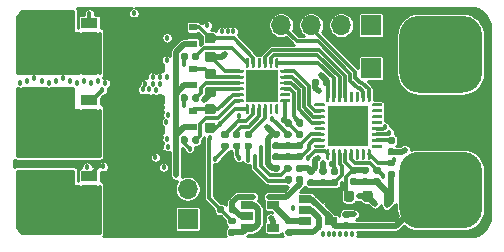
<source format=gbr>
%TF.GenerationSoftware,KiCad,Pcbnew,(5.1.6-0-10_14)*%
%TF.CreationDate,2021-03-14T15:43:45-04:00*%
%TF.ProjectId,F051_ESC,46303531-5f45-4534-932e-6b696361645f,rev?*%
%TF.SameCoordinates,Original*%
%TF.FileFunction,Copper,L4,Bot*%
%TF.FilePolarity,Positive*%
%FSLAX46Y46*%
G04 Gerber Fmt 4.6, Leading zero omitted, Abs format (unit mm)*
G04 Created by KiCad (PCBNEW (5.1.6-0-10_14)) date 2021-03-14 15:43:45*
%MOMM*%
%LPD*%
G01*
G04 APERTURE LIST*
%TA.AperFunction,ComponentPad*%
%ADD10O,1.700000X1.700000*%
%TD*%
%TA.AperFunction,ComponentPad*%
%ADD11R,1.700000X1.700000*%
%TD*%
%TA.AperFunction,SMDPad,CuDef*%
%ADD12R,1.060000X0.650000*%
%TD*%
%TA.AperFunction,SMDPad,CuDef*%
%ADD13R,0.700000X0.600000*%
%TD*%
%TA.AperFunction,SMDPad,CuDef*%
%ADD14R,3.750000X4.700000*%
%TD*%
%TA.AperFunction,SMDPad,CuDef*%
%ADD15R,1.050000X0.850000*%
%TD*%
%TA.AperFunction,SMDPad,CuDef*%
%ADD16R,1.450000X0.850000*%
%TD*%
%TA.AperFunction,SMDPad,CuDef*%
%ADD17R,3.450000X3.450000*%
%TD*%
%TA.AperFunction,SMDPad,CuDef*%
%ADD18R,2.700000X2.700000*%
%TD*%
%TA.AperFunction,ViaPad*%
%ADD19C,0.457200*%
%TD*%
%TA.AperFunction,Conductor*%
%ADD20C,0.500000*%
%TD*%
%TA.AperFunction,Conductor*%
%ADD21C,0.300000*%
%TD*%
%TA.AperFunction,Conductor*%
%ADD22C,0.254000*%
%TD*%
G04 APERTURE END LIST*
D10*
%TO.P,J6,2*%
%TO.N,/MCU/USART1_TX*%
X234070000Y-85660000D03*
D11*
%TO.P,J6,1*%
%TO.N,/MCU/USART1_RX*%
X234070000Y-88200000D03*
%TD*%
%TO.P,J1,2*%
%TO.N,GND*%
%TA.AperFunction,ComponentPad*%
G36*
G01*
X257375000Y-77500000D02*
X253625000Y-77500000D01*
G75*
G02*
X252000000Y-75875000I0J1625000D01*
G01*
X252000000Y-72625000D01*
G75*
G02*
X253625000Y-71000000I1625000J0D01*
G01*
X257375000Y-71000000D01*
G75*
G02*
X259000000Y-72625000I0J-1625000D01*
G01*
X259000000Y-75875000D01*
G75*
G02*
X257375000Y-77500000I-1625000J0D01*
G01*
G37*
%TD.AperFunction*%
%TO.P,J1,1*%
%TO.N,VCC*%
%TA.AperFunction,ComponentPad*%
G36*
G01*
X257375000Y-89000000D02*
X253625000Y-89000000D01*
G75*
G02*
X252000000Y-87375000I0J1625000D01*
G01*
X252000000Y-84125000D01*
G75*
G02*
X253625000Y-82500000I1625000J0D01*
G01*
X257375000Y-82500000D01*
G75*
G02*
X259000000Y-84125000I0J-1625000D01*
G01*
X259000000Y-87375000D01*
G75*
G02*
X257375000Y-89000000I-1625000J0D01*
G01*
G37*
%TD.AperFunction*%
%TD*%
%TO.P,R3,2*%
%TO.N,Net-(R3-Pad2)*%
%TA.AperFunction,SMDPad,CuDef*%
G36*
G01*
X237647500Y-89050000D02*
X237992500Y-89050000D01*
G75*
G02*
X238140000Y-89197500I0J-147500D01*
G01*
X238140000Y-89492500D01*
G75*
G02*
X237992500Y-89640000I-147500J0D01*
G01*
X237647500Y-89640000D01*
G75*
G02*
X237500000Y-89492500I0J147500D01*
G01*
X237500000Y-89197500D01*
G75*
G02*
X237647500Y-89050000I147500J0D01*
G01*
G37*
%TD.AperFunction*%
%TO.P,R3,1*%
%TO.N,/Curent Sense/CURR*%
%TA.AperFunction,SMDPad,CuDef*%
G36*
G01*
X237647500Y-88080000D02*
X237992500Y-88080000D01*
G75*
G02*
X238140000Y-88227500I0J-147500D01*
G01*
X238140000Y-88522500D01*
G75*
G02*
X237992500Y-88670000I-147500J0D01*
G01*
X237647500Y-88670000D01*
G75*
G02*
X237500000Y-88522500I0J147500D01*
G01*
X237500000Y-88227500D01*
G75*
G02*
X237647500Y-88080000I147500J0D01*
G01*
G37*
%TD.AperFunction*%
%TD*%
D12*
%TO.P,U7,5*%
%TO.N,+3V3*%
X241340000Y-88940000D03*
%TO.P,U7,4*%
%TO.N,Net-(R2-Pad1)*%
X241340000Y-87040000D03*
%TO.P,U7,3*%
%TO.N,Net-(R3-Pad2)*%
X239140000Y-87040000D03*
%TO.P,U7,2*%
%TO.N,GND*%
X239140000Y-87990000D03*
%TO.P,U7,1*%
%TO.N,Net-(R3-Pad2)*%
X239140000Y-88940000D03*
%TD*%
%TO.P,C8,2*%
%TO.N,/Curent Sense/CURR*%
%TA.AperFunction,SMDPad,CuDef*%
G36*
G01*
X237170000Y-87237500D02*
X237170000Y-87582500D01*
G75*
G02*
X237022500Y-87730000I-147500J0D01*
G01*
X236727500Y-87730000D01*
G75*
G02*
X236580000Y-87582500I0J147500D01*
G01*
X236580000Y-87237500D01*
G75*
G02*
X236727500Y-87090000I147500J0D01*
G01*
X237022500Y-87090000D01*
G75*
G02*
X237170000Y-87237500I0J-147500D01*
G01*
G37*
%TD.AperFunction*%
%TO.P,C8,1*%
%TO.N,GND*%
%TA.AperFunction,SMDPad,CuDef*%
G36*
G01*
X238140000Y-87237500D02*
X238140000Y-87582500D01*
G75*
G02*
X237992500Y-87730000I-147500J0D01*
G01*
X237697500Y-87730000D01*
G75*
G02*
X237550000Y-87582500I0J147500D01*
G01*
X237550000Y-87237500D01*
G75*
G02*
X237697500Y-87090000I147500J0D01*
G01*
X237992500Y-87090000D01*
G75*
G02*
X238140000Y-87237500I0J-147500D01*
G01*
G37*
%TD.AperFunction*%
%TD*%
%TO.P,R2,2*%
%TO.N,GND*%
%TA.AperFunction,SMDPad,CuDef*%
G36*
G01*
X242487500Y-89050000D02*
X242832500Y-89050000D01*
G75*
G02*
X242980000Y-89197500I0J-147500D01*
G01*
X242980000Y-89492500D01*
G75*
G02*
X242832500Y-89640000I-147500J0D01*
G01*
X242487500Y-89640000D01*
G75*
G02*
X242340000Y-89492500I0J147500D01*
G01*
X242340000Y-89197500D01*
G75*
G02*
X242487500Y-89050000I147500J0D01*
G01*
G37*
%TD.AperFunction*%
%TO.P,R2,1*%
%TO.N,Net-(R2-Pad1)*%
%TA.AperFunction,SMDPad,CuDef*%
G36*
G01*
X242487500Y-88080000D02*
X242832500Y-88080000D01*
G75*
G02*
X242980000Y-88227500I0J-147500D01*
G01*
X242980000Y-88522500D01*
G75*
G02*
X242832500Y-88670000I-147500J0D01*
G01*
X242487500Y-88670000D01*
G75*
G02*
X242340000Y-88522500I0J147500D01*
G01*
X242340000Y-88227500D01*
G75*
G02*
X242487500Y-88080000I147500J0D01*
G01*
G37*
%TD.AperFunction*%
%TD*%
%TO.P,C7,2*%
%TO.N,VCC*%
%TA.AperFunction,SMDPad,CuDef*%
G36*
G01*
X247327500Y-88490000D02*
X247672500Y-88490000D01*
G75*
G02*
X247820000Y-88637500I0J-147500D01*
G01*
X247820000Y-88932500D01*
G75*
G02*
X247672500Y-89080000I-147500J0D01*
G01*
X247327500Y-89080000D01*
G75*
G02*
X247180000Y-88932500I0J147500D01*
G01*
X247180000Y-88637500D01*
G75*
G02*
X247327500Y-88490000I147500J0D01*
G01*
G37*
%TD.AperFunction*%
%TO.P,C7,1*%
%TO.N,GND*%
%TA.AperFunction,SMDPad,CuDef*%
G36*
G01*
X247327500Y-87520000D02*
X247672500Y-87520000D01*
G75*
G02*
X247820000Y-87667500I0J-147500D01*
G01*
X247820000Y-87962500D01*
G75*
G02*
X247672500Y-88110000I-147500J0D01*
G01*
X247327500Y-88110000D01*
G75*
G02*
X247180000Y-87962500I0J147500D01*
G01*
X247180000Y-87667500D01*
G75*
G02*
X247327500Y-87520000I147500J0D01*
G01*
G37*
%TD.AperFunction*%
%TD*%
%TO.P,FB1,2*%
%TO.N,+3V3*%
%TA.AperFunction,SMDPad,CuDef*%
G36*
G01*
X248860000Y-86526250D02*
X248860000Y-86013750D01*
G75*
G02*
X249078750Y-85795000I218750J0D01*
G01*
X249516250Y-85795000D01*
G75*
G02*
X249735000Y-86013750I0J-218750D01*
G01*
X249735000Y-86526250D01*
G75*
G02*
X249516250Y-86745000I-218750J0D01*
G01*
X249078750Y-86745000D01*
G75*
G02*
X248860000Y-86526250I0J218750D01*
G01*
G37*
%TD.AperFunction*%
%TO.P,FB1,1*%
%TO.N,+3.3VA*%
%TA.AperFunction,SMDPad,CuDef*%
G36*
G01*
X247285000Y-86526250D02*
X247285000Y-86013750D01*
G75*
G02*
X247503750Y-85795000I218750J0D01*
G01*
X247941250Y-85795000D01*
G75*
G02*
X248160000Y-86013750I0J-218750D01*
G01*
X248160000Y-86526250D01*
G75*
G02*
X247941250Y-86745000I-218750J0D01*
G01*
X247503750Y-86745000D01*
G75*
G02*
X247285000Y-86526250I0J218750D01*
G01*
G37*
%TD.AperFunction*%
%TD*%
%TO.P,C6,2*%
%TO.N,GND*%
%TA.AperFunction,SMDPad,CuDef*%
G36*
G01*
X248927500Y-84750000D02*
X249272500Y-84750000D01*
G75*
G02*
X249420000Y-84897500I0J-147500D01*
G01*
X249420000Y-85192500D01*
G75*
G02*
X249272500Y-85340000I-147500J0D01*
G01*
X248927500Y-85340000D01*
G75*
G02*
X248780000Y-85192500I0J147500D01*
G01*
X248780000Y-84897500D01*
G75*
G02*
X248927500Y-84750000I147500J0D01*
G01*
G37*
%TD.AperFunction*%
%TO.P,C6,1*%
%TO.N,+3.3VA*%
%TA.AperFunction,SMDPad,CuDef*%
G36*
G01*
X248927500Y-83780000D02*
X249272500Y-83780000D01*
G75*
G02*
X249420000Y-83927500I0J-147500D01*
G01*
X249420000Y-84222500D01*
G75*
G02*
X249272500Y-84370000I-147500J0D01*
G01*
X248927500Y-84370000D01*
G75*
G02*
X248780000Y-84222500I0J147500D01*
G01*
X248780000Y-83927500D01*
G75*
G02*
X248927500Y-83780000I147500J0D01*
G01*
G37*
%TD.AperFunction*%
%TD*%
%TO.P,U5,5*%
%TO.N,VCC*%
X246180000Y-88380000D03*
%TO.P,U5,4*%
%TO.N,VCC_Shunt*%
X246180000Y-86480000D03*
%TO.P,U5,3*%
%TO.N,VCC*%
X243980000Y-86480000D03*
%TO.P,U5,2*%
%TO.N,GND*%
X243980000Y-87430000D03*
%TO.P,U5,1*%
%TO.N,Net-(R2-Pad1)*%
X243980000Y-88380000D03*
%TD*%
D11*
%TO.P,J5,1*%
%TO.N,/MCU/NRST*%
X249610000Y-75440000D03*
%TD*%
D10*
%TO.P,J3,4*%
%TO.N,/MCU/SWDIO*%
X241990000Y-71800000D03*
%TO.P,J3,3*%
%TO.N,/MCU/SWCLK*%
X244530000Y-71800000D03*
%TO.P,J3,2*%
%TO.N,GND*%
X247070000Y-71800000D03*
D11*
%TO.P,J3,1*%
%TO.N,+3V3*%
X249610000Y-71800000D03*
%TD*%
D13*
%TO.P,D4,1*%
%TO.N,/MOSFET Driver/VB3*%
X234500000Y-79040000D03*
%TO.P,D4,2*%
%TO.N,+12V*%
X234500000Y-80440000D03*
%TD*%
%TO.P,D3,1*%
%TO.N,/MOSFET Driver/VB1*%
X234500000Y-71960000D03*
%TO.P,D3,2*%
%TO.N,+12V*%
X234500000Y-73360000D03*
%TD*%
%TO.P,D2,1*%
%TO.N,/MOSFET Driver/VB2*%
X234500000Y-75500000D03*
%TO.P,D2,2*%
%TO.N,+12V*%
X234500000Y-76900000D03*
%TD*%
%TO.P,J4,3*%
%TO.N,/MCU/PhaseC*%
%TA.AperFunction,ComponentPad*%
G36*
G01*
X223400000Y-75000000D02*
X220600000Y-75000000D01*
G75*
G02*
X220000000Y-74400000I0J600000D01*
G01*
X220000000Y-71600000D01*
G75*
G02*
X220600000Y-71000000I600000J0D01*
G01*
X223400000Y-71000000D01*
G75*
G02*
X224000000Y-71600000I0J-600000D01*
G01*
X224000000Y-74400000D01*
G75*
G02*
X223400000Y-75000000I-600000J0D01*
G01*
G37*
%TD.AperFunction*%
%TO.P,J4,2*%
%TO.N,/MCU/PhaseB*%
%TA.AperFunction,ComponentPad*%
G36*
G01*
X223400000Y-82000000D02*
X220600000Y-82000000D01*
G75*
G02*
X220000000Y-81400000I0J600000D01*
G01*
X220000000Y-78600000D01*
G75*
G02*
X220600000Y-78000000I600000J0D01*
G01*
X223400000Y-78000000D01*
G75*
G02*
X224000000Y-78600000I0J-600000D01*
G01*
X224000000Y-81400000D01*
G75*
G02*
X223400000Y-82000000I-600000J0D01*
G01*
G37*
%TD.AperFunction*%
%TO.P,J4,1*%
%TO.N,/MCU/PhaseA*%
%TA.AperFunction,ComponentPad*%
G36*
G01*
X223400000Y-89000000D02*
X220600000Y-89000000D01*
G75*
G02*
X220000000Y-88400000I0J600000D01*
G01*
X220000000Y-85600000D01*
G75*
G02*
X220600000Y-85000000I600000J0D01*
G01*
X223400000Y-85000000D01*
G75*
G02*
X224000000Y-85600000I0J-600000D01*
G01*
X224000000Y-88400000D01*
G75*
G02*
X223400000Y-89000000I-600000J0D01*
G01*
G37*
%TD.AperFunction*%
%TD*%
%TO.P,C12,2*%
%TO.N,/MCU/PhaseB*%
%TA.AperFunction,SMDPad,CuDef*%
G36*
G01*
X235723750Y-77040000D02*
X236236250Y-77040000D01*
G75*
G02*
X236455000Y-77258750I0J-218750D01*
G01*
X236455000Y-77696250D01*
G75*
G02*
X236236250Y-77915000I-218750J0D01*
G01*
X235723750Y-77915000D01*
G75*
G02*
X235505000Y-77696250I0J218750D01*
G01*
X235505000Y-77258750D01*
G75*
G02*
X235723750Y-77040000I218750J0D01*
G01*
G37*
%TD.AperFunction*%
%TO.P,C12,1*%
%TO.N,/MOSFET Driver/VB2*%
%TA.AperFunction,SMDPad,CuDef*%
G36*
G01*
X235723750Y-75465000D02*
X236236250Y-75465000D01*
G75*
G02*
X236455000Y-75683750I0J-218750D01*
G01*
X236455000Y-76121250D01*
G75*
G02*
X236236250Y-76340000I-218750J0D01*
G01*
X235723750Y-76340000D01*
G75*
G02*
X235505000Y-76121250I0J218750D01*
G01*
X235505000Y-75683750D01*
G75*
G02*
X235723750Y-75465000I218750J0D01*
G01*
G37*
%TD.AperFunction*%
%TD*%
%TO.P,C11,2*%
%TO.N,GND*%
%TA.AperFunction,SMDPad,CuDef*%
G36*
G01*
X242890000Y-79897500D02*
X242890000Y-80242500D01*
G75*
G02*
X242742500Y-80390000I-147500J0D01*
G01*
X242447500Y-80390000D01*
G75*
G02*
X242300000Y-80242500I0J147500D01*
G01*
X242300000Y-79897500D01*
G75*
G02*
X242447500Y-79750000I147500J0D01*
G01*
X242742500Y-79750000D01*
G75*
G02*
X242890000Y-79897500I0J-147500D01*
G01*
G37*
%TD.AperFunction*%
%TO.P,C11,1*%
%TO.N,+12V*%
%TA.AperFunction,SMDPad,CuDef*%
G36*
G01*
X243860000Y-79897500D02*
X243860000Y-80242500D01*
G75*
G02*
X243712500Y-80390000I-147500J0D01*
G01*
X243417500Y-80390000D01*
G75*
G02*
X243270000Y-80242500I0J147500D01*
G01*
X243270000Y-79897500D01*
G75*
G02*
X243417500Y-79750000I147500J0D01*
G01*
X243712500Y-79750000D01*
G75*
G02*
X243860000Y-79897500I0J-147500D01*
G01*
G37*
%TD.AperFunction*%
%TD*%
%TO.P,R15,2*%
%TO.N,/MCU/PhaseB*%
%TA.AperFunction,SMDPad,CuDef*%
G36*
G01*
X242377500Y-83620000D02*
X242722500Y-83620000D01*
G75*
G02*
X242870000Y-83767500I0J-147500D01*
G01*
X242870000Y-84062500D01*
G75*
G02*
X242722500Y-84210000I-147500J0D01*
G01*
X242377500Y-84210000D01*
G75*
G02*
X242230000Y-84062500I0J147500D01*
G01*
X242230000Y-83767500D01*
G75*
G02*
X242377500Y-83620000I147500J0D01*
G01*
G37*
%TD.AperFunction*%
%TO.P,R15,1*%
%TO.N,/MCU/SenseB*%
%TA.AperFunction,SMDPad,CuDef*%
G36*
G01*
X242377500Y-82650000D02*
X242722500Y-82650000D01*
G75*
G02*
X242870000Y-82797500I0J-147500D01*
G01*
X242870000Y-83092500D01*
G75*
G02*
X242722500Y-83240000I-147500J0D01*
G01*
X242377500Y-83240000D01*
G75*
G02*
X242230000Y-83092500I0J147500D01*
G01*
X242230000Y-82797500D01*
G75*
G02*
X242377500Y-82650000I147500J0D01*
G01*
G37*
%TD.AperFunction*%
%TD*%
D14*
%TO.P,Q5,9*%
%TO.N,VCC_Shunt*%
X229050000Y-73500000D03*
D15*
%TO.P,Q5,8*%
X231450000Y-75405000D03*
%TO.P,Q5,7*%
X231450000Y-74135000D03*
%TO.P,Q5,6*%
X231450000Y-72865000D03*
%TO.P,Q5,5*%
X231450000Y-71595000D03*
D16*
%TO.P,Q5,4*%
%TO.N,Net-(Q5-Pad4)*%
X225750000Y-71595000D03*
%TO.P,Q5,3*%
%TO.N,/MCU/PhaseC*%
X225750000Y-72865000D03*
%TO.P,Q5,2*%
X225750000Y-74135000D03*
%TO.P,Q5,1*%
X225750000Y-75405000D03*
%TD*%
D14*
%TO.P,Q3,9*%
%TO.N,VCC_Shunt*%
X229050000Y-80000000D03*
D15*
%TO.P,Q3,8*%
X231450000Y-81905000D03*
%TO.P,Q3,7*%
X231450000Y-80635000D03*
%TO.P,Q3,6*%
X231450000Y-79365000D03*
%TO.P,Q3,5*%
X231450000Y-78095000D03*
D16*
%TO.P,Q3,4*%
%TO.N,Net-(Q3-Pad4)*%
X225750000Y-78095000D03*
%TO.P,Q3,3*%
%TO.N,/MCU/PhaseB*%
X225750000Y-79365000D03*
%TO.P,Q3,2*%
X225750000Y-80635000D03*
%TO.P,Q3,1*%
X225750000Y-81905000D03*
%TD*%
D14*
%TO.P,Q1,9*%
%TO.N,VCC_Shunt*%
X229050000Y-86500000D03*
D15*
%TO.P,Q1,8*%
X231450000Y-88405000D03*
%TO.P,Q1,7*%
X231450000Y-87135000D03*
%TO.P,Q1,6*%
X231450000Y-85865000D03*
%TO.P,Q1,5*%
X231450000Y-84595000D03*
D16*
%TO.P,Q1,4*%
%TO.N,Net-(Q1-Pad4)*%
X225750000Y-84595000D03*
%TO.P,Q1,3*%
%TO.N,/MCU/PhaseA*%
X225750000Y-85865000D03*
%TO.P,Q1,2*%
X225750000Y-87135000D03*
%TO.P,Q1,1*%
X225750000Y-88405000D03*
%TD*%
%TO.P,C1,2*%
%TO.N,GND*%
%TA.AperFunction,SMDPad,CuDef*%
G36*
G01*
X251147500Y-84140000D02*
X251492500Y-84140000D01*
G75*
G02*
X251640000Y-84287500I0J-147500D01*
G01*
X251640000Y-84582500D01*
G75*
G02*
X251492500Y-84730000I-147500J0D01*
G01*
X251147500Y-84730000D01*
G75*
G02*
X251000000Y-84582500I0J147500D01*
G01*
X251000000Y-84287500D01*
G75*
G02*
X251147500Y-84140000I147500J0D01*
G01*
G37*
%TD.AperFunction*%
%TO.P,C1,1*%
%TO.N,+3V3*%
%TA.AperFunction,SMDPad,CuDef*%
G36*
G01*
X251147500Y-83170000D02*
X251492500Y-83170000D01*
G75*
G02*
X251640000Y-83317500I0J-147500D01*
G01*
X251640000Y-83612500D01*
G75*
G02*
X251492500Y-83760000I-147500J0D01*
G01*
X251147500Y-83760000D01*
G75*
G02*
X251000000Y-83612500I0J147500D01*
G01*
X251000000Y-83317500D01*
G75*
G02*
X251147500Y-83170000I147500J0D01*
G01*
G37*
%TD.AperFunction*%
%TD*%
%TO.P,R24,2*%
%TO.N,/MCU/PWM*%
%TA.AperFunction,SMDPad,CuDef*%
G36*
G01*
X242890000Y-84707500D02*
X242890000Y-85052500D01*
G75*
G02*
X242742500Y-85200000I-147500J0D01*
G01*
X242447500Y-85200000D01*
G75*
G02*
X242300000Y-85052500I0J147500D01*
G01*
X242300000Y-84707500D01*
G75*
G02*
X242447500Y-84560000I147500J0D01*
G01*
X242742500Y-84560000D01*
G75*
G02*
X242890000Y-84707500I0J-147500D01*
G01*
G37*
%TD.AperFunction*%
%TO.P,R24,1*%
%TO.N,Net-(R24-Pad1)*%
%TA.AperFunction,SMDPad,CuDef*%
G36*
G01*
X243860000Y-84707500D02*
X243860000Y-85052500D01*
G75*
G02*
X243712500Y-85200000I-147500J0D01*
G01*
X243417500Y-85200000D01*
G75*
G02*
X243270000Y-85052500I0J147500D01*
G01*
X243270000Y-84707500D01*
G75*
G02*
X243417500Y-84560000I147500J0D01*
G01*
X243712500Y-84560000D01*
G75*
G02*
X243860000Y-84707500I0J-147500D01*
G01*
G37*
%TD.AperFunction*%
%TD*%
%TO.P,R23,2*%
%TO.N,GND*%
%TA.AperFunction,SMDPad,CuDef*%
G36*
G01*
X251147500Y-82230000D02*
X251492500Y-82230000D01*
G75*
G02*
X251640000Y-82377500I0J-147500D01*
G01*
X251640000Y-82672500D01*
G75*
G02*
X251492500Y-82820000I-147500J0D01*
G01*
X251147500Y-82820000D01*
G75*
G02*
X251000000Y-82672500I0J147500D01*
G01*
X251000000Y-82377500D01*
G75*
G02*
X251147500Y-82230000I147500J0D01*
G01*
G37*
%TD.AperFunction*%
%TO.P,R23,1*%
%TO.N,/MCU/BOOT0*%
%TA.AperFunction,SMDPad,CuDef*%
G36*
G01*
X251147500Y-81260000D02*
X251492500Y-81260000D01*
G75*
G02*
X251640000Y-81407500I0J-147500D01*
G01*
X251640000Y-81702500D01*
G75*
G02*
X251492500Y-81850000I-147500J0D01*
G01*
X251147500Y-81850000D01*
G75*
G02*
X251000000Y-81702500I0J147500D01*
G01*
X251000000Y-81407500D01*
G75*
G02*
X251147500Y-81260000I147500J0D01*
G01*
G37*
%TD.AperFunction*%
%TD*%
%TO.P,R21,2*%
%TO.N,/MCU/SenseC*%
%TA.AperFunction,SMDPad,CuDef*%
G36*
G01*
X244357500Y-84840000D02*
X244702500Y-84840000D01*
G75*
G02*
X244850000Y-84987500I0J-147500D01*
G01*
X244850000Y-85282500D01*
G75*
G02*
X244702500Y-85430000I-147500J0D01*
G01*
X244357500Y-85430000D01*
G75*
G02*
X244210000Y-85282500I0J147500D01*
G01*
X244210000Y-84987500D01*
G75*
G02*
X244357500Y-84840000I147500J0D01*
G01*
G37*
%TD.AperFunction*%
%TO.P,R21,1*%
%TO.N,GND*%
%TA.AperFunction,SMDPad,CuDef*%
G36*
G01*
X244357500Y-83870000D02*
X244702500Y-83870000D01*
G75*
G02*
X244850000Y-84017500I0J-147500D01*
G01*
X244850000Y-84312500D01*
G75*
G02*
X244702500Y-84460000I-147500J0D01*
G01*
X244357500Y-84460000D01*
G75*
G02*
X244210000Y-84312500I0J147500D01*
G01*
X244210000Y-84017500D01*
G75*
G02*
X244357500Y-83870000I147500J0D01*
G01*
G37*
%TD.AperFunction*%
%TD*%
%TO.P,R20,2*%
%TO.N,/MCU/SenseB*%
%TA.AperFunction,SMDPad,CuDef*%
G36*
G01*
X243712500Y-83240000D02*
X243367500Y-83240000D01*
G75*
G02*
X243220000Y-83092500I0J147500D01*
G01*
X243220000Y-82797500D01*
G75*
G02*
X243367500Y-82650000I147500J0D01*
G01*
X243712500Y-82650000D01*
G75*
G02*
X243860000Y-82797500I0J-147500D01*
G01*
X243860000Y-83092500D01*
G75*
G02*
X243712500Y-83240000I-147500J0D01*
G01*
G37*
%TD.AperFunction*%
%TO.P,R20,1*%
%TO.N,GND*%
%TA.AperFunction,SMDPad,CuDef*%
G36*
G01*
X243712500Y-84210000D02*
X243367500Y-84210000D01*
G75*
G02*
X243220000Y-84062500I0J147500D01*
G01*
X243220000Y-83767500D01*
G75*
G02*
X243367500Y-83620000I147500J0D01*
G01*
X243712500Y-83620000D01*
G75*
G02*
X243860000Y-83767500I0J-147500D01*
G01*
X243860000Y-84062500D01*
G75*
G02*
X243712500Y-84210000I-147500J0D01*
G01*
G37*
%TD.AperFunction*%
%TD*%
%TO.P,R19,2*%
%TO.N,/MCU/SenseCOM*%
%TA.AperFunction,SMDPad,CuDef*%
G36*
G01*
X246682500Y-84460000D02*
X246337500Y-84460000D01*
G75*
G02*
X246190000Y-84312500I0J147500D01*
G01*
X246190000Y-84017500D01*
G75*
G02*
X246337500Y-83870000I147500J0D01*
G01*
X246682500Y-83870000D01*
G75*
G02*
X246830000Y-84017500I0J-147500D01*
G01*
X246830000Y-84312500D01*
G75*
G02*
X246682500Y-84460000I-147500J0D01*
G01*
G37*
%TD.AperFunction*%
%TO.P,R19,1*%
%TO.N,/MCU/SenseC*%
%TA.AperFunction,SMDPad,CuDef*%
G36*
G01*
X246682500Y-85430000D02*
X246337500Y-85430000D01*
G75*
G02*
X246190000Y-85282500I0J147500D01*
G01*
X246190000Y-84987500D01*
G75*
G02*
X246337500Y-84840000I147500J0D01*
G01*
X246682500Y-84840000D01*
G75*
G02*
X246830000Y-84987500I0J-147500D01*
G01*
X246830000Y-85282500D01*
G75*
G02*
X246682500Y-85430000I-147500J0D01*
G01*
G37*
%TD.AperFunction*%
%TD*%
%TO.P,R18,2*%
%TO.N,/MCU/PhaseC*%
%TA.AperFunction,SMDPad,CuDef*%
G36*
G01*
X245692500Y-84460000D02*
X245347500Y-84460000D01*
G75*
G02*
X245200000Y-84312500I0J147500D01*
G01*
X245200000Y-84017500D01*
G75*
G02*
X245347500Y-83870000I147500J0D01*
G01*
X245692500Y-83870000D01*
G75*
G02*
X245840000Y-84017500I0J-147500D01*
G01*
X245840000Y-84312500D01*
G75*
G02*
X245692500Y-84460000I-147500J0D01*
G01*
G37*
%TD.AperFunction*%
%TO.P,R18,1*%
%TO.N,/MCU/SenseC*%
%TA.AperFunction,SMDPad,CuDef*%
G36*
G01*
X245692500Y-85430000D02*
X245347500Y-85430000D01*
G75*
G02*
X245200000Y-85282500I0J147500D01*
G01*
X245200000Y-84987500D01*
G75*
G02*
X245347500Y-84840000I147500J0D01*
G01*
X245692500Y-84840000D01*
G75*
G02*
X245840000Y-84987500I0J-147500D01*
G01*
X245840000Y-85282500D01*
G75*
G02*
X245692500Y-85430000I-147500J0D01*
G01*
G37*
%TD.AperFunction*%
%TD*%
%TO.P,R17,2*%
%TO.N,/MCU/SenseCOM*%
%TA.AperFunction,SMDPad,CuDef*%
G36*
G01*
X241387500Y-83620000D02*
X241732500Y-83620000D01*
G75*
G02*
X241880000Y-83767500I0J-147500D01*
G01*
X241880000Y-84062500D01*
G75*
G02*
X241732500Y-84210000I-147500J0D01*
G01*
X241387500Y-84210000D01*
G75*
G02*
X241240000Y-84062500I0J147500D01*
G01*
X241240000Y-83767500D01*
G75*
G02*
X241387500Y-83620000I147500J0D01*
G01*
G37*
%TD.AperFunction*%
%TO.P,R17,1*%
%TO.N,/MCU/SenseB*%
%TA.AperFunction,SMDPad,CuDef*%
G36*
G01*
X241387500Y-82650000D02*
X241732500Y-82650000D01*
G75*
G02*
X241880000Y-82797500I0J-147500D01*
G01*
X241880000Y-83092500D01*
G75*
G02*
X241732500Y-83240000I-147500J0D01*
G01*
X241387500Y-83240000D01*
G75*
G02*
X241240000Y-83092500I0J147500D01*
G01*
X241240000Y-82797500D01*
G75*
G02*
X241387500Y-82650000I147500J0D01*
G01*
G37*
%TD.AperFunction*%
%TD*%
%TO.P,R16,2*%
%TO.N,/MCU/SenseA*%
%TA.AperFunction,SMDPad,CuDef*%
G36*
G01*
X243367500Y-81710000D02*
X243712500Y-81710000D01*
G75*
G02*
X243860000Y-81857500I0J-147500D01*
G01*
X243860000Y-82152500D01*
G75*
G02*
X243712500Y-82300000I-147500J0D01*
G01*
X243367500Y-82300000D01*
G75*
G02*
X243220000Y-82152500I0J147500D01*
G01*
X243220000Y-81857500D01*
G75*
G02*
X243367500Y-81710000I147500J0D01*
G01*
G37*
%TD.AperFunction*%
%TO.P,R16,1*%
%TO.N,GND*%
%TA.AperFunction,SMDPad,CuDef*%
G36*
G01*
X243367500Y-80740000D02*
X243712500Y-80740000D01*
G75*
G02*
X243860000Y-80887500I0J-147500D01*
G01*
X243860000Y-81182500D01*
G75*
G02*
X243712500Y-81330000I-147500J0D01*
G01*
X243367500Y-81330000D01*
G75*
G02*
X243220000Y-81182500I0J147500D01*
G01*
X243220000Y-80887500D01*
G75*
G02*
X243367500Y-80740000I147500J0D01*
G01*
G37*
%TD.AperFunction*%
%TD*%
%TO.P,R14,2*%
%TO.N,/MCU/SenseCOM*%
%TA.AperFunction,SMDPad,CuDef*%
G36*
G01*
X241732500Y-81330000D02*
X241387500Y-81330000D01*
G75*
G02*
X241240000Y-81182500I0J147500D01*
G01*
X241240000Y-80887500D01*
G75*
G02*
X241387500Y-80740000I147500J0D01*
G01*
X241732500Y-80740000D01*
G75*
G02*
X241880000Y-80887500I0J-147500D01*
G01*
X241880000Y-81182500D01*
G75*
G02*
X241732500Y-81330000I-147500J0D01*
G01*
G37*
%TD.AperFunction*%
%TO.P,R14,1*%
%TO.N,/MCU/SenseA*%
%TA.AperFunction,SMDPad,CuDef*%
G36*
G01*
X241732500Y-82300000D02*
X241387500Y-82300000D01*
G75*
G02*
X241240000Y-82152500I0J147500D01*
G01*
X241240000Y-81857500D01*
G75*
G02*
X241387500Y-81710000I147500J0D01*
G01*
X241732500Y-81710000D01*
G75*
G02*
X241880000Y-81857500I0J-147500D01*
G01*
X241880000Y-82152500D01*
G75*
G02*
X241732500Y-82300000I-147500J0D01*
G01*
G37*
%TD.AperFunction*%
%TD*%
%TO.P,R13,2*%
%TO.N,/MCU/PhaseA*%
%TA.AperFunction,SMDPad,CuDef*%
G36*
G01*
X242722500Y-81330000D02*
X242377500Y-81330000D01*
G75*
G02*
X242230000Y-81182500I0J147500D01*
G01*
X242230000Y-80887500D01*
G75*
G02*
X242377500Y-80740000I147500J0D01*
G01*
X242722500Y-80740000D01*
G75*
G02*
X242870000Y-80887500I0J-147500D01*
G01*
X242870000Y-81182500D01*
G75*
G02*
X242722500Y-81330000I-147500J0D01*
G01*
G37*
%TD.AperFunction*%
%TO.P,R13,1*%
%TO.N,/MCU/SenseA*%
%TA.AperFunction,SMDPad,CuDef*%
G36*
G01*
X242722500Y-82300000D02*
X242377500Y-82300000D01*
G75*
G02*
X242230000Y-82152500I0J147500D01*
G01*
X242230000Y-81857500D01*
G75*
G02*
X242377500Y-81710000I147500J0D01*
G01*
X242722500Y-81710000D01*
G75*
G02*
X242870000Y-81857500I0J-147500D01*
G01*
X242870000Y-82152500D01*
G75*
G02*
X242722500Y-82300000I-147500J0D01*
G01*
G37*
%TD.AperFunction*%
%TD*%
%TO.P,R12,2*%
%TO.N,/MOSFET Driver/LO3*%
%TA.AperFunction,SMDPad,CuDef*%
G36*
G01*
X239382500Y-81350000D02*
X239037500Y-81350000D01*
G75*
G02*
X238890000Y-81202500I0J147500D01*
G01*
X238890000Y-80907500D01*
G75*
G02*
X239037500Y-80760000I147500J0D01*
G01*
X239382500Y-80760000D01*
G75*
G02*
X239530000Y-80907500I0J-147500D01*
G01*
X239530000Y-81202500D01*
G75*
G02*
X239382500Y-81350000I-147500J0D01*
G01*
G37*
%TD.AperFunction*%
%TO.P,R12,1*%
%TO.N,Net-(Q6-Pad4)*%
%TA.AperFunction,SMDPad,CuDef*%
G36*
G01*
X239382500Y-82320000D02*
X239037500Y-82320000D01*
G75*
G02*
X238890000Y-82172500I0J147500D01*
G01*
X238890000Y-81877500D01*
G75*
G02*
X239037500Y-81730000I147500J0D01*
G01*
X239382500Y-81730000D01*
G75*
G02*
X239530000Y-81877500I0J-147500D01*
G01*
X239530000Y-82172500D01*
G75*
G02*
X239382500Y-82320000I-147500J0D01*
G01*
G37*
%TD.AperFunction*%
%TD*%
%TO.P,R11,2*%
%TO.N,/MOSFET Driver/HO3*%
%TA.AperFunction,SMDPad,CuDef*%
G36*
G01*
X234460000Y-81682500D02*
X234460000Y-81337500D01*
G75*
G02*
X234607500Y-81190000I147500J0D01*
G01*
X234902500Y-81190000D01*
G75*
G02*
X235050000Y-81337500I0J-147500D01*
G01*
X235050000Y-81682500D01*
G75*
G02*
X234902500Y-81830000I-147500J0D01*
G01*
X234607500Y-81830000D01*
G75*
G02*
X234460000Y-81682500I0J147500D01*
G01*
G37*
%TD.AperFunction*%
%TO.P,R11,1*%
%TO.N,Net-(Q5-Pad4)*%
%TA.AperFunction,SMDPad,CuDef*%
G36*
G01*
X233490000Y-81682500D02*
X233490000Y-81337500D01*
G75*
G02*
X233637500Y-81190000I147500J0D01*
G01*
X233932500Y-81190000D01*
G75*
G02*
X234080000Y-81337500I0J-147500D01*
G01*
X234080000Y-81682500D01*
G75*
G02*
X233932500Y-81830000I-147500J0D01*
G01*
X233637500Y-81830000D01*
G75*
G02*
X233490000Y-81682500I0J147500D01*
G01*
G37*
%TD.AperFunction*%
%TD*%
%TO.P,R10,2*%
%TO.N,/MOSFET Driver/LO2*%
%TA.AperFunction,SMDPad,CuDef*%
G36*
G01*
X238392500Y-81350000D02*
X238047500Y-81350000D01*
G75*
G02*
X237900000Y-81202500I0J147500D01*
G01*
X237900000Y-80907500D01*
G75*
G02*
X238047500Y-80760000I147500J0D01*
G01*
X238392500Y-80760000D01*
G75*
G02*
X238540000Y-80907500I0J-147500D01*
G01*
X238540000Y-81202500D01*
G75*
G02*
X238392500Y-81350000I-147500J0D01*
G01*
G37*
%TD.AperFunction*%
%TO.P,R10,1*%
%TO.N,Net-(Q4-Pad4)*%
%TA.AperFunction,SMDPad,CuDef*%
G36*
G01*
X238392500Y-82320000D02*
X238047500Y-82320000D01*
G75*
G02*
X237900000Y-82172500I0J147500D01*
G01*
X237900000Y-81877500D01*
G75*
G02*
X238047500Y-81730000I147500J0D01*
G01*
X238392500Y-81730000D01*
G75*
G02*
X238540000Y-81877500I0J-147500D01*
G01*
X238540000Y-82172500D01*
G75*
G02*
X238392500Y-82320000I-147500J0D01*
G01*
G37*
%TD.AperFunction*%
%TD*%
%TO.P,R9,2*%
%TO.N,/MOSFET Driver/HO2*%
%TA.AperFunction,SMDPad,CuDef*%
G36*
G01*
X234460000Y-78142500D02*
X234460000Y-77797500D01*
G75*
G02*
X234607500Y-77650000I147500J0D01*
G01*
X234902500Y-77650000D01*
G75*
G02*
X235050000Y-77797500I0J-147500D01*
G01*
X235050000Y-78142500D01*
G75*
G02*
X234902500Y-78290000I-147500J0D01*
G01*
X234607500Y-78290000D01*
G75*
G02*
X234460000Y-78142500I0J147500D01*
G01*
G37*
%TD.AperFunction*%
%TO.P,R9,1*%
%TO.N,Net-(Q3-Pad4)*%
%TA.AperFunction,SMDPad,CuDef*%
G36*
G01*
X233490000Y-78142500D02*
X233490000Y-77797500D01*
G75*
G02*
X233637500Y-77650000I147500J0D01*
G01*
X233932500Y-77650000D01*
G75*
G02*
X234080000Y-77797500I0J-147500D01*
G01*
X234080000Y-78142500D01*
G75*
G02*
X233932500Y-78290000I-147500J0D01*
G01*
X233637500Y-78290000D01*
G75*
G02*
X233490000Y-78142500I0J147500D01*
G01*
G37*
%TD.AperFunction*%
%TD*%
%TO.P,R8,2*%
%TO.N,/MOSFET Driver/LO1*%
%TA.AperFunction,SMDPad,CuDef*%
G36*
G01*
X237402500Y-81350000D02*
X237057500Y-81350000D01*
G75*
G02*
X236910000Y-81202500I0J147500D01*
G01*
X236910000Y-80907500D01*
G75*
G02*
X237057500Y-80760000I147500J0D01*
G01*
X237402500Y-80760000D01*
G75*
G02*
X237550000Y-80907500I0J-147500D01*
G01*
X237550000Y-81202500D01*
G75*
G02*
X237402500Y-81350000I-147500J0D01*
G01*
G37*
%TD.AperFunction*%
%TO.P,R8,1*%
%TO.N,Net-(Q2-Pad4)*%
%TA.AperFunction,SMDPad,CuDef*%
G36*
G01*
X237402500Y-82320000D02*
X237057500Y-82320000D01*
G75*
G02*
X236910000Y-82172500I0J147500D01*
G01*
X236910000Y-81877500D01*
G75*
G02*
X237057500Y-81730000I147500J0D01*
G01*
X237402500Y-81730000D01*
G75*
G02*
X237550000Y-81877500I0J-147500D01*
G01*
X237550000Y-82172500D01*
G75*
G02*
X237402500Y-82320000I-147500J0D01*
G01*
G37*
%TD.AperFunction*%
%TD*%
%TO.P,R7,2*%
%TO.N,/MOSFET Driver/HO1*%
%TA.AperFunction,SMDPad,CuDef*%
G36*
G01*
X234460000Y-74602500D02*
X234460000Y-74257500D01*
G75*
G02*
X234607500Y-74110000I147500J0D01*
G01*
X234902500Y-74110000D01*
G75*
G02*
X235050000Y-74257500I0J-147500D01*
G01*
X235050000Y-74602500D01*
G75*
G02*
X234902500Y-74750000I-147500J0D01*
G01*
X234607500Y-74750000D01*
G75*
G02*
X234460000Y-74602500I0J147500D01*
G01*
G37*
%TD.AperFunction*%
%TO.P,R7,1*%
%TO.N,Net-(Q1-Pad4)*%
%TA.AperFunction,SMDPad,CuDef*%
G36*
G01*
X233490000Y-74602500D02*
X233490000Y-74257500D01*
G75*
G02*
X233637500Y-74110000I147500J0D01*
G01*
X233932500Y-74110000D01*
G75*
G02*
X234080000Y-74257500I0J-147500D01*
G01*
X234080000Y-74602500D01*
G75*
G02*
X233932500Y-74750000I-147500J0D01*
G01*
X233637500Y-74750000D01*
G75*
G02*
X233490000Y-74602500I0J147500D01*
G01*
G37*
%TD.AperFunction*%
%TD*%
%TO.P,C15,2*%
%TO.N,GND*%
%TA.AperFunction,SMDPad,CuDef*%
G36*
G01*
X249917500Y-84750000D02*
X250262500Y-84750000D01*
G75*
G02*
X250410000Y-84897500I0J-147500D01*
G01*
X250410000Y-85192500D01*
G75*
G02*
X250262500Y-85340000I-147500J0D01*
G01*
X249917500Y-85340000D01*
G75*
G02*
X249770000Y-85192500I0J147500D01*
G01*
X249770000Y-84897500D01*
G75*
G02*
X249917500Y-84750000I147500J0D01*
G01*
G37*
%TD.AperFunction*%
%TO.P,C15,1*%
%TO.N,/MCU/NRST*%
%TA.AperFunction,SMDPad,CuDef*%
G36*
G01*
X249917500Y-83780000D02*
X250262500Y-83780000D01*
G75*
G02*
X250410000Y-83927500I0J-147500D01*
G01*
X250410000Y-84222500D01*
G75*
G02*
X250262500Y-84370000I-147500J0D01*
G01*
X249917500Y-84370000D01*
G75*
G02*
X249770000Y-84222500I0J147500D01*
G01*
X249770000Y-83927500D01*
G75*
G02*
X249917500Y-83780000I147500J0D01*
G01*
G37*
%TD.AperFunction*%
%TD*%
%TO.P,C14,2*%
%TO.N,/MCU/PhaseC*%
%TA.AperFunction,SMDPad,CuDef*%
G36*
G01*
X235723750Y-80050000D02*
X236236250Y-80050000D01*
G75*
G02*
X236455000Y-80268750I0J-218750D01*
G01*
X236455000Y-80706250D01*
G75*
G02*
X236236250Y-80925000I-218750J0D01*
G01*
X235723750Y-80925000D01*
G75*
G02*
X235505000Y-80706250I0J218750D01*
G01*
X235505000Y-80268750D01*
G75*
G02*
X235723750Y-80050000I218750J0D01*
G01*
G37*
%TD.AperFunction*%
%TO.P,C14,1*%
%TO.N,/MOSFET Driver/VB3*%
%TA.AperFunction,SMDPad,CuDef*%
G36*
G01*
X235723750Y-78475000D02*
X236236250Y-78475000D01*
G75*
G02*
X236455000Y-78693750I0J-218750D01*
G01*
X236455000Y-79131250D01*
G75*
G02*
X236236250Y-79350000I-218750J0D01*
G01*
X235723750Y-79350000D01*
G75*
G02*
X235505000Y-79131250I0J218750D01*
G01*
X235505000Y-78693750D01*
G75*
G02*
X235723750Y-78475000I218750J0D01*
G01*
G37*
%TD.AperFunction*%
%TD*%
%TO.P,C13,2*%
%TO.N,/MCU/PhaseA*%
%TA.AperFunction,SMDPad,CuDef*%
G36*
G01*
X235723750Y-74030000D02*
X236236250Y-74030000D01*
G75*
G02*
X236455000Y-74248750I0J-218750D01*
G01*
X236455000Y-74686250D01*
G75*
G02*
X236236250Y-74905000I-218750J0D01*
G01*
X235723750Y-74905000D01*
G75*
G02*
X235505000Y-74686250I0J218750D01*
G01*
X235505000Y-74248750D01*
G75*
G02*
X235723750Y-74030000I218750J0D01*
G01*
G37*
%TD.AperFunction*%
%TO.P,C13,1*%
%TO.N,/MOSFET Driver/VB1*%
%TA.AperFunction,SMDPad,CuDef*%
G36*
G01*
X235723750Y-72455000D02*
X236236250Y-72455000D01*
G75*
G02*
X236455000Y-72673750I0J-218750D01*
G01*
X236455000Y-73111250D01*
G75*
G02*
X236236250Y-73330000I-218750J0D01*
G01*
X235723750Y-73330000D01*
G75*
G02*
X235505000Y-73111250I0J218750D01*
G01*
X235505000Y-72673750D01*
G75*
G02*
X235723750Y-72455000I218750J0D01*
G01*
G37*
%TD.AperFunction*%
%TD*%
%TO.P,C3,2*%
%TO.N,GND*%
%TA.AperFunction,SMDPad,CuDef*%
G36*
G01*
X247937500Y-84750000D02*
X248282500Y-84750000D01*
G75*
G02*
X248430000Y-84897500I0J-147500D01*
G01*
X248430000Y-85192500D01*
G75*
G02*
X248282500Y-85340000I-147500J0D01*
G01*
X247937500Y-85340000D01*
G75*
G02*
X247790000Y-85192500I0J147500D01*
G01*
X247790000Y-84897500D01*
G75*
G02*
X247937500Y-84750000I147500J0D01*
G01*
G37*
%TD.AperFunction*%
%TO.P,C3,1*%
%TO.N,+3.3VA*%
%TA.AperFunction,SMDPad,CuDef*%
G36*
G01*
X247937500Y-83780000D02*
X248282500Y-83780000D01*
G75*
G02*
X248430000Y-83927500I0J-147500D01*
G01*
X248430000Y-84222500D01*
G75*
G02*
X248282500Y-84370000I-147500J0D01*
G01*
X247937500Y-84370000D01*
G75*
G02*
X247790000Y-84222500I0J147500D01*
G01*
X247790000Y-83927500D01*
G75*
G02*
X247937500Y-83780000I147500J0D01*
G01*
G37*
%TD.AperFunction*%
%TD*%
%TO.P,C2,2*%
%TO.N,GND*%
%TA.AperFunction,SMDPad,CuDef*%
G36*
G01*
X245180000Y-76487500D02*
X245180000Y-76832500D01*
G75*
G02*
X245032500Y-76980000I-147500J0D01*
G01*
X244737500Y-76980000D01*
G75*
G02*
X244590000Y-76832500I0J147500D01*
G01*
X244590000Y-76487500D01*
G75*
G02*
X244737500Y-76340000I147500J0D01*
G01*
X245032500Y-76340000D01*
G75*
G02*
X245180000Y-76487500I0J-147500D01*
G01*
G37*
%TD.AperFunction*%
%TO.P,C2,1*%
%TO.N,+3V3*%
%TA.AperFunction,SMDPad,CuDef*%
G36*
G01*
X246150000Y-76487500D02*
X246150000Y-76832500D01*
G75*
G02*
X246002500Y-76980000I-147500J0D01*
G01*
X245707500Y-76980000D01*
G75*
G02*
X245560000Y-76832500I0J147500D01*
G01*
X245560000Y-76487500D01*
G75*
G02*
X245707500Y-76340000I147500J0D01*
G01*
X246002500Y-76340000D01*
G75*
G02*
X246150000Y-76487500I0J-147500D01*
G01*
G37*
%TD.AperFunction*%
%TD*%
%TO.P,U2,1*%
%TO.N,+3V3*%
%TA.AperFunction,SMDPad,CuDef*%
G36*
G01*
X249492500Y-83175000D02*
X249367500Y-83175000D01*
G75*
G02*
X249305000Y-83112500I0J62500D01*
G01*
X249305000Y-82362500D01*
G75*
G02*
X249367500Y-82300000I62500J0D01*
G01*
X249492500Y-82300000D01*
G75*
G02*
X249555000Y-82362500I0J-62500D01*
G01*
X249555000Y-83112500D01*
G75*
G02*
X249492500Y-83175000I-62500J0D01*
G01*
G37*
%TD.AperFunction*%
%TO.P,U2,2*%
%TO.N,N/C*%
%TA.AperFunction,SMDPad,CuDef*%
G36*
G01*
X248992500Y-83175000D02*
X248867500Y-83175000D01*
G75*
G02*
X248805000Y-83112500I0J62500D01*
G01*
X248805000Y-82362500D01*
G75*
G02*
X248867500Y-82300000I62500J0D01*
G01*
X248992500Y-82300000D01*
G75*
G02*
X249055000Y-82362500I0J-62500D01*
G01*
X249055000Y-83112500D01*
G75*
G02*
X248992500Y-83175000I-62500J0D01*
G01*
G37*
%TD.AperFunction*%
%TO.P,U2,3*%
%TA.AperFunction,SMDPad,CuDef*%
G36*
G01*
X248492500Y-83175000D02*
X248367500Y-83175000D01*
G75*
G02*
X248305000Y-83112500I0J62500D01*
G01*
X248305000Y-82362500D01*
G75*
G02*
X248367500Y-82300000I62500J0D01*
G01*
X248492500Y-82300000D01*
G75*
G02*
X248555000Y-82362500I0J-62500D01*
G01*
X248555000Y-83112500D01*
G75*
G02*
X248492500Y-83175000I-62500J0D01*
G01*
G37*
%TD.AperFunction*%
%TO.P,U2,4*%
%TO.N,/MCU/NRST*%
%TA.AperFunction,SMDPad,CuDef*%
G36*
G01*
X247992500Y-83175000D02*
X247867500Y-83175000D01*
G75*
G02*
X247805000Y-83112500I0J62500D01*
G01*
X247805000Y-82362500D01*
G75*
G02*
X247867500Y-82300000I62500J0D01*
G01*
X247992500Y-82300000D01*
G75*
G02*
X248055000Y-82362500I0J-62500D01*
G01*
X248055000Y-83112500D01*
G75*
G02*
X247992500Y-83175000I-62500J0D01*
G01*
G37*
%TD.AperFunction*%
%TO.P,U2,5*%
%TO.N,+3.3VA*%
%TA.AperFunction,SMDPad,CuDef*%
G36*
G01*
X247492500Y-83175000D02*
X247367500Y-83175000D01*
G75*
G02*
X247305000Y-83112500I0J62500D01*
G01*
X247305000Y-82362500D01*
G75*
G02*
X247367500Y-82300000I62500J0D01*
G01*
X247492500Y-82300000D01*
G75*
G02*
X247555000Y-82362500I0J-62500D01*
G01*
X247555000Y-83112500D01*
G75*
G02*
X247492500Y-83175000I-62500J0D01*
G01*
G37*
%TD.AperFunction*%
%TO.P,U2,6*%
%TO.N,/MCU/SenseC*%
%TA.AperFunction,SMDPad,CuDef*%
G36*
G01*
X246992500Y-83175000D02*
X246867500Y-83175000D01*
G75*
G02*
X246805000Y-83112500I0J62500D01*
G01*
X246805000Y-82362500D01*
G75*
G02*
X246867500Y-82300000I62500J0D01*
G01*
X246992500Y-82300000D01*
G75*
G02*
X247055000Y-82362500I0J-62500D01*
G01*
X247055000Y-83112500D01*
G75*
G02*
X246992500Y-83175000I-62500J0D01*
G01*
G37*
%TD.AperFunction*%
%TO.P,U2,7*%
%TO.N,/MCU/SenseCOM*%
%TA.AperFunction,SMDPad,CuDef*%
G36*
G01*
X246492500Y-83175000D02*
X246367500Y-83175000D01*
G75*
G02*
X246305000Y-83112500I0J62500D01*
G01*
X246305000Y-82362500D01*
G75*
G02*
X246367500Y-82300000I62500J0D01*
G01*
X246492500Y-82300000D01*
G75*
G02*
X246555000Y-82362500I0J-62500D01*
G01*
X246555000Y-83112500D01*
G75*
G02*
X246492500Y-83175000I-62500J0D01*
G01*
G37*
%TD.AperFunction*%
%TO.P,U2,8*%
%TO.N,Net-(R24-Pad1)*%
%TA.AperFunction,SMDPad,CuDef*%
G36*
G01*
X245992500Y-83175000D02*
X245867500Y-83175000D01*
G75*
G02*
X245805000Y-83112500I0J62500D01*
G01*
X245805000Y-82362500D01*
G75*
G02*
X245867500Y-82300000I62500J0D01*
G01*
X245992500Y-82300000D01*
G75*
G02*
X246055000Y-82362500I0J-62500D01*
G01*
X246055000Y-83112500D01*
G75*
G02*
X245992500Y-83175000I-62500J0D01*
G01*
G37*
%TD.AperFunction*%
%TO.P,U2,9*%
%TO.N,N/C*%
%TA.AperFunction,SMDPad,CuDef*%
G36*
G01*
X245617500Y-82175000D02*
X244867500Y-82175000D01*
G75*
G02*
X244805000Y-82112500I0J62500D01*
G01*
X244805000Y-81987500D01*
G75*
G02*
X244867500Y-81925000I62500J0D01*
G01*
X245617500Y-81925000D01*
G75*
G02*
X245680000Y-81987500I0J-62500D01*
G01*
X245680000Y-82112500D01*
G75*
G02*
X245617500Y-82175000I-62500J0D01*
G01*
G37*
%TD.AperFunction*%
%TO.P,U2,10*%
%TO.N,/MCU/SenseB*%
%TA.AperFunction,SMDPad,CuDef*%
G36*
G01*
X245617500Y-81675000D02*
X244867500Y-81675000D01*
G75*
G02*
X244805000Y-81612500I0J62500D01*
G01*
X244805000Y-81487500D01*
G75*
G02*
X244867500Y-81425000I62500J0D01*
G01*
X245617500Y-81425000D01*
G75*
G02*
X245680000Y-81487500I0J-62500D01*
G01*
X245680000Y-81612500D01*
G75*
G02*
X245617500Y-81675000I-62500J0D01*
G01*
G37*
%TD.AperFunction*%
%TO.P,U2,11*%
%TO.N,/MCU/SenseA*%
%TA.AperFunction,SMDPad,CuDef*%
G36*
G01*
X245617500Y-81175000D02*
X244867500Y-81175000D01*
G75*
G02*
X244805000Y-81112500I0J62500D01*
G01*
X244805000Y-80987500D01*
G75*
G02*
X244867500Y-80925000I62500J0D01*
G01*
X245617500Y-80925000D01*
G75*
G02*
X245680000Y-80987500I0J-62500D01*
G01*
X245680000Y-81112500D01*
G75*
G02*
X245617500Y-81175000I-62500J0D01*
G01*
G37*
%TD.AperFunction*%
%TO.P,U2,12*%
%TO.N,N/C*%
%TA.AperFunction,SMDPad,CuDef*%
G36*
G01*
X245617500Y-80675000D02*
X244867500Y-80675000D01*
G75*
G02*
X244805000Y-80612500I0J62500D01*
G01*
X244805000Y-80487500D01*
G75*
G02*
X244867500Y-80425000I62500J0D01*
G01*
X245617500Y-80425000D01*
G75*
G02*
X245680000Y-80487500I0J-62500D01*
G01*
X245680000Y-80612500D01*
G75*
G02*
X245617500Y-80675000I-62500J0D01*
G01*
G37*
%TD.AperFunction*%
%TO.P,U2,13*%
%TO.N,/MCU/LIN3*%
%TA.AperFunction,SMDPad,CuDef*%
G36*
G01*
X245617500Y-80175000D02*
X244867500Y-80175000D01*
G75*
G02*
X244805000Y-80112500I0J62500D01*
G01*
X244805000Y-79987500D01*
G75*
G02*
X244867500Y-79925000I62500J0D01*
G01*
X245617500Y-79925000D01*
G75*
G02*
X245680000Y-79987500I0J-62500D01*
G01*
X245680000Y-80112500D01*
G75*
G02*
X245617500Y-80175000I-62500J0D01*
G01*
G37*
%TD.AperFunction*%
%TO.P,U2,14*%
%TO.N,/MCU/LIN2*%
%TA.AperFunction,SMDPad,CuDef*%
G36*
G01*
X245617500Y-79675000D02*
X244867500Y-79675000D01*
G75*
G02*
X244805000Y-79612500I0J62500D01*
G01*
X244805000Y-79487500D01*
G75*
G02*
X244867500Y-79425000I62500J0D01*
G01*
X245617500Y-79425000D01*
G75*
G02*
X245680000Y-79487500I0J-62500D01*
G01*
X245680000Y-79612500D01*
G75*
G02*
X245617500Y-79675000I-62500J0D01*
G01*
G37*
%TD.AperFunction*%
%TO.P,U2,15*%
%TO.N,/MCU/LIN1*%
%TA.AperFunction,SMDPad,CuDef*%
G36*
G01*
X245617500Y-79175000D02*
X244867500Y-79175000D01*
G75*
G02*
X244805000Y-79112500I0J62500D01*
G01*
X244805000Y-78987500D01*
G75*
G02*
X244867500Y-78925000I62500J0D01*
G01*
X245617500Y-78925000D01*
G75*
G02*
X245680000Y-78987500I0J-62500D01*
G01*
X245680000Y-79112500D01*
G75*
G02*
X245617500Y-79175000I-62500J0D01*
G01*
G37*
%TD.AperFunction*%
%TO.P,U2,16*%
%TO.N,N/C*%
%TA.AperFunction,SMDPad,CuDef*%
G36*
G01*
X245617500Y-78675000D02*
X244867500Y-78675000D01*
G75*
G02*
X244805000Y-78612500I0J62500D01*
G01*
X244805000Y-78487500D01*
G75*
G02*
X244867500Y-78425000I62500J0D01*
G01*
X245617500Y-78425000D01*
G75*
G02*
X245680000Y-78487500I0J-62500D01*
G01*
X245680000Y-78612500D01*
G75*
G02*
X245617500Y-78675000I-62500J0D01*
G01*
G37*
%TD.AperFunction*%
%TO.P,U2,17*%
%TO.N,+3V3*%
%TA.AperFunction,SMDPad,CuDef*%
G36*
G01*
X245992500Y-78300000D02*
X245867500Y-78300000D01*
G75*
G02*
X245805000Y-78237500I0J62500D01*
G01*
X245805000Y-77487500D01*
G75*
G02*
X245867500Y-77425000I62500J0D01*
G01*
X245992500Y-77425000D01*
G75*
G02*
X246055000Y-77487500I0J-62500D01*
G01*
X246055000Y-78237500D01*
G75*
G02*
X245992500Y-78300000I-62500J0D01*
G01*
G37*
%TD.AperFunction*%
%TO.P,U2,18*%
%TO.N,/MCU/HIN1*%
%TA.AperFunction,SMDPad,CuDef*%
G36*
G01*
X246492500Y-78300000D02*
X246367500Y-78300000D01*
G75*
G02*
X246305000Y-78237500I0J62500D01*
G01*
X246305000Y-77487500D01*
G75*
G02*
X246367500Y-77425000I62500J0D01*
G01*
X246492500Y-77425000D01*
G75*
G02*
X246555000Y-77487500I0J-62500D01*
G01*
X246555000Y-78237500D01*
G75*
G02*
X246492500Y-78300000I-62500J0D01*
G01*
G37*
%TD.AperFunction*%
%TO.P,U2,19*%
%TO.N,/MCU/HIN2*%
%TA.AperFunction,SMDPad,CuDef*%
G36*
G01*
X246992500Y-78300000D02*
X246867500Y-78300000D01*
G75*
G02*
X246805000Y-78237500I0J62500D01*
G01*
X246805000Y-77487500D01*
G75*
G02*
X246867500Y-77425000I62500J0D01*
G01*
X246992500Y-77425000D01*
G75*
G02*
X247055000Y-77487500I0J-62500D01*
G01*
X247055000Y-78237500D01*
G75*
G02*
X246992500Y-78300000I-62500J0D01*
G01*
G37*
%TD.AperFunction*%
%TO.P,U2,20*%
%TO.N,/MOSFET Driver/HIN1*%
%TA.AperFunction,SMDPad,CuDef*%
G36*
G01*
X247492500Y-78300000D02*
X247367500Y-78300000D01*
G75*
G02*
X247305000Y-78237500I0J62500D01*
G01*
X247305000Y-77487500D01*
G75*
G02*
X247367500Y-77425000I62500J0D01*
G01*
X247492500Y-77425000D01*
G75*
G02*
X247555000Y-77487500I0J-62500D01*
G01*
X247555000Y-78237500D01*
G75*
G02*
X247492500Y-78300000I-62500J0D01*
G01*
G37*
%TD.AperFunction*%
%TO.P,U2,21*%
%TO.N,N/C*%
%TA.AperFunction,SMDPad,CuDef*%
G36*
G01*
X247992500Y-78300000D02*
X247867500Y-78300000D01*
G75*
G02*
X247805000Y-78237500I0J62500D01*
G01*
X247805000Y-77487500D01*
G75*
G02*
X247867500Y-77425000I62500J0D01*
G01*
X247992500Y-77425000D01*
G75*
G02*
X248055000Y-77487500I0J-62500D01*
G01*
X248055000Y-78237500D01*
G75*
G02*
X247992500Y-78300000I-62500J0D01*
G01*
G37*
%TD.AperFunction*%
%TO.P,U2,22*%
%TA.AperFunction,SMDPad,CuDef*%
G36*
G01*
X248492500Y-78300000D02*
X248367500Y-78300000D01*
G75*
G02*
X248305000Y-78237500I0J62500D01*
G01*
X248305000Y-77487500D01*
G75*
G02*
X248367500Y-77425000I62500J0D01*
G01*
X248492500Y-77425000D01*
G75*
G02*
X248555000Y-77487500I0J-62500D01*
G01*
X248555000Y-78237500D01*
G75*
G02*
X248492500Y-78300000I-62500J0D01*
G01*
G37*
%TD.AperFunction*%
%TO.P,U2,23*%
%TO.N,/MCU/SWDIO*%
%TA.AperFunction,SMDPad,CuDef*%
G36*
G01*
X248992500Y-78300000D02*
X248867500Y-78300000D01*
G75*
G02*
X248805000Y-78237500I0J62500D01*
G01*
X248805000Y-77487500D01*
G75*
G02*
X248867500Y-77425000I62500J0D01*
G01*
X248992500Y-77425000D01*
G75*
G02*
X249055000Y-77487500I0J-62500D01*
G01*
X249055000Y-78237500D01*
G75*
G02*
X248992500Y-78300000I-62500J0D01*
G01*
G37*
%TD.AperFunction*%
%TO.P,U2,24*%
%TO.N,/MCU/SWCLK*%
%TA.AperFunction,SMDPad,CuDef*%
G36*
G01*
X249492500Y-78300000D02*
X249367500Y-78300000D01*
G75*
G02*
X249305000Y-78237500I0J62500D01*
G01*
X249305000Y-77487500D01*
G75*
G02*
X249367500Y-77425000I62500J0D01*
G01*
X249492500Y-77425000D01*
G75*
G02*
X249555000Y-77487500I0J-62500D01*
G01*
X249555000Y-78237500D01*
G75*
G02*
X249492500Y-78300000I-62500J0D01*
G01*
G37*
%TD.AperFunction*%
%TO.P,U2,25*%
%TO.N,N/C*%
%TA.AperFunction,SMDPad,CuDef*%
G36*
G01*
X250492500Y-78675000D02*
X249742500Y-78675000D01*
G75*
G02*
X249680000Y-78612500I0J62500D01*
G01*
X249680000Y-78487500D01*
G75*
G02*
X249742500Y-78425000I62500J0D01*
G01*
X250492500Y-78425000D01*
G75*
G02*
X250555000Y-78487500I0J-62500D01*
G01*
X250555000Y-78612500D01*
G75*
G02*
X250492500Y-78675000I-62500J0D01*
G01*
G37*
%TD.AperFunction*%
%TO.P,U2,26*%
%TA.AperFunction,SMDPad,CuDef*%
G36*
G01*
X250492500Y-79175000D02*
X249742500Y-79175000D01*
G75*
G02*
X249680000Y-79112500I0J62500D01*
G01*
X249680000Y-78987500D01*
G75*
G02*
X249742500Y-78925000I62500J0D01*
G01*
X250492500Y-78925000D01*
G75*
G02*
X250555000Y-78987500I0J-62500D01*
G01*
X250555000Y-79112500D01*
G75*
G02*
X250492500Y-79175000I-62500J0D01*
G01*
G37*
%TD.AperFunction*%
%TO.P,U2,27*%
%TA.AperFunction,SMDPad,CuDef*%
G36*
G01*
X250492500Y-79675000D02*
X249742500Y-79675000D01*
G75*
G02*
X249680000Y-79612500I0J62500D01*
G01*
X249680000Y-79487500D01*
G75*
G02*
X249742500Y-79425000I62500J0D01*
G01*
X250492500Y-79425000D01*
G75*
G02*
X250555000Y-79487500I0J-62500D01*
G01*
X250555000Y-79612500D01*
G75*
G02*
X250492500Y-79675000I-62500J0D01*
G01*
G37*
%TD.AperFunction*%
%TO.P,U2,28*%
%TA.AperFunction,SMDPad,CuDef*%
G36*
G01*
X250492500Y-80175000D02*
X249742500Y-80175000D01*
G75*
G02*
X249680000Y-80112500I0J62500D01*
G01*
X249680000Y-79987500D01*
G75*
G02*
X249742500Y-79925000I62500J0D01*
G01*
X250492500Y-79925000D01*
G75*
G02*
X250555000Y-79987500I0J-62500D01*
G01*
X250555000Y-80112500D01*
G75*
G02*
X250492500Y-80175000I-62500J0D01*
G01*
G37*
%TD.AperFunction*%
%TO.P,U2,29*%
%TO.N,/MCU/USART1_TX*%
%TA.AperFunction,SMDPad,CuDef*%
G36*
G01*
X250492500Y-80675000D02*
X249742500Y-80675000D01*
G75*
G02*
X249680000Y-80612500I0J62500D01*
G01*
X249680000Y-80487500D01*
G75*
G02*
X249742500Y-80425000I62500J0D01*
G01*
X250492500Y-80425000D01*
G75*
G02*
X250555000Y-80487500I0J-62500D01*
G01*
X250555000Y-80612500D01*
G75*
G02*
X250492500Y-80675000I-62500J0D01*
G01*
G37*
%TD.AperFunction*%
%TO.P,U2,30*%
%TO.N,/MCU/USART1_RX*%
%TA.AperFunction,SMDPad,CuDef*%
G36*
G01*
X250492500Y-81175000D02*
X249742500Y-81175000D01*
G75*
G02*
X249680000Y-81112500I0J62500D01*
G01*
X249680000Y-80987500D01*
G75*
G02*
X249742500Y-80925000I62500J0D01*
G01*
X250492500Y-80925000D01*
G75*
G02*
X250555000Y-80987500I0J-62500D01*
G01*
X250555000Y-81112500D01*
G75*
G02*
X250492500Y-81175000I-62500J0D01*
G01*
G37*
%TD.AperFunction*%
%TO.P,U2,31*%
%TO.N,/MCU/BOOT0*%
%TA.AperFunction,SMDPad,CuDef*%
G36*
G01*
X250492500Y-81675000D02*
X249742500Y-81675000D01*
G75*
G02*
X249680000Y-81612500I0J62500D01*
G01*
X249680000Y-81487500D01*
G75*
G02*
X249742500Y-81425000I62500J0D01*
G01*
X250492500Y-81425000D01*
G75*
G02*
X250555000Y-81487500I0J-62500D01*
G01*
X250555000Y-81612500D01*
G75*
G02*
X250492500Y-81675000I-62500J0D01*
G01*
G37*
%TD.AperFunction*%
%TO.P,U2,32*%
%TO.N,N/C*%
%TA.AperFunction,SMDPad,CuDef*%
G36*
G01*
X250492500Y-82175000D02*
X249742500Y-82175000D01*
G75*
G02*
X249680000Y-82112500I0J62500D01*
G01*
X249680000Y-81987500D01*
G75*
G02*
X249742500Y-81925000I62500J0D01*
G01*
X250492500Y-81925000D01*
G75*
G02*
X250555000Y-81987500I0J-62500D01*
G01*
X250555000Y-82112500D01*
G75*
G02*
X250492500Y-82175000I-62500J0D01*
G01*
G37*
%TD.AperFunction*%
D17*
%TO.P,U2,33*%
%TO.N,GND*%
X247680000Y-80300000D03*
%TD*%
%TO.P,U1,1*%
%TO.N,/MCU/LIN1*%
%TA.AperFunction,SMDPad,CuDef*%
G36*
G01*
X242755000Y-75627500D02*
X242755000Y-75752500D01*
G75*
G02*
X242692500Y-75815000I-62500J0D01*
G01*
X241992500Y-75815000D01*
G75*
G02*
X241930000Y-75752500I0J62500D01*
G01*
X241930000Y-75627500D01*
G75*
G02*
X241992500Y-75565000I62500J0D01*
G01*
X242692500Y-75565000D01*
G75*
G02*
X242755000Y-75627500I0J-62500D01*
G01*
G37*
%TD.AperFunction*%
%TO.P,U1,2*%
%TO.N,/MCU/LIN2*%
%TA.AperFunction,SMDPad,CuDef*%
G36*
G01*
X242755000Y-76127500D02*
X242755000Y-76252500D01*
G75*
G02*
X242692500Y-76315000I-62500J0D01*
G01*
X241992500Y-76315000D01*
G75*
G02*
X241930000Y-76252500I0J62500D01*
G01*
X241930000Y-76127500D01*
G75*
G02*
X241992500Y-76065000I62500J0D01*
G01*
X242692500Y-76065000D01*
G75*
G02*
X242755000Y-76127500I0J-62500D01*
G01*
G37*
%TD.AperFunction*%
%TO.P,U1,3*%
%TO.N,/MCU/LIN3*%
%TA.AperFunction,SMDPad,CuDef*%
G36*
G01*
X242755000Y-76627500D02*
X242755000Y-76752500D01*
G75*
G02*
X242692500Y-76815000I-62500J0D01*
G01*
X241992500Y-76815000D01*
G75*
G02*
X241930000Y-76752500I0J62500D01*
G01*
X241930000Y-76627500D01*
G75*
G02*
X241992500Y-76565000I62500J0D01*
G01*
X242692500Y-76565000D01*
G75*
G02*
X242755000Y-76627500I0J-62500D01*
G01*
G37*
%TD.AperFunction*%
%TO.P,U1,4*%
%TO.N,+12V*%
%TA.AperFunction,SMDPad,CuDef*%
G36*
G01*
X242755000Y-77127500D02*
X242755000Y-77252500D01*
G75*
G02*
X242692500Y-77315000I-62500J0D01*
G01*
X241992500Y-77315000D01*
G75*
G02*
X241930000Y-77252500I0J62500D01*
G01*
X241930000Y-77127500D01*
G75*
G02*
X241992500Y-77065000I62500J0D01*
G01*
X242692500Y-77065000D01*
G75*
G02*
X242755000Y-77127500I0J-62500D01*
G01*
G37*
%TD.AperFunction*%
%TO.P,U1,5*%
%TO.N,N/C*%
%TA.AperFunction,SMDPad,CuDef*%
G36*
G01*
X242755000Y-77627500D02*
X242755000Y-77752500D01*
G75*
G02*
X242692500Y-77815000I-62500J0D01*
G01*
X241992500Y-77815000D01*
G75*
G02*
X241930000Y-77752500I0J62500D01*
G01*
X241930000Y-77627500D01*
G75*
G02*
X241992500Y-77565000I62500J0D01*
G01*
X242692500Y-77565000D01*
G75*
G02*
X242755000Y-77627500I0J-62500D01*
G01*
G37*
%TD.AperFunction*%
%TO.P,U1,6*%
%TO.N,GND*%
%TA.AperFunction,SMDPad,CuDef*%
G36*
G01*
X242755000Y-78127500D02*
X242755000Y-78252500D01*
G75*
G02*
X242692500Y-78315000I-62500J0D01*
G01*
X241992500Y-78315000D01*
G75*
G02*
X241930000Y-78252500I0J62500D01*
G01*
X241930000Y-78127500D01*
G75*
G02*
X241992500Y-78065000I62500J0D01*
G01*
X242692500Y-78065000D01*
G75*
G02*
X242755000Y-78127500I0J-62500D01*
G01*
G37*
%TD.AperFunction*%
%TO.P,U1,7*%
%TO.N,N/C*%
%TA.AperFunction,SMDPad,CuDef*%
G36*
G01*
X241755000Y-78552500D02*
X241755000Y-79252500D01*
G75*
G02*
X241692500Y-79315000I-62500J0D01*
G01*
X241567500Y-79315000D01*
G75*
G02*
X241505000Y-79252500I0J62500D01*
G01*
X241505000Y-78552500D01*
G75*
G02*
X241567500Y-78490000I62500J0D01*
G01*
X241692500Y-78490000D01*
G75*
G02*
X241755000Y-78552500I0J-62500D01*
G01*
G37*
%TD.AperFunction*%
%TO.P,U1,8*%
%TA.AperFunction,SMDPad,CuDef*%
G36*
G01*
X241255000Y-78552500D02*
X241255000Y-79252500D01*
G75*
G02*
X241192500Y-79315000I-62500J0D01*
G01*
X241067500Y-79315000D01*
G75*
G02*
X241005000Y-79252500I0J62500D01*
G01*
X241005000Y-78552500D01*
G75*
G02*
X241067500Y-78490000I62500J0D01*
G01*
X241192500Y-78490000D01*
G75*
G02*
X241255000Y-78552500I0J-62500D01*
G01*
G37*
%TD.AperFunction*%
%TO.P,U1,9*%
%TO.N,/MOSFET Driver/LO3*%
%TA.AperFunction,SMDPad,CuDef*%
G36*
G01*
X240755000Y-78552500D02*
X240755000Y-79252500D01*
G75*
G02*
X240692500Y-79315000I-62500J0D01*
G01*
X240567500Y-79315000D01*
G75*
G02*
X240505000Y-79252500I0J62500D01*
G01*
X240505000Y-78552500D01*
G75*
G02*
X240567500Y-78490000I62500J0D01*
G01*
X240692500Y-78490000D01*
G75*
G02*
X240755000Y-78552500I0J-62500D01*
G01*
G37*
%TD.AperFunction*%
%TO.P,U1,10*%
%TO.N,/MOSFET Driver/LO2*%
%TA.AperFunction,SMDPad,CuDef*%
G36*
G01*
X240255000Y-78552500D02*
X240255000Y-79252500D01*
G75*
G02*
X240192500Y-79315000I-62500J0D01*
G01*
X240067500Y-79315000D01*
G75*
G02*
X240005000Y-79252500I0J62500D01*
G01*
X240005000Y-78552500D01*
G75*
G02*
X240067500Y-78490000I62500J0D01*
G01*
X240192500Y-78490000D01*
G75*
G02*
X240255000Y-78552500I0J-62500D01*
G01*
G37*
%TD.AperFunction*%
%TO.P,U1,11*%
%TO.N,/MOSFET Driver/LO1*%
%TA.AperFunction,SMDPad,CuDef*%
G36*
G01*
X239755000Y-78552500D02*
X239755000Y-79252500D01*
G75*
G02*
X239692500Y-79315000I-62500J0D01*
G01*
X239567500Y-79315000D01*
G75*
G02*
X239505000Y-79252500I0J62500D01*
G01*
X239505000Y-78552500D01*
G75*
G02*
X239567500Y-78490000I62500J0D01*
G01*
X239692500Y-78490000D01*
G75*
G02*
X239755000Y-78552500I0J-62500D01*
G01*
G37*
%TD.AperFunction*%
%TO.P,U1,12*%
%TO.N,/MCU/PhaseC*%
%TA.AperFunction,SMDPad,CuDef*%
G36*
G01*
X239255000Y-78552500D02*
X239255000Y-79252500D01*
G75*
G02*
X239192500Y-79315000I-62500J0D01*
G01*
X239067500Y-79315000D01*
G75*
G02*
X239005000Y-79252500I0J62500D01*
G01*
X239005000Y-78552500D01*
G75*
G02*
X239067500Y-78490000I62500J0D01*
G01*
X239192500Y-78490000D01*
G75*
G02*
X239255000Y-78552500I0J-62500D01*
G01*
G37*
%TD.AperFunction*%
%TO.P,U1,13*%
%TO.N,/MOSFET Driver/HO3*%
%TA.AperFunction,SMDPad,CuDef*%
G36*
G01*
X238830000Y-78127500D02*
X238830000Y-78252500D01*
G75*
G02*
X238767500Y-78315000I-62500J0D01*
G01*
X238067500Y-78315000D01*
G75*
G02*
X238005000Y-78252500I0J62500D01*
G01*
X238005000Y-78127500D01*
G75*
G02*
X238067500Y-78065000I62500J0D01*
G01*
X238767500Y-78065000D01*
G75*
G02*
X238830000Y-78127500I0J-62500D01*
G01*
G37*
%TD.AperFunction*%
%TO.P,U1,14*%
%TO.N,/MOSFET Driver/VB3*%
%TA.AperFunction,SMDPad,CuDef*%
G36*
G01*
X238830000Y-77627500D02*
X238830000Y-77752500D01*
G75*
G02*
X238767500Y-77815000I-62500J0D01*
G01*
X238067500Y-77815000D01*
G75*
G02*
X238005000Y-77752500I0J62500D01*
G01*
X238005000Y-77627500D01*
G75*
G02*
X238067500Y-77565000I62500J0D01*
G01*
X238767500Y-77565000D01*
G75*
G02*
X238830000Y-77627500I0J-62500D01*
G01*
G37*
%TD.AperFunction*%
%TO.P,U1,15*%
%TO.N,/MCU/PhaseB*%
%TA.AperFunction,SMDPad,CuDef*%
G36*
G01*
X238830000Y-77127500D02*
X238830000Y-77252500D01*
G75*
G02*
X238767500Y-77315000I-62500J0D01*
G01*
X238067500Y-77315000D01*
G75*
G02*
X238005000Y-77252500I0J62500D01*
G01*
X238005000Y-77127500D01*
G75*
G02*
X238067500Y-77065000I62500J0D01*
G01*
X238767500Y-77065000D01*
G75*
G02*
X238830000Y-77127500I0J-62500D01*
G01*
G37*
%TD.AperFunction*%
%TO.P,U1,16*%
%TO.N,/MOSFET Driver/HO2*%
%TA.AperFunction,SMDPad,CuDef*%
G36*
G01*
X238830000Y-76627500D02*
X238830000Y-76752500D01*
G75*
G02*
X238767500Y-76815000I-62500J0D01*
G01*
X238067500Y-76815000D01*
G75*
G02*
X238005000Y-76752500I0J62500D01*
G01*
X238005000Y-76627500D01*
G75*
G02*
X238067500Y-76565000I62500J0D01*
G01*
X238767500Y-76565000D01*
G75*
G02*
X238830000Y-76627500I0J-62500D01*
G01*
G37*
%TD.AperFunction*%
%TO.P,U1,17*%
%TO.N,/MOSFET Driver/VB2*%
%TA.AperFunction,SMDPad,CuDef*%
G36*
G01*
X238830000Y-76127500D02*
X238830000Y-76252500D01*
G75*
G02*
X238767500Y-76315000I-62500J0D01*
G01*
X238067500Y-76315000D01*
G75*
G02*
X238005000Y-76252500I0J62500D01*
G01*
X238005000Y-76127500D01*
G75*
G02*
X238067500Y-76065000I62500J0D01*
G01*
X238767500Y-76065000D01*
G75*
G02*
X238830000Y-76127500I0J-62500D01*
G01*
G37*
%TD.AperFunction*%
%TO.P,U1,18*%
%TO.N,/MCU/PhaseA*%
%TA.AperFunction,SMDPad,CuDef*%
G36*
G01*
X238830000Y-75627500D02*
X238830000Y-75752500D01*
G75*
G02*
X238767500Y-75815000I-62500J0D01*
G01*
X238067500Y-75815000D01*
G75*
G02*
X238005000Y-75752500I0J62500D01*
G01*
X238005000Y-75627500D01*
G75*
G02*
X238067500Y-75565000I62500J0D01*
G01*
X238767500Y-75565000D01*
G75*
G02*
X238830000Y-75627500I0J-62500D01*
G01*
G37*
%TD.AperFunction*%
%TO.P,U1,19*%
%TO.N,/MOSFET Driver/HO1*%
%TA.AperFunction,SMDPad,CuDef*%
G36*
G01*
X239255000Y-74627500D02*
X239255000Y-75327500D01*
G75*
G02*
X239192500Y-75390000I-62500J0D01*
G01*
X239067500Y-75390000D01*
G75*
G02*
X239005000Y-75327500I0J62500D01*
G01*
X239005000Y-74627500D01*
G75*
G02*
X239067500Y-74565000I62500J0D01*
G01*
X239192500Y-74565000D01*
G75*
G02*
X239255000Y-74627500I0J-62500D01*
G01*
G37*
%TD.AperFunction*%
%TO.P,U1,20*%
%TO.N,/MOSFET Driver/VB1*%
%TA.AperFunction,SMDPad,CuDef*%
G36*
G01*
X239755000Y-74627500D02*
X239755000Y-75327500D01*
G75*
G02*
X239692500Y-75390000I-62500J0D01*
G01*
X239567500Y-75390000D01*
G75*
G02*
X239505000Y-75327500I0J62500D01*
G01*
X239505000Y-74627500D01*
G75*
G02*
X239567500Y-74565000I62500J0D01*
G01*
X239692500Y-74565000D01*
G75*
G02*
X239755000Y-74627500I0J-62500D01*
G01*
G37*
%TD.AperFunction*%
%TO.P,U1,21*%
%TO.N,N/C*%
%TA.AperFunction,SMDPad,CuDef*%
G36*
G01*
X240255000Y-74627500D02*
X240255000Y-75327500D01*
G75*
G02*
X240192500Y-75390000I-62500J0D01*
G01*
X240067500Y-75390000D01*
G75*
G02*
X240005000Y-75327500I0J62500D01*
G01*
X240005000Y-74627500D01*
G75*
G02*
X240067500Y-74565000I62500J0D01*
G01*
X240192500Y-74565000D01*
G75*
G02*
X240255000Y-74627500I0J-62500D01*
G01*
G37*
%TD.AperFunction*%
%TO.P,U1,22*%
%TO.N,/MOSFET Driver/HIN1*%
%TA.AperFunction,SMDPad,CuDef*%
G36*
G01*
X240755000Y-74627500D02*
X240755000Y-75327500D01*
G75*
G02*
X240692500Y-75390000I-62500J0D01*
G01*
X240567500Y-75390000D01*
G75*
G02*
X240505000Y-75327500I0J62500D01*
G01*
X240505000Y-74627500D01*
G75*
G02*
X240567500Y-74565000I62500J0D01*
G01*
X240692500Y-74565000D01*
G75*
G02*
X240755000Y-74627500I0J-62500D01*
G01*
G37*
%TD.AperFunction*%
%TO.P,U1,23*%
%TO.N,/MCU/HIN2*%
%TA.AperFunction,SMDPad,CuDef*%
G36*
G01*
X241255000Y-74627500D02*
X241255000Y-75327500D01*
G75*
G02*
X241192500Y-75390000I-62500J0D01*
G01*
X241067500Y-75390000D01*
G75*
G02*
X241005000Y-75327500I0J62500D01*
G01*
X241005000Y-74627500D01*
G75*
G02*
X241067500Y-74565000I62500J0D01*
G01*
X241192500Y-74565000D01*
G75*
G02*
X241255000Y-74627500I0J-62500D01*
G01*
G37*
%TD.AperFunction*%
%TO.P,U1,24*%
%TO.N,/MCU/HIN1*%
%TA.AperFunction,SMDPad,CuDef*%
G36*
G01*
X241755000Y-74627500D02*
X241755000Y-75327500D01*
G75*
G02*
X241692500Y-75390000I-62500J0D01*
G01*
X241567500Y-75390000D01*
G75*
G02*
X241505000Y-75327500I0J62500D01*
G01*
X241505000Y-74627500D01*
G75*
G02*
X241567500Y-74565000I62500J0D01*
G01*
X241692500Y-74565000D01*
G75*
G02*
X241755000Y-74627500I0J-62500D01*
G01*
G37*
%TD.AperFunction*%
D18*
%TO.P,U1,25*%
%TO.N,GND*%
X240380000Y-76940000D03*
%TD*%
D19*
%TO.N,VCC*%
X252500000Y-88000000D03*
X254750000Y-88000000D03*
X254000000Y-88000000D03*
X253250000Y-88000000D03*
X253250000Y-87250000D03*
X254750000Y-87250000D03*
X254000000Y-87250000D03*
X255500000Y-86500000D03*
X254000000Y-86500000D03*
X254750000Y-86500000D03*
X254750000Y-85750000D03*
X254000000Y-88750000D03*
X254750000Y-88750000D03*
X257000000Y-88750000D03*
X255500000Y-88750000D03*
X256250000Y-88750000D03*
X255500000Y-88000000D03*
X256250000Y-88000000D03*
X257000000Y-88000000D03*
X257750000Y-88000000D03*
X258500000Y-88000000D03*
X255500000Y-87250000D03*
X252500000Y-87250000D03*
X253250000Y-86500000D03*
X252500000Y-86500000D03*
X254000000Y-85750000D03*
X253250000Y-85750000D03*
X252500000Y-85750000D03*
X252500000Y-85000000D03*
X253250000Y-85000000D03*
X254000000Y-85000000D03*
X252500000Y-84250000D03*
X254000000Y-84250000D03*
X253250000Y-84250000D03*
X252500000Y-83500000D03*
X253250000Y-83500000D03*
X254000000Y-83500000D03*
X254000000Y-82750000D03*
X254750000Y-82750000D03*
X254750000Y-83500000D03*
X254750000Y-84250000D03*
X254750000Y-85000000D03*
X255500000Y-85000000D03*
X255500000Y-84250000D03*
X255500000Y-83500000D03*
X255500000Y-82750000D03*
X257000000Y-82750000D03*
X256250000Y-82750000D03*
X256250000Y-83500000D03*
X257000000Y-83500000D03*
X257750000Y-83500000D03*
X258500000Y-83500000D03*
X258500000Y-84250000D03*
X257750000Y-84250000D03*
X257000000Y-84250000D03*
X256250000Y-84250000D03*
X256250000Y-85000000D03*
X257000000Y-85000000D03*
X257750000Y-85000000D03*
X258500000Y-85000000D03*
X258500000Y-87250000D03*
X257750000Y-87250000D03*
X257000000Y-87250000D03*
X256250000Y-87250000D03*
X256250000Y-86500000D03*
X257000000Y-86500000D03*
X257750000Y-86500000D03*
X258500000Y-86500000D03*
X258500000Y-85750000D03*
X257750000Y-85750000D03*
X257000000Y-85750000D03*
X256250000Y-85750000D03*
%TO.N,GND*%
X258500000Y-76500000D03*
X258500000Y-75750000D03*
X258500000Y-75000000D03*
X257750000Y-75000000D03*
X257750000Y-75750000D03*
X257000000Y-75750000D03*
X257000000Y-75000000D03*
X256250000Y-75000000D03*
X256250000Y-75750000D03*
X255500000Y-75750000D03*
X255500000Y-75000000D03*
X254750000Y-75000000D03*
X254750000Y-75750000D03*
X254750000Y-76500000D03*
X255500000Y-76500000D03*
X256250000Y-76500000D03*
X257000000Y-76500000D03*
X257750000Y-76500000D03*
X257000000Y-77250000D03*
X256250000Y-77250000D03*
X255500000Y-77250000D03*
X254750000Y-77250000D03*
X254000000Y-77250000D03*
X252500000Y-76500000D03*
X253250000Y-76500000D03*
X254000000Y-76500000D03*
X254000000Y-75750000D03*
X253250000Y-75750000D03*
X252500000Y-75750000D03*
X252500000Y-75000000D03*
X253250000Y-75000000D03*
X254000000Y-75000000D03*
X252500000Y-74250000D03*
X253250000Y-74250000D03*
X254000000Y-74250000D03*
X254750000Y-74250000D03*
X253250000Y-73500000D03*
X252500000Y-73500000D03*
X254000000Y-73500000D03*
X254750000Y-73500000D03*
X254750000Y-72750000D03*
X254000000Y-72750000D03*
X253250000Y-72750000D03*
X252500000Y-72750000D03*
X252500000Y-72000000D03*
X253250000Y-72000000D03*
X254000000Y-71250000D03*
X254000000Y-72000000D03*
X254750000Y-72000000D03*
X254750000Y-71250000D03*
X255500000Y-71250000D03*
X256250000Y-71250000D03*
X257000000Y-71250000D03*
X258500000Y-72000000D03*
X257750000Y-72000000D03*
X257000000Y-72000000D03*
X256250000Y-72000000D03*
X255500000Y-72000000D03*
X255500000Y-72750000D03*
X256250000Y-72750000D03*
X257000000Y-72750000D03*
X257750000Y-72750000D03*
X258500000Y-72750000D03*
X258500000Y-73500000D03*
X257750000Y-73500000D03*
X257000000Y-73500000D03*
X256250000Y-73500000D03*
X255500000Y-73500000D03*
X258500000Y-74250000D03*
X257750000Y-74250000D03*
X257000000Y-74250000D03*
X256250000Y-74250000D03*
X227100000Y-76700000D03*
X232267641Y-79992025D03*
X232304400Y-74762338D03*
X232300000Y-76200000D03*
X231700000Y-76200000D03*
X231100000Y-76200000D03*
X231700000Y-76800000D03*
X231100000Y-76750000D03*
X230500000Y-76770000D03*
X231400000Y-77300000D03*
X230820000Y-77240000D03*
X230260000Y-77230000D03*
X226500000Y-76500000D03*
X225900000Y-76700000D03*
X225300000Y-76500000D03*
X224700000Y-76700000D03*
X224100000Y-76500000D03*
X223500000Y-76300000D03*
X222900000Y-76500000D03*
X222300000Y-76700000D03*
X221700000Y-76500000D03*
X221100000Y-76300000D03*
X220500000Y-76500000D03*
X219900000Y-76700000D03*
X232420000Y-79400000D03*
X232360000Y-81430000D03*
X232400000Y-82070000D03*
X247680000Y-80300000D03*
X248280000Y-80300000D03*
X248880000Y-80300000D03*
X247080000Y-80300000D03*
X246480000Y-80300000D03*
X247680000Y-79700000D03*
X248280000Y-79700000D03*
X247080000Y-79700000D03*
X246480000Y-79700000D03*
X246480000Y-80900000D03*
X247080000Y-80900000D03*
X247680000Y-80900000D03*
X248280000Y-80900000D03*
X248880000Y-80900000D03*
X238384390Y-79444400D03*
X245160000Y-77360000D03*
X250930000Y-87030000D03*
X245070000Y-83000000D03*
X232330616Y-72865000D03*
X236950000Y-72330008D03*
X237450000Y-72320000D03*
X237950000Y-72320000D03*
X241370000Y-76520000D03*
X240770000Y-76520000D03*
X240170000Y-76520000D03*
X241370000Y-75920000D03*
X240770000Y-75920000D03*
X240170000Y-75920000D03*
X240170000Y-77120000D03*
X240770000Y-77120000D03*
X241370000Y-77120000D03*
X239570000Y-77120000D03*
X239570000Y-76520000D03*
X239570000Y-75920000D03*
X248150000Y-87820000D03*
X245210000Y-88100000D03*
X246500000Y-89500000D03*
X247000000Y-89500000D03*
X247500000Y-89500000D03*
X248000000Y-89500000D03*
X246000000Y-89500000D03*
X245500000Y-89500000D03*
X242150000Y-79810000D03*
X248880000Y-79700000D03*
X252455610Y-82330000D03*
X239640000Y-86325610D03*
%TO.N,+3V3*%
X249940000Y-86930000D03*
X251540000Y-83180000D03*
X248590000Y-86270000D03*
X241090000Y-88140000D03*
X245380000Y-76050000D03*
%TO.N,+12V*%
X233120000Y-84496290D03*
X243280000Y-79719998D03*
X243000001Y-87251211D03*
%TO.N,/MCU/PhaseB*%
X220500000Y-78500000D03*
X221250000Y-78500000D03*
X222000000Y-78500000D03*
X222750000Y-78500000D03*
X223500000Y-78500000D03*
X223500000Y-79250000D03*
X223500000Y-80000000D03*
X223500000Y-80750000D03*
X223500000Y-81500000D03*
X222750000Y-81500000D03*
X222750000Y-80750000D03*
X222000000Y-80750000D03*
X222000000Y-81500000D03*
X220500000Y-81500000D03*
X221250000Y-81500000D03*
X221250000Y-80750000D03*
X220500000Y-80750000D03*
X220500000Y-80000000D03*
X220500000Y-79250000D03*
X221250000Y-79250000D03*
X221250000Y-80000000D03*
X222000000Y-79250000D03*
X222750000Y-79250000D03*
X222750000Y-80000000D03*
X240257390Y-82210000D03*
X235430000Y-78150000D03*
X231330000Y-82979998D03*
%TO.N,/MCU/PhaseA*%
X222750000Y-88500000D03*
X223500000Y-88500000D03*
X223500000Y-87750000D03*
X222750000Y-87750000D03*
X222000000Y-87750000D03*
X222000000Y-88500000D03*
X221250000Y-88500000D03*
X220500000Y-88500000D03*
X220500000Y-87750000D03*
X221250000Y-87750000D03*
X221250000Y-87000000D03*
X220500000Y-87000000D03*
X220500000Y-85500000D03*
X220500000Y-86250000D03*
X221250000Y-86250000D03*
X221250000Y-85500000D03*
X222000000Y-85500000D03*
X222750000Y-85500000D03*
X223500000Y-85500000D03*
X222750000Y-86250000D03*
X223500000Y-86250000D03*
X223500000Y-87000000D03*
X222750000Y-87000000D03*
X222000000Y-86250000D03*
X225550000Y-83814398D03*
X241250000Y-79750000D03*
X237200000Y-74220000D03*
%TO.N,/MCU/PhaseC*%
X220500000Y-71500000D03*
X221250000Y-71500000D03*
X222000000Y-71500000D03*
X222750000Y-71500000D03*
X223500000Y-71500000D03*
X223500000Y-72250000D03*
X222750000Y-72250000D03*
X222000000Y-72250000D03*
X220500000Y-72250000D03*
X221250000Y-72250000D03*
X221250000Y-73000000D03*
X220500000Y-73000000D03*
X220500000Y-73750000D03*
X220500000Y-74500000D03*
X221250000Y-74500000D03*
X221250000Y-73750000D03*
X222000000Y-73750000D03*
X222000000Y-74500000D03*
X223500000Y-74500000D03*
X222750000Y-74500000D03*
X222750000Y-73750000D03*
X223500000Y-73750000D03*
X223500000Y-73000000D03*
X222750000Y-73000000D03*
X236840000Y-80140000D03*
X229520000Y-70794386D03*
X245554390Y-83429999D03*
%TO.N,Net-(Q1-Pad4)*%
X226908232Y-83748230D03*
X233795610Y-75076770D03*
%TO.N,Net-(Q2-Pad4)*%
X232029528Y-83818593D03*
X236402094Y-83108556D03*
%TO.N,Net-(Q3-Pad4)*%
X226840000Y-77294398D03*
X233760284Y-78524674D03*
%TO.N,Net-(Q4-Pad4)*%
X238408835Y-83012373D03*
%TO.N,Net-(Q5-Pad4)*%
X234252521Y-82242521D03*
X225750000Y-70814388D03*
%TO.N,Net-(Q6-Pad4)*%
X239204390Y-83199996D03*
%TO.N,/MCU/SenseCOM*%
X240760000Y-80410000D03*
X246170000Y-83530000D03*
%TO.N,/MCU/NRST*%
X250630000Y-84540000D03*
%TO.N,Net-(R24-Pad1)*%
X244258707Y-83036335D03*
X240919999Y-86325610D03*
%TO.N,/MCU/PWM*%
X235730000Y-71820000D03*
X239750000Y-82940610D03*
%TO.N,VCC_Shunt*%
X248750000Y-89500000D03*
X249250000Y-89500000D03*
X249750000Y-89500000D03*
X250250000Y-89500000D03*
X253500000Y-79000000D03*
X253000000Y-79000000D03*
X253500000Y-81500000D03*
X253000000Y-81500000D03*
X253000000Y-81000000D03*
X253500000Y-81000000D03*
X253500000Y-80500000D03*
X253000000Y-80500000D03*
X253000000Y-80000000D03*
X253500000Y-80000000D03*
X253500000Y-79500000D03*
X253000000Y-79500000D03*
X240480000Y-71460000D03*
X227560000Y-83730000D03*
X227910000Y-83180000D03*
X228570000Y-82950000D03*
X228300000Y-83740000D03*
X228880000Y-83480000D03*
X229470000Y-83750000D03*
X227710000Y-76310000D03*
X228040000Y-76900000D03*
X228410000Y-76340000D03*
X228750000Y-76940000D03*
X229200000Y-76290000D03*
X229570000Y-76980000D03*
X229900000Y-76350000D03*
X252500000Y-81500000D03*
X252500000Y-81000000D03*
X252500000Y-80500000D03*
X252500000Y-80000000D03*
X252500000Y-79500000D03*
X252500000Y-79000000D03*
X252000000Y-78400000D03*
X252000000Y-78900000D03*
X252000000Y-79400000D03*
X252000000Y-79900000D03*
X251500000Y-78400000D03*
X251000000Y-78400000D03*
X251000000Y-77900000D03*
X250500000Y-77900000D03*
X251000000Y-78900000D03*
X251500000Y-78900000D03*
X251500000Y-79400000D03*
X254000000Y-79000000D03*
X254500000Y-79000000D03*
X255000000Y-79000000D03*
X255000000Y-79500000D03*
X254500000Y-79500000D03*
X254000000Y-79500000D03*
X254000000Y-80000000D03*
X254500000Y-80000000D03*
X255000000Y-80000000D03*
X255000000Y-80500000D03*
X254500000Y-80500000D03*
X254000000Y-80500000D03*
X254000000Y-81000000D03*
X254500000Y-81000000D03*
X255000000Y-81000000D03*
X255000000Y-81500000D03*
X254500000Y-81500000D03*
X254000000Y-81500000D03*
X237620000Y-84560000D03*
X237620000Y-85120000D03*
X248750000Y-87600000D03*
X249250000Y-87600000D03*
X249750000Y-87600000D03*
X250250000Y-87600000D03*
X250750000Y-89500000D03*
X251250000Y-89500000D03*
X251750000Y-89500000D03*
X237647528Y-85691066D03*
X253500000Y-78500000D03*
X253000000Y-78500000D03*
X252500000Y-78500000D03*
X254000000Y-78500000D03*
X254500000Y-78500000D03*
X255000000Y-78500000D03*
%TO.N,/Curent Sense/CURR*%
X235978586Y-81361388D03*
%TO.N,/MCU/USART1_TX*%
X250776168Y-80428415D03*
%TO.N,/MCU/USART1_RX*%
X251144390Y-80881975D03*
%TD*%
D20*
%TO.N,VCC*%
X244500328Y-86480000D02*
X246180000Y-88159672D01*
X246180000Y-88159672D02*
X246180000Y-88380000D01*
X243980000Y-86480000D02*
X244500328Y-86480000D01*
X246585000Y-88785000D02*
X247500000Y-88785000D01*
X246180000Y-88380000D02*
X246585000Y-88785000D01*
X251715000Y-88785000D02*
X252500000Y-88000000D01*
X247500000Y-88785000D02*
X251715000Y-88785000D01*
D21*
%TO.N,GND*%
X242342500Y-79817500D02*
X242595000Y-80070000D01*
X242342500Y-78190000D02*
X242342500Y-79817500D01*
X243540000Y-81015000D02*
X242595000Y-80070000D01*
X243540000Y-81035000D02*
X243540000Y-81015000D01*
D20*
X244280000Y-83915000D02*
X244530000Y-84165000D01*
X243540000Y-83915000D02*
X244280000Y-83915000D01*
X248110000Y-85045000D02*
X250090000Y-85045000D01*
X244885000Y-77085000D02*
X245160000Y-77360000D01*
X244885000Y-76660000D02*
X244885000Y-77085000D01*
X250930000Y-85885000D02*
X250930000Y-87030000D01*
X251320000Y-86640000D02*
X250930000Y-87030000D01*
X250090000Y-85045000D02*
X250930000Y-85885000D01*
X251320000Y-84435000D02*
X251320000Y-86640000D01*
X244841401Y-83853599D02*
X244841401Y-83228599D01*
X244841401Y-83228599D02*
X245070000Y-83000000D01*
X244530000Y-84165000D02*
X244841401Y-83853599D01*
X248145000Y-87815000D02*
X248150000Y-87820000D01*
X247500000Y-87815000D02*
X248145000Y-87815000D01*
X243980000Y-87430000D02*
X244540000Y-87430000D01*
X242660000Y-89345000D02*
X244718289Y-89345000D01*
X244718289Y-89345000D02*
X245210000Y-88853289D01*
X245210000Y-88853289D02*
X245210000Y-88100000D01*
X244540000Y-87430000D02*
X244981401Y-87871401D01*
X244981401Y-87871401D02*
X245210000Y-88100000D01*
D21*
X242595000Y-80070000D02*
X242410000Y-80070000D01*
X242410000Y-80070000D02*
X242150000Y-79810000D01*
D20*
X238556398Y-87990000D02*
X239140000Y-87990000D01*
X237976398Y-87410000D02*
X238556398Y-87990000D01*
X237845000Y-87410000D02*
X237976398Y-87410000D01*
X251320000Y-82525000D02*
X252260610Y-82525000D01*
X252260610Y-82525000D02*
X252455610Y-82330000D01*
X237845000Y-87410000D02*
X237845000Y-86801398D01*
X238320788Y-86325610D02*
X239640000Y-86325610D01*
X237845000Y-86801398D02*
X238320788Y-86325610D01*
D21*
%TO.N,/MOSFET Driver/HIN1*%
X247430000Y-77862500D02*
X247430000Y-76097768D01*
X241235137Y-73855980D02*
X240630000Y-74461117D01*
X245188212Y-73855980D02*
X241235137Y-73855980D01*
X247430000Y-76097768D02*
X245188212Y-73855980D01*
X240630000Y-74461117D02*
X240630000Y-74977500D01*
%TO.N,+3V3*%
X245930000Y-76735000D02*
X245855000Y-76660000D01*
X245930000Y-77862500D02*
X245930000Y-76735000D01*
X250157500Y-83465000D02*
X249430000Y-82737500D01*
X251320000Y-83465000D02*
X250157500Y-83465000D01*
D20*
X249940000Y-86912500D02*
X249297500Y-86270000D01*
X249940000Y-86930000D02*
X249940000Y-86912500D01*
D21*
X251540000Y-83245000D02*
X251540000Y-83180000D01*
X251320000Y-83465000D02*
X251540000Y-83245000D01*
D20*
X249297500Y-86270000D02*
X248590000Y-86270000D01*
X241340000Y-88940000D02*
X241340000Y-88390000D01*
X241340000Y-88390000D02*
X241090000Y-88140000D01*
X245855000Y-76525000D02*
X245608599Y-76278599D01*
X245855000Y-76660000D02*
X245855000Y-76525000D01*
X245608599Y-76278599D02*
X245380000Y-76050000D01*
D21*
%TO.N,/MCU/LIN1*%
X243050000Y-75690000D02*
X242342500Y-75690000D01*
X244331031Y-76971031D02*
X243050000Y-75690000D01*
X244331031Y-78556173D02*
X244331031Y-76971031D01*
X244824858Y-79050000D02*
X244331031Y-78556173D01*
X245242500Y-79050000D02*
X244824858Y-79050000D01*
%TO.N,/MCU/HIN1*%
X245101964Y-74977500D02*
X246430000Y-76305536D01*
X246430000Y-76305536D02*
X246430000Y-77862500D01*
X241630000Y-74977500D02*
X245101964Y-74977500D01*
%TO.N,/MCU/HIN2*%
X241412010Y-74282991D02*
X245011339Y-74282991D01*
X241130000Y-74565000D02*
X241412010Y-74282991D01*
X246930000Y-76201652D02*
X246930000Y-77862500D01*
X245011339Y-74282991D02*
X246930000Y-76201652D01*
X241130000Y-74977500D02*
X241130000Y-74565000D01*
%TO.N,/MCU/LIN3*%
X243477009Y-77324777D02*
X242842232Y-76690000D01*
X243477009Y-78909919D02*
X243477009Y-77324777D01*
X242842232Y-76690000D02*
X242342500Y-76690000D01*
X244617090Y-80050000D02*
X243477009Y-78909919D01*
X245242500Y-80050000D02*
X244617090Y-80050000D01*
%TO.N,/MCU/LIN2*%
X243904020Y-77147904D02*
X242946116Y-76190000D01*
X242946116Y-76190000D02*
X242342500Y-76190000D01*
X243904020Y-78733046D02*
X243904020Y-77147904D01*
X244720974Y-79550000D02*
X243904020Y-78733046D01*
X245242500Y-79550000D02*
X244720974Y-79550000D01*
D20*
%TO.N,+12V*%
X233112990Y-81120240D02*
X233793230Y-80440000D01*
X233793230Y-80440000D02*
X234500000Y-80440000D01*
X233793230Y-76900000D02*
X234500000Y-76900000D01*
X233112990Y-77580240D02*
X233793230Y-76900000D01*
X233112990Y-81120240D02*
X233112990Y-77580240D01*
X233793230Y-73360000D02*
X234500000Y-73360000D01*
X233112990Y-74040240D02*
X233793230Y-73360000D01*
X233112990Y-77580240D02*
X233112990Y-74040240D01*
X233112990Y-84489280D02*
X233120000Y-84496290D01*
X233112990Y-81120240D02*
X233112990Y-84489280D01*
D21*
X243565000Y-80004998D02*
X243280000Y-79719998D01*
X243565000Y-80070000D02*
X243565000Y-80004998D01*
X242342500Y-77190000D02*
X242735142Y-77190000D01*
X242735142Y-77190000D02*
X243041401Y-77496259D01*
X243041401Y-77496259D02*
X243041401Y-79481399D01*
X243041401Y-79481399D02*
X243280000Y-79719998D01*
%TO.N,/MCU/PhaseB*%
X236267500Y-77190000D02*
X235980000Y-77477500D01*
X238417500Y-77190000D02*
X236267500Y-77190000D01*
X242550000Y-83915000D02*
X241977990Y-84487010D01*
X241066706Y-84487010D02*
X240257390Y-83677694D01*
X241977990Y-84487010D02*
X241066706Y-84487010D01*
X240257390Y-83677694D02*
X240257390Y-82210000D01*
D20*
X235980000Y-77477500D02*
X235980000Y-77600000D01*
X235980000Y-77600000D02*
X235430000Y-78150000D01*
D21*
%TO.N,/MOSFET Driver/VB2*%
X236267500Y-76190000D02*
X238417500Y-76190000D01*
X235980000Y-75902500D02*
X236267500Y-76190000D01*
X235577500Y-75500000D02*
X235980000Y-75902500D01*
X234500000Y-75500000D02*
X235577500Y-75500000D01*
%TO.N,/MCU/PhaseA*%
X236037500Y-74467500D02*
X235980000Y-74467500D01*
X237260000Y-75690000D02*
X236037500Y-74467500D01*
X238417500Y-75690000D02*
X237260000Y-75690000D01*
D20*
X235980000Y-74467500D02*
X235962500Y-74467500D01*
X236952500Y-74467500D02*
X237200000Y-74220000D01*
X235980000Y-74467500D02*
X236952500Y-74467500D01*
D21*
X242535000Y-81035000D02*
X241250000Y-79750000D01*
X242550000Y-81035000D02*
X242535000Y-81035000D01*
%TO.N,/MOSFET Driver/VB1*%
X239630000Y-74565000D02*
X237957500Y-72892500D01*
X237957500Y-72892500D02*
X235980000Y-72892500D01*
X239630000Y-74977500D02*
X239630000Y-74565000D01*
X235047500Y-71960000D02*
X235980000Y-72892500D01*
X234500000Y-71960000D02*
X235047500Y-71960000D01*
%TO.N,/MCU/PhaseC*%
X236492500Y-80487500D02*
X236840000Y-80140000D01*
X235980000Y-80487500D02*
X236492500Y-80487500D01*
X238077500Y-78902500D02*
X239130000Y-78902500D01*
X236840000Y-80140000D02*
X238077500Y-78902500D01*
D20*
X245520000Y-83464389D02*
X245554390Y-83429999D01*
X245520000Y-84165000D02*
X245520000Y-83464389D01*
D21*
%TO.N,/MOSFET Driver/VB3*%
X236657500Y-78912500D02*
X235980000Y-78912500D01*
X237880000Y-77690000D02*
X236657500Y-78912500D01*
X238417500Y-77690000D02*
X237880000Y-77690000D01*
X234627500Y-78912500D02*
X234500000Y-79040000D01*
X235980000Y-78912500D02*
X234627500Y-78912500D01*
%TO.N,Net-(Q1-Pad4)*%
X233785000Y-74430000D02*
X233785000Y-75066160D01*
X233785000Y-75066160D02*
X233795610Y-75076770D01*
X225750000Y-84595000D02*
X226596770Y-83748230D01*
X226596770Y-83748230D02*
X226908232Y-83748230D01*
%TO.N,Net-(Q2-Pad4)*%
X237230000Y-82280650D02*
X236402094Y-83108556D01*
X237230000Y-82025000D02*
X237230000Y-82280650D01*
%TO.N,Net-(Q3-Pad4)*%
X225750000Y-78095000D02*
X226039398Y-78095000D01*
X226039398Y-78095000D02*
X226840000Y-77294398D01*
X233785000Y-77970000D02*
X233785000Y-78499958D01*
X233785000Y-78499958D02*
X233760284Y-78524674D01*
%TO.N,Net-(Q4-Pad4)*%
X238220000Y-82823538D02*
X238408835Y-83012373D01*
X238220000Y-82025000D02*
X238220000Y-82823538D01*
%TO.N,Net-(Q5-Pad4)*%
X233785000Y-81775000D02*
X234252521Y-82242521D01*
X233785000Y-81510000D02*
X233785000Y-81775000D01*
X225750000Y-71595000D02*
X225750000Y-70814388D01*
%TO.N,Net-(Q6-Pad4)*%
X239210000Y-82025000D02*
X239204390Y-82030610D01*
X239204390Y-82030610D02*
X239204390Y-83199996D01*
%TO.N,/MOSFET Driver/HO1*%
X237845491Y-73692991D02*
X239130000Y-74977500D01*
X235492009Y-73692991D02*
X237845491Y-73692991D01*
X234755000Y-74430000D02*
X235492009Y-73692991D01*
%TO.N,/MOSFET Driver/LO1*%
X238995000Y-79950000D02*
X238335000Y-79950000D01*
X239630000Y-79315000D02*
X238995000Y-79950000D01*
X238335000Y-79950000D02*
X237230000Y-81055000D01*
X239630000Y-78902500D02*
X239630000Y-79315000D01*
%TO.N,/MOSFET Driver/HO2*%
X234785000Y-77860000D02*
X234785000Y-77796386D01*
X235591386Y-76690000D02*
X238417500Y-76690000D01*
X235170000Y-77111386D02*
X235591386Y-76690000D01*
X235170000Y-77560000D02*
X235170000Y-77111386D01*
X234760000Y-77970000D02*
X235170000Y-77560000D01*
X234755000Y-77970000D02*
X234760000Y-77970000D01*
%TO.N,/MOSFET Driver/LO2*%
X240130000Y-79491122D02*
X240130000Y-78902500D01*
X239244112Y-80377010D02*
X240130000Y-79491122D01*
X238602990Y-80377010D02*
X239244112Y-80377010D01*
X238220000Y-80760000D02*
X238602990Y-80377010D01*
X238220000Y-81055000D02*
X238220000Y-80760000D01*
%TO.N,/MOSFET Driver/HO3*%
X238096118Y-78190000D02*
X238417500Y-78190000D01*
X235664376Y-79627010D02*
X236659108Y-79627010D01*
X235127001Y-80164385D02*
X235664376Y-79627010D01*
X235127001Y-81137999D02*
X235127001Y-80164385D01*
X236659108Y-79627010D02*
X238096118Y-78190000D01*
X234755000Y-81510000D02*
X235127001Y-81137999D01*
%TO.N,/MOSFET Driver/LO3*%
X240630000Y-79635000D02*
X240630000Y-78902500D01*
X239210000Y-81055000D02*
X240630000Y-79635000D01*
D20*
%TO.N,/MCU/SenseA*%
X243540000Y-82005000D02*
X241560000Y-82005000D01*
D21*
X244495000Y-81050000D02*
X245242500Y-81050000D01*
X243540000Y-82005000D02*
X244495000Y-81050000D01*
D20*
%TO.N,/MCU/SenseCOM*%
X241240000Y-83915000D02*
X241560000Y-83915000D01*
X240862990Y-83537990D02*
X241240000Y-83915000D01*
X240862990Y-81412010D02*
X240862990Y-83537990D01*
X241240000Y-81035000D02*
X240862990Y-81412010D01*
X241560000Y-81035000D02*
X241240000Y-81035000D01*
D21*
X246430000Y-84085000D02*
X246510000Y-84165000D01*
X246430000Y-82737500D02*
X246430000Y-84085000D01*
D20*
X241385000Y-81035000D02*
X240760000Y-80410000D01*
X241560000Y-81035000D02*
X241385000Y-81035000D01*
D21*
X246510000Y-83870000D02*
X246170000Y-83530000D01*
X246510000Y-84165000D02*
X246510000Y-83870000D01*
D20*
%TO.N,/MCU/SenseB*%
X241560000Y-82945000D02*
X243540000Y-82945000D01*
D21*
X244700000Y-81550000D02*
X245242500Y-81550000D01*
X244330000Y-82250000D02*
X244330000Y-81920000D01*
X244330000Y-81920000D02*
X244700000Y-81550000D01*
X243635000Y-82945000D02*
X244330000Y-82250000D01*
X243540000Y-82945000D02*
X243635000Y-82945000D01*
D20*
%TO.N,/MCU/SenseC*%
X244530000Y-85135000D02*
X246510000Y-85135000D01*
D21*
X247130000Y-83690000D02*
X246975602Y-83535602D01*
X247130000Y-84470000D02*
X247130000Y-83690000D01*
X246510000Y-85135000D02*
X246510000Y-85090000D01*
X246975602Y-82783102D02*
X246930000Y-82737500D01*
X246510000Y-85090000D02*
X247130000Y-84470000D01*
X246975602Y-83535602D02*
X246975602Y-82783102D01*
%TO.N,/MCU/NRST*%
X249517990Y-83502990D02*
X250090000Y-84075000D01*
X248277848Y-83502990D02*
X249517990Y-83502990D01*
X247930000Y-83155142D02*
X248277848Y-83502990D01*
X247930000Y-82737500D02*
X247930000Y-83155142D01*
X250165000Y-84075000D02*
X250630000Y-84540000D01*
X250090000Y-84075000D02*
X250165000Y-84075000D01*
%TO.N,/MCU/BOOT0*%
X251315000Y-81550000D02*
X251320000Y-81555000D01*
X250117500Y-81550000D02*
X251315000Y-81550000D01*
%TO.N,Net-(R24-Pad1)*%
X245930000Y-82737500D02*
X245665490Y-82472990D01*
X244822052Y-82472990D02*
X244258707Y-83036335D01*
X245665490Y-82472990D02*
X244822052Y-82472990D01*
D20*
X242439390Y-86325610D02*
X240919999Y-86325610D01*
X243565000Y-85200000D02*
X242439390Y-86325610D01*
X243565000Y-84880000D02*
X243565000Y-85200000D01*
D21*
%TO.N,/MCU/PWM*%
X242595000Y-84880000D02*
X242505000Y-84970000D01*
X240860000Y-84970000D02*
X239750000Y-83860000D01*
X242505000Y-84970000D02*
X240860000Y-84970000D01*
X239750000Y-83860000D02*
X239750000Y-82940610D01*
%TO.N,/MCU/SWCLK*%
X244540000Y-72000000D02*
X244540000Y-71830000D01*
X248284020Y-75744020D02*
X244540000Y-72000000D01*
X249430000Y-77862500D02*
X249430000Y-77240000D01*
X248710000Y-76670000D02*
X248284020Y-76244020D01*
X248860000Y-76670000D02*
X248710000Y-76670000D01*
X248284020Y-76244020D02*
X248284020Y-75744020D01*
X249430000Y-77240000D02*
X248860000Y-76670000D01*
%TO.N,/MCU/SWDIO*%
X243320000Y-73150000D02*
X242000000Y-71830000D01*
X245086116Y-73150000D02*
X243320000Y-73150000D01*
X247857009Y-75920893D02*
X245086116Y-73150000D01*
X247857009Y-76507009D02*
X247857009Y-75920893D01*
X248497990Y-77147990D02*
X247857009Y-76507009D01*
X248652990Y-77147990D02*
X248497990Y-77147990D01*
X248930000Y-77425000D02*
X248652990Y-77147990D01*
X248930000Y-77862500D02*
X248930000Y-77425000D01*
%TO.N,+3.3VA*%
X248110000Y-84066117D02*
X248110000Y-84075000D01*
X247430000Y-83386117D02*
X248110000Y-84066117D01*
X247430000Y-82737500D02*
X247430000Y-83386117D01*
D20*
X248110000Y-84075000D02*
X249100000Y-84075000D01*
D21*
X247512990Y-86060490D02*
X247722500Y-86270000D01*
X247512990Y-84672010D02*
X247512990Y-86060490D01*
X248110000Y-84075000D02*
X247512990Y-84672010D01*
%TO.N,/Curent Sense/CURR*%
X235896493Y-81443481D02*
X235978586Y-81361388D01*
X235896493Y-86431493D02*
X235896493Y-81443481D01*
X236875000Y-87410000D02*
X235896493Y-86431493D01*
X237820000Y-88355000D02*
X236875000Y-87410000D01*
X237820000Y-88375000D02*
X237820000Y-88355000D01*
D20*
%TO.N,Net-(R2-Pad1)*%
X243975000Y-88375000D02*
X243980000Y-88380000D01*
X242660000Y-88375000D02*
X243975000Y-88375000D01*
X242660000Y-88360000D02*
X241340000Y-87040000D01*
X242660000Y-88375000D02*
X242660000Y-88360000D01*
%TO.N,Net-(R3-Pad2)*%
X239723602Y-87040000D02*
X239140000Y-87040000D01*
X240047001Y-87363399D02*
X239723602Y-87040000D01*
X240047001Y-88616601D02*
X240047001Y-87363399D01*
X239723602Y-88940000D02*
X240047001Y-88616601D01*
X239140000Y-88940000D02*
X239723602Y-88940000D01*
X238735000Y-89345000D02*
X237820000Y-89345000D01*
X239140000Y-88940000D02*
X238735000Y-89345000D01*
D21*
%TO.N,/MCU/USART1_TX*%
X250117500Y-80550000D02*
X250654583Y-80550000D01*
X250654583Y-80550000D02*
X250776168Y-80428415D01*
%TO.N,/MCU/USART1_RX*%
X250184510Y-80982990D02*
X251043375Y-80982990D01*
X251043375Y-80982990D02*
X251144390Y-80881975D01*
X250117500Y-81050000D02*
X250184510Y-80982990D01*
%TD*%
D22*
%TO.N,VCC_Shunt*%
G36*
X237762728Y-82457272D02*
G01*
X237816001Y-82500991D01*
X237816001Y-82803691D01*
X237814046Y-82823538D01*
X237819914Y-82883106D01*
X237821847Y-82902736D01*
X237840139Y-82963036D01*
X237844948Y-82978890D01*
X237882462Y-83049073D01*
X237920300Y-83095180D01*
X237920304Y-83095184D01*
X237932948Y-83110591D01*
X237936974Y-83113895D01*
X237944781Y-83153142D01*
X237981161Y-83240970D01*
X238033975Y-83320013D01*
X238101195Y-83387233D01*
X238180238Y-83440047D01*
X238268066Y-83476427D01*
X238361303Y-83494973D01*
X238456367Y-83494973D01*
X238549604Y-83476427D01*
X238637432Y-83440047D01*
X238716475Y-83387233D01*
X238746957Y-83356751D01*
X238776716Y-83428593D01*
X238829530Y-83507636D01*
X238896750Y-83574856D01*
X238975793Y-83627670D01*
X239063621Y-83664050D01*
X239156858Y-83682596D01*
X239251922Y-83682596D01*
X239345159Y-83664050D01*
X239346000Y-83663702D01*
X239346000Y-83840162D01*
X239344046Y-83860000D01*
X239346000Y-83879837D01*
X239346000Y-83879839D01*
X239351846Y-83939197D01*
X239374947Y-84015351D01*
X239412462Y-84085535D01*
X239462947Y-84147053D01*
X239478360Y-84159702D01*
X240560303Y-85241646D01*
X240572947Y-85257053D01*
X240588354Y-85269697D01*
X240588357Y-85269700D01*
X240623818Y-85298801D01*
X240634464Y-85307538D01*
X240704648Y-85345053D01*
X240780802Y-85368154D01*
X240840160Y-85374000D01*
X240840162Y-85374000D01*
X240859999Y-85375954D01*
X240879837Y-85374000D01*
X242207482Y-85374000D01*
X242223756Y-85387356D01*
X242293383Y-85424572D01*
X242368932Y-85447490D01*
X242447500Y-85455228D01*
X242597009Y-85455228D01*
X242230627Y-85821610D01*
X240895245Y-85821610D01*
X240821198Y-85828903D01*
X240726194Y-85857722D01*
X240638637Y-85904522D01*
X240561893Y-85967504D01*
X240498911Y-86044248D01*
X240452111Y-86131805D01*
X240423292Y-86226809D01*
X240413561Y-86325610D01*
X240423292Y-86424411D01*
X240452111Y-86519415D01*
X240498911Y-86606972D01*
X240558286Y-86679321D01*
X240554772Y-86715000D01*
X240554772Y-87365000D01*
X240559676Y-87414793D01*
X240574200Y-87462672D01*
X240597786Y-87506797D01*
X240629527Y-87545473D01*
X240668203Y-87577214D01*
X240712328Y-87600800D01*
X240760207Y-87615324D01*
X240810000Y-87620228D01*
X241207465Y-87620228D01*
X241248701Y-87661464D01*
X241188801Y-87643293D01*
X241090000Y-87633562D01*
X240991199Y-87643293D01*
X240896195Y-87672113D01*
X240808638Y-87718913D01*
X240731895Y-87781895D01*
X240668913Y-87858638D01*
X240622113Y-87946195D01*
X240593293Y-88041199D01*
X240583562Y-88140000D01*
X240593293Y-88238801D01*
X240622113Y-88333805D01*
X240661795Y-88408045D01*
X240629527Y-88434527D01*
X240597786Y-88473203D01*
X240574200Y-88517328D01*
X240559676Y-88565207D01*
X240554772Y-88615000D01*
X240554772Y-89265000D01*
X240559676Y-89314793D01*
X240574200Y-89362672D01*
X240597786Y-89406797D01*
X240629527Y-89445473D01*
X240668203Y-89477214D01*
X240712328Y-89500800D01*
X240760207Y-89515324D01*
X240810000Y-89520228D01*
X241870000Y-89520228D01*
X241919793Y-89515324D01*
X241967672Y-89500800D01*
X242011797Y-89477214D01*
X242050473Y-89445473D01*
X242082214Y-89406797D01*
X242084772Y-89402011D01*
X242084772Y-89492500D01*
X242092510Y-89571068D01*
X242115428Y-89646617D01*
X242128461Y-89671000D01*
X239121763Y-89671000D01*
X239272535Y-89520228D01*
X239670000Y-89520228D01*
X239719793Y-89515324D01*
X239767672Y-89500800D01*
X239811797Y-89477214D01*
X239850473Y-89445473D01*
X239869356Y-89422464D01*
X239917407Y-89407888D01*
X240004964Y-89361088D01*
X240081708Y-89298106D01*
X240097492Y-89278873D01*
X240385874Y-88990491D01*
X240405107Y-88974707D01*
X240468089Y-88897963D01*
X240514889Y-88810406D01*
X240543708Y-88715402D01*
X240551001Y-88641355D01*
X240551001Y-88641353D01*
X240553439Y-88616602D01*
X240551001Y-88591851D01*
X240551001Y-87388149D01*
X240553439Y-87363398D01*
X240550410Y-87332644D01*
X240543708Y-87264598D01*
X240514889Y-87169594D01*
X240468089Y-87082037D01*
X240405107Y-87005293D01*
X240385874Y-86989509D01*
X240097492Y-86701127D01*
X240081708Y-86681894D01*
X240032645Y-86641629D01*
X240061088Y-86606972D01*
X240107888Y-86519415D01*
X240136707Y-86424411D01*
X240146438Y-86325610D01*
X240136707Y-86226809D01*
X240107888Y-86131805D01*
X240061088Y-86044248D01*
X239998106Y-85967504D01*
X239921362Y-85904522D01*
X239833805Y-85857722D01*
X239738801Y-85828903D01*
X239664754Y-85821610D01*
X238345542Y-85821610D01*
X238320788Y-85819172D01*
X238221986Y-85828903D01*
X238202036Y-85834955D01*
X238126983Y-85857722D01*
X238039426Y-85904522D01*
X237962682Y-85967504D01*
X237946898Y-85986737D01*
X237506123Y-86427512D01*
X237486895Y-86443292D01*
X237471115Y-86462520D01*
X237423913Y-86520036D01*
X237377113Y-86607593D01*
X237348293Y-86702597D01*
X237338562Y-86801398D01*
X237341001Y-86826161D01*
X237341001Y-86993827D01*
X237307272Y-86952728D01*
X237246244Y-86902644D01*
X237176617Y-86865428D01*
X237101068Y-86842510D01*
X237022500Y-86834772D01*
X236871115Y-86834772D01*
X236300493Y-86264151D01*
X236300493Y-83580401D01*
X236354562Y-83591156D01*
X236449626Y-83591156D01*
X236542863Y-83572610D01*
X236630691Y-83536230D01*
X236709734Y-83483416D01*
X236776954Y-83416196D01*
X236829768Y-83337153D01*
X236866148Y-83249325D01*
X236874461Y-83207531D01*
X237501646Y-82580347D01*
X237517053Y-82567703D01*
X237529214Y-82552885D01*
X237556617Y-82544572D01*
X237626244Y-82507356D01*
X237687272Y-82457272D01*
X237725000Y-82411300D01*
X237762728Y-82457272D01*
G37*
X237762728Y-82457272D02*
X237816001Y-82500991D01*
X237816001Y-82803691D01*
X237814046Y-82823538D01*
X237819914Y-82883106D01*
X237821847Y-82902736D01*
X237840139Y-82963036D01*
X237844948Y-82978890D01*
X237882462Y-83049073D01*
X237920300Y-83095180D01*
X237920304Y-83095184D01*
X237932948Y-83110591D01*
X237936974Y-83113895D01*
X237944781Y-83153142D01*
X237981161Y-83240970D01*
X238033975Y-83320013D01*
X238101195Y-83387233D01*
X238180238Y-83440047D01*
X238268066Y-83476427D01*
X238361303Y-83494973D01*
X238456367Y-83494973D01*
X238549604Y-83476427D01*
X238637432Y-83440047D01*
X238716475Y-83387233D01*
X238746957Y-83356751D01*
X238776716Y-83428593D01*
X238829530Y-83507636D01*
X238896750Y-83574856D01*
X238975793Y-83627670D01*
X239063621Y-83664050D01*
X239156858Y-83682596D01*
X239251922Y-83682596D01*
X239345159Y-83664050D01*
X239346000Y-83663702D01*
X239346000Y-83840162D01*
X239344046Y-83860000D01*
X239346000Y-83879837D01*
X239346000Y-83879839D01*
X239351846Y-83939197D01*
X239374947Y-84015351D01*
X239412462Y-84085535D01*
X239462947Y-84147053D01*
X239478360Y-84159702D01*
X240560303Y-85241646D01*
X240572947Y-85257053D01*
X240588354Y-85269697D01*
X240588357Y-85269700D01*
X240623818Y-85298801D01*
X240634464Y-85307538D01*
X240704648Y-85345053D01*
X240780802Y-85368154D01*
X240840160Y-85374000D01*
X240840162Y-85374000D01*
X240859999Y-85375954D01*
X240879837Y-85374000D01*
X242207482Y-85374000D01*
X242223756Y-85387356D01*
X242293383Y-85424572D01*
X242368932Y-85447490D01*
X242447500Y-85455228D01*
X242597009Y-85455228D01*
X242230627Y-85821610D01*
X240895245Y-85821610D01*
X240821198Y-85828903D01*
X240726194Y-85857722D01*
X240638637Y-85904522D01*
X240561893Y-85967504D01*
X240498911Y-86044248D01*
X240452111Y-86131805D01*
X240423292Y-86226809D01*
X240413561Y-86325610D01*
X240423292Y-86424411D01*
X240452111Y-86519415D01*
X240498911Y-86606972D01*
X240558286Y-86679321D01*
X240554772Y-86715000D01*
X240554772Y-87365000D01*
X240559676Y-87414793D01*
X240574200Y-87462672D01*
X240597786Y-87506797D01*
X240629527Y-87545473D01*
X240668203Y-87577214D01*
X240712328Y-87600800D01*
X240760207Y-87615324D01*
X240810000Y-87620228D01*
X241207465Y-87620228D01*
X241248701Y-87661464D01*
X241188801Y-87643293D01*
X241090000Y-87633562D01*
X240991199Y-87643293D01*
X240896195Y-87672113D01*
X240808638Y-87718913D01*
X240731895Y-87781895D01*
X240668913Y-87858638D01*
X240622113Y-87946195D01*
X240593293Y-88041199D01*
X240583562Y-88140000D01*
X240593293Y-88238801D01*
X240622113Y-88333805D01*
X240661795Y-88408045D01*
X240629527Y-88434527D01*
X240597786Y-88473203D01*
X240574200Y-88517328D01*
X240559676Y-88565207D01*
X240554772Y-88615000D01*
X240554772Y-89265000D01*
X240559676Y-89314793D01*
X240574200Y-89362672D01*
X240597786Y-89406797D01*
X240629527Y-89445473D01*
X240668203Y-89477214D01*
X240712328Y-89500800D01*
X240760207Y-89515324D01*
X240810000Y-89520228D01*
X241870000Y-89520228D01*
X241919793Y-89515324D01*
X241967672Y-89500800D01*
X242011797Y-89477214D01*
X242050473Y-89445473D01*
X242082214Y-89406797D01*
X242084772Y-89402011D01*
X242084772Y-89492500D01*
X242092510Y-89571068D01*
X242115428Y-89646617D01*
X242128461Y-89671000D01*
X239121763Y-89671000D01*
X239272535Y-89520228D01*
X239670000Y-89520228D01*
X239719793Y-89515324D01*
X239767672Y-89500800D01*
X239811797Y-89477214D01*
X239850473Y-89445473D01*
X239869356Y-89422464D01*
X239917407Y-89407888D01*
X240004964Y-89361088D01*
X240081708Y-89298106D01*
X240097492Y-89278873D01*
X240385874Y-88990491D01*
X240405107Y-88974707D01*
X240468089Y-88897963D01*
X240514889Y-88810406D01*
X240543708Y-88715402D01*
X240551001Y-88641355D01*
X240551001Y-88641353D01*
X240553439Y-88616602D01*
X240551001Y-88591851D01*
X240551001Y-87388149D01*
X240553439Y-87363398D01*
X240550410Y-87332644D01*
X240543708Y-87264598D01*
X240514889Y-87169594D01*
X240468089Y-87082037D01*
X240405107Y-87005293D01*
X240385874Y-86989509D01*
X240097492Y-86701127D01*
X240081708Y-86681894D01*
X240032645Y-86641629D01*
X240061088Y-86606972D01*
X240107888Y-86519415D01*
X240136707Y-86424411D01*
X240146438Y-86325610D01*
X240136707Y-86226809D01*
X240107888Y-86131805D01*
X240061088Y-86044248D01*
X239998106Y-85967504D01*
X239921362Y-85904522D01*
X239833805Y-85857722D01*
X239738801Y-85828903D01*
X239664754Y-85821610D01*
X238345542Y-85821610D01*
X238320788Y-85819172D01*
X238221986Y-85828903D01*
X238202036Y-85834955D01*
X238126983Y-85857722D01*
X238039426Y-85904522D01*
X237962682Y-85967504D01*
X237946898Y-85986737D01*
X237506123Y-86427512D01*
X237486895Y-86443292D01*
X237471115Y-86462520D01*
X237423913Y-86520036D01*
X237377113Y-86607593D01*
X237348293Y-86702597D01*
X237338562Y-86801398D01*
X237341001Y-86826161D01*
X237341001Y-86993827D01*
X237307272Y-86952728D01*
X237246244Y-86902644D01*
X237176617Y-86865428D01*
X237101068Y-86842510D01*
X237022500Y-86834772D01*
X236871115Y-86834772D01*
X236300493Y-86264151D01*
X236300493Y-83580401D01*
X236354562Y-83591156D01*
X236449626Y-83591156D01*
X236542863Y-83572610D01*
X236630691Y-83536230D01*
X236709734Y-83483416D01*
X236776954Y-83416196D01*
X236829768Y-83337153D01*
X236866148Y-83249325D01*
X236874461Y-83207531D01*
X237501646Y-82580347D01*
X237517053Y-82567703D01*
X237529214Y-82552885D01*
X237556617Y-82544572D01*
X237626244Y-82507356D01*
X237687272Y-82457272D01*
X237725000Y-82411300D01*
X237762728Y-82457272D01*
G36*
X258324262Y-70362372D02*
G01*
X258636165Y-70456542D01*
X258923841Y-70609501D01*
X259176329Y-70815425D01*
X259384014Y-71066472D01*
X259538977Y-71353069D01*
X259635324Y-71664317D01*
X259671000Y-72003748D01*
X259671001Y-87983897D01*
X259637628Y-88324262D01*
X259543459Y-88636165D01*
X259390496Y-88923844D01*
X259184570Y-89176334D01*
X258933529Y-89384013D01*
X258646927Y-89538978D01*
X258335683Y-89635324D01*
X257996252Y-89671000D01*
X248451532Y-89671000D01*
X248464054Y-89640769D01*
X248482600Y-89547532D01*
X248482600Y-89452468D01*
X248464054Y-89359231D01*
X248434963Y-89289000D01*
X251690246Y-89289000D01*
X251715000Y-89291438D01*
X251813801Y-89281707D01*
X251813804Y-89281706D01*
X251908805Y-89252888D01*
X251996362Y-89206088D01*
X252073106Y-89143106D01*
X252088890Y-89123873D01*
X252412337Y-88800426D01*
X252580401Y-88938352D01*
X252905468Y-89112104D01*
X253258186Y-89219100D01*
X253625000Y-89255228D01*
X257375000Y-89255228D01*
X257741814Y-89219100D01*
X258094532Y-89112104D01*
X258419599Y-88938352D01*
X258704522Y-88704522D01*
X258938352Y-88419599D01*
X259112104Y-88094532D01*
X259219100Y-87741814D01*
X259255228Y-87375000D01*
X259255228Y-84125000D01*
X259219100Y-83758186D01*
X259112104Y-83405468D01*
X258938352Y-83080401D01*
X258704522Y-82795478D01*
X258419599Y-82561648D01*
X258094532Y-82387896D01*
X257741814Y-82280900D01*
X257375000Y-82244772D01*
X253625000Y-82244772D01*
X253258186Y-82280900D01*
X252957913Y-82371987D01*
X252962048Y-82330000D01*
X252952317Y-82231199D01*
X252923497Y-82136194D01*
X252876697Y-82048638D01*
X252813715Y-81971895D01*
X252736972Y-81908913D01*
X252649416Y-81862113D01*
X252554411Y-81833293D01*
X252455610Y-81823562D01*
X252356809Y-81833293D01*
X252261804Y-81862113D01*
X252174249Y-81908913D01*
X252116733Y-81956115D01*
X252051848Y-82021000D01*
X251736174Y-82021000D01*
X251777272Y-81987272D01*
X251827356Y-81926244D01*
X251864572Y-81856617D01*
X251887490Y-81781068D01*
X251895228Y-81702500D01*
X251895228Y-81407500D01*
X251887490Y-81328932D01*
X251864572Y-81253383D01*
X251827356Y-81183756D01*
X251777272Y-81122728D01*
X251716244Y-81072644D01*
X251646617Y-81035428D01*
X251608038Y-81023725D01*
X251608444Y-81022744D01*
X251626990Y-80929507D01*
X251626990Y-80834443D01*
X251608444Y-80741206D01*
X251572064Y-80653378D01*
X251519250Y-80574335D01*
X251452030Y-80507115D01*
X251372987Y-80454301D01*
X251285159Y-80417921D01*
X251258768Y-80412672D01*
X251258768Y-80380883D01*
X251240222Y-80287646D01*
X251203842Y-80199818D01*
X251151028Y-80120775D01*
X251083808Y-80053555D01*
X251004765Y-80000741D01*
X250916937Y-79964361D01*
X250823700Y-79945815D01*
X250806122Y-79945815D01*
X250804123Y-79925514D01*
X250786042Y-79865911D01*
X250756681Y-79810980D01*
X250747670Y-79800000D01*
X250756681Y-79789020D01*
X250786042Y-79734089D01*
X250804123Y-79674486D01*
X250810228Y-79612500D01*
X250810228Y-79487500D01*
X250804123Y-79425514D01*
X250786042Y-79365911D01*
X250756681Y-79310980D01*
X250747670Y-79300000D01*
X250756681Y-79289020D01*
X250786042Y-79234089D01*
X250804123Y-79174486D01*
X250810228Y-79112500D01*
X250810228Y-78987500D01*
X250804123Y-78925514D01*
X250786042Y-78865911D01*
X250756681Y-78810980D01*
X250747670Y-78800000D01*
X250756681Y-78789020D01*
X250786042Y-78734089D01*
X250804123Y-78674486D01*
X250810228Y-78612500D01*
X250810228Y-78487500D01*
X250804123Y-78425514D01*
X250786042Y-78365911D01*
X250756681Y-78310980D01*
X250717168Y-78262832D01*
X250669020Y-78223319D01*
X250614089Y-78193958D01*
X250554486Y-78175877D01*
X250492500Y-78169772D01*
X249810228Y-78169772D01*
X249810228Y-78000792D01*
X249828154Y-77941698D01*
X249834000Y-77882340D01*
X249834000Y-77259837D01*
X249835954Y-77240000D01*
X249834000Y-77220160D01*
X249828154Y-77160802D01*
X249805053Y-77084648D01*
X249799821Y-77074860D01*
X249767539Y-77014464D01*
X249731893Y-76971030D01*
X249717053Y-76952947D01*
X249701640Y-76940298D01*
X249306570Y-76545228D01*
X250460000Y-76545228D01*
X250509793Y-76540324D01*
X250557672Y-76525800D01*
X250601797Y-76502214D01*
X250640473Y-76470473D01*
X250672214Y-76431797D01*
X250695800Y-76387672D01*
X250710324Y-76339793D01*
X250715228Y-76290000D01*
X250715228Y-74590000D01*
X250710324Y-74540207D01*
X250695800Y-74492328D01*
X250672214Y-74448203D01*
X250640473Y-74409527D01*
X250601797Y-74377786D01*
X250557672Y-74354200D01*
X250509793Y-74339676D01*
X250460000Y-74334772D01*
X248760000Y-74334772D01*
X248710207Y-74339676D01*
X248662328Y-74354200D01*
X248618203Y-74377786D01*
X248579527Y-74409527D01*
X248547786Y-74448203D01*
X248524200Y-74492328D01*
X248509676Y-74540207D01*
X248504772Y-74590000D01*
X248504772Y-75393429D01*
X245478684Y-72367342D01*
X245508352Y-72322940D01*
X245591574Y-72122025D01*
X245634000Y-71908735D01*
X245634000Y-71691265D01*
X245966000Y-71691265D01*
X245966000Y-71908735D01*
X246008426Y-72122025D01*
X246091648Y-72322940D01*
X246212467Y-72503759D01*
X246366241Y-72657533D01*
X246547060Y-72778352D01*
X246747975Y-72861574D01*
X246961265Y-72904000D01*
X247178735Y-72904000D01*
X247392025Y-72861574D01*
X247592940Y-72778352D01*
X247773759Y-72657533D01*
X247927533Y-72503759D01*
X248048352Y-72322940D01*
X248131574Y-72122025D01*
X248174000Y-71908735D01*
X248174000Y-71691265D01*
X248131574Y-71477975D01*
X248048352Y-71277060D01*
X247927533Y-71096241D01*
X247781292Y-70950000D01*
X248504772Y-70950000D01*
X248504772Y-72650000D01*
X248509676Y-72699793D01*
X248524200Y-72747672D01*
X248547786Y-72791797D01*
X248579527Y-72830473D01*
X248618203Y-72862214D01*
X248662328Y-72885800D01*
X248710207Y-72900324D01*
X248760000Y-72905228D01*
X250460000Y-72905228D01*
X250509793Y-72900324D01*
X250557672Y-72885800D01*
X250601797Y-72862214D01*
X250640473Y-72830473D01*
X250672214Y-72791797D01*
X250695800Y-72747672D01*
X250710324Y-72699793D01*
X250715228Y-72650000D01*
X250715228Y-72625000D01*
X251744772Y-72625000D01*
X251744772Y-75875000D01*
X251780900Y-76241814D01*
X251887896Y-76594532D01*
X252061648Y-76919599D01*
X252295478Y-77204522D01*
X252580401Y-77438352D01*
X252905468Y-77612104D01*
X253258186Y-77719100D01*
X253625000Y-77755228D01*
X257375000Y-77755228D01*
X257741814Y-77719100D01*
X258094532Y-77612104D01*
X258419599Y-77438352D01*
X258704522Y-77204522D01*
X258938352Y-76919599D01*
X259112104Y-76594532D01*
X259219100Y-76241814D01*
X259255228Y-75875000D01*
X259255228Y-72625000D01*
X259219100Y-72258186D01*
X259112104Y-71905468D01*
X258938352Y-71580401D01*
X258704522Y-71295478D01*
X258419599Y-71061648D01*
X258094532Y-70887896D01*
X257741814Y-70780900D01*
X257375000Y-70744772D01*
X253625000Y-70744772D01*
X253258186Y-70780900D01*
X252905468Y-70887896D01*
X252580401Y-71061648D01*
X252295478Y-71295478D01*
X252061648Y-71580401D01*
X251887896Y-71905468D01*
X251780900Y-72258186D01*
X251744772Y-72625000D01*
X250715228Y-72625000D01*
X250715228Y-70950000D01*
X250710324Y-70900207D01*
X250695800Y-70852328D01*
X250672214Y-70808203D01*
X250640473Y-70769527D01*
X250601797Y-70737786D01*
X250557672Y-70714200D01*
X250509793Y-70699676D01*
X250460000Y-70694772D01*
X248760000Y-70694772D01*
X248710207Y-70699676D01*
X248662328Y-70714200D01*
X248618203Y-70737786D01*
X248579527Y-70769527D01*
X248547786Y-70808203D01*
X248524200Y-70852328D01*
X248509676Y-70900207D01*
X248504772Y-70950000D01*
X247781292Y-70950000D01*
X247773759Y-70942467D01*
X247592940Y-70821648D01*
X247392025Y-70738426D01*
X247178735Y-70696000D01*
X246961265Y-70696000D01*
X246747975Y-70738426D01*
X246547060Y-70821648D01*
X246366241Y-70942467D01*
X246212467Y-71096241D01*
X246091648Y-71277060D01*
X246008426Y-71477975D01*
X245966000Y-71691265D01*
X245634000Y-71691265D01*
X245591574Y-71477975D01*
X245508352Y-71277060D01*
X245387533Y-71096241D01*
X245233759Y-70942467D01*
X245052940Y-70821648D01*
X244852025Y-70738426D01*
X244638735Y-70696000D01*
X244421265Y-70696000D01*
X244207975Y-70738426D01*
X244007060Y-70821648D01*
X243826241Y-70942467D01*
X243672467Y-71096241D01*
X243551648Y-71277060D01*
X243468426Y-71477975D01*
X243426000Y-71691265D01*
X243426000Y-71908735D01*
X243468426Y-72122025D01*
X243551648Y-72322940D01*
X243672467Y-72503759D01*
X243826241Y-72657533D01*
X243958642Y-72746000D01*
X243487343Y-72746000D01*
X242996449Y-72255107D01*
X243051574Y-72122025D01*
X243094000Y-71908735D01*
X243094000Y-71691265D01*
X243051574Y-71477975D01*
X242968352Y-71277060D01*
X242847533Y-71096241D01*
X242693759Y-70942467D01*
X242512940Y-70821648D01*
X242312025Y-70738426D01*
X242098735Y-70696000D01*
X241881265Y-70696000D01*
X241667975Y-70738426D01*
X241467060Y-70821648D01*
X241286241Y-70942467D01*
X241132467Y-71096241D01*
X241011648Y-71277060D01*
X240928426Y-71477975D01*
X240886000Y-71691265D01*
X240886000Y-71908735D01*
X240928426Y-72122025D01*
X241011648Y-72322940D01*
X241132467Y-72503759D01*
X241286241Y-72657533D01*
X241467060Y-72778352D01*
X241667975Y-72861574D01*
X241881265Y-72904000D01*
X242098735Y-72904000D01*
X242312025Y-72861574D01*
X242416823Y-72818165D01*
X243020303Y-73421646D01*
X243032947Y-73437053D01*
X243048354Y-73449697D01*
X243048357Y-73449700D01*
X243051135Y-73451980D01*
X241254974Y-73451980D01*
X241235137Y-73450026D01*
X241215299Y-73451980D01*
X241215297Y-73451980D01*
X241155939Y-73457826D01*
X241101961Y-73474200D01*
X241079784Y-73480927D01*
X241009601Y-73518442D01*
X240963494Y-73556280D01*
X240963491Y-73556283D01*
X240948084Y-73568927D01*
X240935440Y-73584334D01*
X240358359Y-74161415D01*
X240342947Y-74174064D01*
X240292462Y-74235582D01*
X240254947Y-74305766D01*
X240251955Y-74315628D01*
X240192500Y-74309772D01*
X240067500Y-74309772D01*
X240005514Y-74315877D01*
X239959610Y-74329802D01*
X239929700Y-74293357D01*
X239929697Y-74293354D01*
X239917053Y-74277947D01*
X239901646Y-74265303D01*
X238294421Y-72658079D01*
X238324860Y-72627640D01*
X238377674Y-72548597D01*
X238414054Y-72460769D01*
X238432600Y-72367532D01*
X238432600Y-72272468D01*
X238414054Y-72179231D01*
X238377674Y-72091403D01*
X238324860Y-72012360D01*
X238257640Y-71945140D01*
X238178597Y-71892326D01*
X238090769Y-71855946D01*
X237997532Y-71837400D01*
X237902468Y-71837400D01*
X237809231Y-71855946D01*
X237721403Y-71892326D01*
X237700000Y-71906627D01*
X237678597Y-71892326D01*
X237590769Y-71855946D01*
X237497532Y-71837400D01*
X237402468Y-71837400D01*
X237309231Y-71855946D01*
X237221403Y-71892326D01*
X237192511Y-71911631D01*
X237178597Y-71902334D01*
X237090769Y-71865954D01*
X236997532Y-71847408D01*
X236902468Y-71847408D01*
X236809231Y-71865954D01*
X236721403Y-71902334D01*
X236642360Y-71955148D01*
X236575140Y-72022368D01*
X236522326Y-72101411D01*
X236485946Y-72189239D01*
X236471000Y-72264377D01*
X236417634Y-72235851D01*
X236328719Y-72208879D01*
X236236250Y-72199772D01*
X236030289Y-72199772D01*
X236037640Y-72194860D01*
X236104860Y-72127640D01*
X236157674Y-72048597D01*
X236194054Y-71960769D01*
X236212600Y-71867532D01*
X236212600Y-71772468D01*
X236194054Y-71679231D01*
X236157674Y-71591403D01*
X236104860Y-71512360D01*
X236037640Y-71445140D01*
X235958597Y-71392326D01*
X235870769Y-71355946D01*
X235777532Y-71337400D01*
X235682468Y-71337400D01*
X235589231Y-71355946D01*
X235501403Y-71392326D01*
X235422360Y-71445140D01*
X235355140Y-71512360D01*
X235302326Y-71591403D01*
X235285294Y-71632522D01*
X235273036Y-71622462D01*
X235202852Y-71584947D01*
X235126698Y-71561846D01*
X235083255Y-71557567D01*
X235062214Y-71518203D01*
X235030473Y-71479527D01*
X234991797Y-71447786D01*
X234947672Y-71424200D01*
X234899793Y-71409676D01*
X234850000Y-71404772D01*
X234150000Y-71404772D01*
X234100207Y-71409676D01*
X234052328Y-71424200D01*
X234008203Y-71447786D01*
X233969527Y-71479527D01*
X233937786Y-71518203D01*
X233914200Y-71562328D01*
X233899676Y-71610207D01*
X233894772Y-71660000D01*
X233894772Y-72260000D01*
X233899676Y-72309793D01*
X233914200Y-72357672D01*
X233937786Y-72401797D01*
X233969527Y-72440473D01*
X234008203Y-72472214D01*
X234052328Y-72495800D01*
X234100207Y-72510324D01*
X234150000Y-72515228D01*
X234850000Y-72515228D01*
X234899793Y-72510324D01*
X234947672Y-72495800D01*
X234989565Y-72473407D01*
X235249772Y-72733615D01*
X235249772Y-73111250D01*
X235258879Y-73203719D01*
X235285851Y-73292634D01*
X235307661Y-73333437D01*
X235266472Y-73355453D01*
X235220366Y-73393291D01*
X235220363Y-73393294D01*
X235204956Y-73405938D01*
X235192312Y-73421345D01*
X235105228Y-73508429D01*
X235105228Y-73060000D01*
X235100324Y-73010207D01*
X235085800Y-72962328D01*
X235062214Y-72918203D01*
X235030473Y-72879527D01*
X234991797Y-72847786D01*
X234947672Y-72824200D01*
X234899793Y-72809676D01*
X234850000Y-72804772D01*
X234150000Y-72804772D01*
X234100207Y-72809676D01*
X234052328Y-72824200D01*
X234008203Y-72847786D01*
X233998194Y-72856000D01*
X233817984Y-72856000D01*
X233793230Y-72853562D01*
X233768476Y-72856000D01*
X233694429Y-72863293D01*
X233599425Y-72892112D01*
X233511868Y-72938912D01*
X233435124Y-73001894D01*
X233419340Y-73021127D01*
X232774113Y-73666354D01*
X232754885Y-73682134D01*
X232739105Y-73701362D01*
X232691903Y-73758878D01*
X232645103Y-73846435D01*
X232616283Y-73941439D01*
X232606552Y-74040240D01*
X232608991Y-74065004D01*
X232608991Y-74385441D01*
X232532997Y-74334664D01*
X232445169Y-74298284D01*
X232351932Y-74279738D01*
X232256868Y-74279738D01*
X232163631Y-74298284D01*
X232102000Y-74323813D01*
X232102000Y-73805250D01*
X232102614Y-73710000D01*
X232102000Y-73703766D01*
X232102000Y-73296237D01*
X232102338Y-73292806D01*
X232189847Y-73329054D01*
X232283084Y-73347600D01*
X232378148Y-73347600D01*
X232471385Y-73329054D01*
X232559213Y-73292674D01*
X232638256Y-73239860D01*
X232705476Y-73172640D01*
X232758290Y-73093597D01*
X232794670Y-73005769D01*
X232813216Y-72912532D01*
X232813216Y-72817468D01*
X232794670Y-72724231D01*
X232758290Y-72636403D01*
X232705476Y-72557360D01*
X232638256Y-72490140D01*
X232559213Y-72437326D01*
X232471385Y-72400946D01*
X232378148Y-72382400D01*
X232283084Y-72382400D01*
X232189847Y-72400946D01*
X232102338Y-72437194D01*
X232102000Y-72433763D01*
X232102000Y-72026234D01*
X232102614Y-72020000D01*
X232102000Y-71924750D01*
X232102000Y-71265250D01*
X232102614Y-71170000D01*
X232102000Y-71163766D01*
X232102000Y-70329000D01*
X257983907Y-70329000D01*
X258324262Y-70362372D01*
G37*
X258324262Y-70362372D02*
X258636165Y-70456542D01*
X258923841Y-70609501D01*
X259176329Y-70815425D01*
X259384014Y-71066472D01*
X259538977Y-71353069D01*
X259635324Y-71664317D01*
X259671000Y-72003748D01*
X259671001Y-87983897D01*
X259637628Y-88324262D01*
X259543459Y-88636165D01*
X259390496Y-88923844D01*
X259184570Y-89176334D01*
X258933529Y-89384013D01*
X258646927Y-89538978D01*
X258335683Y-89635324D01*
X257996252Y-89671000D01*
X248451532Y-89671000D01*
X248464054Y-89640769D01*
X248482600Y-89547532D01*
X248482600Y-89452468D01*
X248464054Y-89359231D01*
X248434963Y-89289000D01*
X251690246Y-89289000D01*
X251715000Y-89291438D01*
X251813801Y-89281707D01*
X251813804Y-89281706D01*
X251908805Y-89252888D01*
X251996362Y-89206088D01*
X252073106Y-89143106D01*
X252088890Y-89123873D01*
X252412337Y-88800426D01*
X252580401Y-88938352D01*
X252905468Y-89112104D01*
X253258186Y-89219100D01*
X253625000Y-89255228D01*
X257375000Y-89255228D01*
X257741814Y-89219100D01*
X258094532Y-89112104D01*
X258419599Y-88938352D01*
X258704522Y-88704522D01*
X258938352Y-88419599D01*
X259112104Y-88094532D01*
X259219100Y-87741814D01*
X259255228Y-87375000D01*
X259255228Y-84125000D01*
X259219100Y-83758186D01*
X259112104Y-83405468D01*
X258938352Y-83080401D01*
X258704522Y-82795478D01*
X258419599Y-82561648D01*
X258094532Y-82387896D01*
X257741814Y-82280900D01*
X257375000Y-82244772D01*
X253625000Y-82244772D01*
X253258186Y-82280900D01*
X252957913Y-82371987D01*
X252962048Y-82330000D01*
X252952317Y-82231199D01*
X252923497Y-82136194D01*
X252876697Y-82048638D01*
X252813715Y-81971895D01*
X252736972Y-81908913D01*
X252649416Y-81862113D01*
X252554411Y-81833293D01*
X252455610Y-81823562D01*
X252356809Y-81833293D01*
X252261804Y-81862113D01*
X252174249Y-81908913D01*
X252116733Y-81956115D01*
X252051848Y-82021000D01*
X251736174Y-82021000D01*
X251777272Y-81987272D01*
X251827356Y-81926244D01*
X251864572Y-81856617D01*
X251887490Y-81781068D01*
X251895228Y-81702500D01*
X251895228Y-81407500D01*
X251887490Y-81328932D01*
X251864572Y-81253383D01*
X251827356Y-81183756D01*
X251777272Y-81122728D01*
X251716244Y-81072644D01*
X251646617Y-81035428D01*
X251608038Y-81023725D01*
X251608444Y-81022744D01*
X251626990Y-80929507D01*
X251626990Y-80834443D01*
X251608444Y-80741206D01*
X251572064Y-80653378D01*
X251519250Y-80574335D01*
X251452030Y-80507115D01*
X251372987Y-80454301D01*
X251285159Y-80417921D01*
X251258768Y-80412672D01*
X251258768Y-80380883D01*
X251240222Y-80287646D01*
X251203842Y-80199818D01*
X251151028Y-80120775D01*
X251083808Y-80053555D01*
X251004765Y-80000741D01*
X250916937Y-79964361D01*
X250823700Y-79945815D01*
X250806122Y-79945815D01*
X250804123Y-79925514D01*
X250786042Y-79865911D01*
X250756681Y-79810980D01*
X250747670Y-79800000D01*
X250756681Y-79789020D01*
X250786042Y-79734089D01*
X250804123Y-79674486D01*
X250810228Y-79612500D01*
X250810228Y-79487500D01*
X250804123Y-79425514D01*
X250786042Y-79365911D01*
X250756681Y-79310980D01*
X250747670Y-79300000D01*
X250756681Y-79289020D01*
X250786042Y-79234089D01*
X250804123Y-79174486D01*
X250810228Y-79112500D01*
X250810228Y-78987500D01*
X250804123Y-78925514D01*
X250786042Y-78865911D01*
X250756681Y-78810980D01*
X250747670Y-78800000D01*
X250756681Y-78789020D01*
X250786042Y-78734089D01*
X250804123Y-78674486D01*
X250810228Y-78612500D01*
X250810228Y-78487500D01*
X250804123Y-78425514D01*
X250786042Y-78365911D01*
X250756681Y-78310980D01*
X250717168Y-78262832D01*
X250669020Y-78223319D01*
X250614089Y-78193958D01*
X250554486Y-78175877D01*
X250492500Y-78169772D01*
X249810228Y-78169772D01*
X249810228Y-78000792D01*
X249828154Y-77941698D01*
X249834000Y-77882340D01*
X249834000Y-77259837D01*
X249835954Y-77240000D01*
X249834000Y-77220160D01*
X249828154Y-77160802D01*
X249805053Y-77084648D01*
X249799821Y-77074860D01*
X249767539Y-77014464D01*
X249731893Y-76971030D01*
X249717053Y-76952947D01*
X249701640Y-76940298D01*
X249306570Y-76545228D01*
X250460000Y-76545228D01*
X250509793Y-76540324D01*
X250557672Y-76525800D01*
X250601797Y-76502214D01*
X250640473Y-76470473D01*
X250672214Y-76431797D01*
X250695800Y-76387672D01*
X250710324Y-76339793D01*
X250715228Y-76290000D01*
X250715228Y-74590000D01*
X250710324Y-74540207D01*
X250695800Y-74492328D01*
X250672214Y-74448203D01*
X250640473Y-74409527D01*
X250601797Y-74377786D01*
X250557672Y-74354200D01*
X250509793Y-74339676D01*
X250460000Y-74334772D01*
X248760000Y-74334772D01*
X248710207Y-74339676D01*
X248662328Y-74354200D01*
X248618203Y-74377786D01*
X248579527Y-74409527D01*
X248547786Y-74448203D01*
X248524200Y-74492328D01*
X248509676Y-74540207D01*
X248504772Y-74590000D01*
X248504772Y-75393429D01*
X245478684Y-72367342D01*
X245508352Y-72322940D01*
X245591574Y-72122025D01*
X245634000Y-71908735D01*
X245634000Y-71691265D01*
X245966000Y-71691265D01*
X245966000Y-71908735D01*
X246008426Y-72122025D01*
X246091648Y-72322940D01*
X246212467Y-72503759D01*
X246366241Y-72657533D01*
X246547060Y-72778352D01*
X246747975Y-72861574D01*
X246961265Y-72904000D01*
X247178735Y-72904000D01*
X247392025Y-72861574D01*
X247592940Y-72778352D01*
X247773759Y-72657533D01*
X247927533Y-72503759D01*
X248048352Y-72322940D01*
X248131574Y-72122025D01*
X248174000Y-71908735D01*
X248174000Y-71691265D01*
X248131574Y-71477975D01*
X248048352Y-71277060D01*
X247927533Y-71096241D01*
X247781292Y-70950000D01*
X248504772Y-70950000D01*
X248504772Y-72650000D01*
X248509676Y-72699793D01*
X248524200Y-72747672D01*
X248547786Y-72791797D01*
X248579527Y-72830473D01*
X248618203Y-72862214D01*
X248662328Y-72885800D01*
X248710207Y-72900324D01*
X248760000Y-72905228D01*
X250460000Y-72905228D01*
X250509793Y-72900324D01*
X250557672Y-72885800D01*
X250601797Y-72862214D01*
X250640473Y-72830473D01*
X250672214Y-72791797D01*
X250695800Y-72747672D01*
X250710324Y-72699793D01*
X250715228Y-72650000D01*
X250715228Y-72625000D01*
X251744772Y-72625000D01*
X251744772Y-75875000D01*
X251780900Y-76241814D01*
X251887896Y-76594532D01*
X252061648Y-76919599D01*
X252295478Y-77204522D01*
X252580401Y-77438352D01*
X252905468Y-77612104D01*
X253258186Y-77719100D01*
X253625000Y-77755228D01*
X257375000Y-77755228D01*
X257741814Y-77719100D01*
X258094532Y-77612104D01*
X258419599Y-77438352D01*
X258704522Y-77204522D01*
X258938352Y-76919599D01*
X259112104Y-76594532D01*
X259219100Y-76241814D01*
X259255228Y-75875000D01*
X259255228Y-72625000D01*
X259219100Y-72258186D01*
X259112104Y-71905468D01*
X258938352Y-71580401D01*
X258704522Y-71295478D01*
X258419599Y-71061648D01*
X258094532Y-70887896D01*
X257741814Y-70780900D01*
X257375000Y-70744772D01*
X253625000Y-70744772D01*
X253258186Y-70780900D01*
X252905468Y-70887896D01*
X252580401Y-71061648D01*
X252295478Y-71295478D01*
X252061648Y-71580401D01*
X251887896Y-71905468D01*
X251780900Y-72258186D01*
X251744772Y-72625000D01*
X250715228Y-72625000D01*
X250715228Y-70950000D01*
X250710324Y-70900207D01*
X250695800Y-70852328D01*
X250672214Y-70808203D01*
X250640473Y-70769527D01*
X250601797Y-70737786D01*
X250557672Y-70714200D01*
X250509793Y-70699676D01*
X250460000Y-70694772D01*
X248760000Y-70694772D01*
X248710207Y-70699676D01*
X248662328Y-70714200D01*
X248618203Y-70737786D01*
X248579527Y-70769527D01*
X248547786Y-70808203D01*
X248524200Y-70852328D01*
X248509676Y-70900207D01*
X248504772Y-70950000D01*
X247781292Y-70950000D01*
X247773759Y-70942467D01*
X247592940Y-70821648D01*
X247392025Y-70738426D01*
X247178735Y-70696000D01*
X246961265Y-70696000D01*
X246747975Y-70738426D01*
X246547060Y-70821648D01*
X246366241Y-70942467D01*
X246212467Y-71096241D01*
X246091648Y-71277060D01*
X246008426Y-71477975D01*
X245966000Y-71691265D01*
X245634000Y-71691265D01*
X245591574Y-71477975D01*
X245508352Y-71277060D01*
X245387533Y-71096241D01*
X245233759Y-70942467D01*
X245052940Y-70821648D01*
X244852025Y-70738426D01*
X244638735Y-70696000D01*
X244421265Y-70696000D01*
X244207975Y-70738426D01*
X244007060Y-70821648D01*
X243826241Y-70942467D01*
X243672467Y-71096241D01*
X243551648Y-71277060D01*
X243468426Y-71477975D01*
X243426000Y-71691265D01*
X243426000Y-71908735D01*
X243468426Y-72122025D01*
X243551648Y-72322940D01*
X243672467Y-72503759D01*
X243826241Y-72657533D01*
X243958642Y-72746000D01*
X243487343Y-72746000D01*
X242996449Y-72255107D01*
X243051574Y-72122025D01*
X243094000Y-71908735D01*
X243094000Y-71691265D01*
X243051574Y-71477975D01*
X242968352Y-71277060D01*
X242847533Y-71096241D01*
X242693759Y-70942467D01*
X242512940Y-70821648D01*
X242312025Y-70738426D01*
X242098735Y-70696000D01*
X241881265Y-70696000D01*
X241667975Y-70738426D01*
X241467060Y-70821648D01*
X241286241Y-70942467D01*
X241132467Y-71096241D01*
X241011648Y-71277060D01*
X240928426Y-71477975D01*
X240886000Y-71691265D01*
X240886000Y-71908735D01*
X240928426Y-72122025D01*
X241011648Y-72322940D01*
X241132467Y-72503759D01*
X241286241Y-72657533D01*
X241467060Y-72778352D01*
X241667975Y-72861574D01*
X241881265Y-72904000D01*
X242098735Y-72904000D01*
X242312025Y-72861574D01*
X242416823Y-72818165D01*
X243020303Y-73421646D01*
X243032947Y-73437053D01*
X243048354Y-73449697D01*
X243048357Y-73449700D01*
X243051135Y-73451980D01*
X241254974Y-73451980D01*
X241235137Y-73450026D01*
X241215299Y-73451980D01*
X241215297Y-73451980D01*
X241155939Y-73457826D01*
X241101961Y-73474200D01*
X241079784Y-73480927D01*
X241009601Y-73518442D01*
X240963494Y-73556280D01*
X240963491Y-73556283D01*
X240948084Y-73568927D01*
X240935440Y-73584334D01*
X240358359Y-74161415D01*
X240342947Y-74174064D01*
X240292462Y-74235582D01*
X240254947Y-74305766D01*
X240251955Y-74315628D01*
X240192500Y-74309772D01*
X240067500Y-74309772D01*
X240005514Y-74315877D01*
X239959610Y-74329802D01*
X239929700Y-74293357D01*
X239929697Y-74293354D01*
X239917053Y-74277947D01*
X239901646Y-74265303D01*
X238294421Y-72658079D01*
X238324860Y-72627640D01*
X238377674Y-72548597D01*
X238414054Y-72460769D01*
X238432600Y-72367532D01*
X238432600Y-72272468D01*
X238414054Y-72179231D01*
X238377674Y-72091403D01*
X238324860Y-72012360D01*
X238257640Y-71945140D01*
X238178597Y-71892326D01*
X238090769Y-71855946D01*
X237997532Y-71837400D01*
X237902468Y-71837400D01*
X237809231Y-71855946D01*
X237721403Y-71892326D01*
X237700000Y-71906627D01*
X237678597Y-71892326D01*
X237590769Y-71855946D01*
X237497532Y-71837400D01*
X237402468Y-71837400D01*
X237309231Y-71855946D01*
X237221403Y-71892326D01*
X237192511Y-71911631D01*
X237178597Y-71902334D01*
X237090769Y-71865954D01*
X236997532Y-71847408D01*
X236902468Y-71847408D01*
X236809231Y-71865954D01*
X236721403Y-71902334D01*
X236642360Y-71955148D01*
X236575140Y-72022368D01*
X236522326Y-72101411D01*
X236485946Y-72189239D01*
X236471000Y-72264377D01*
X236417634Y-72235851D01*
X236328719Y-72208879D01*
X236236250Y-72199772D01*
X236030289Y-72199772D01*
X236037640Y-72194860D01*
X236104860Y-72127640D01*
X236157674Y-72048597D01*
X236194054Y-71960769D01*
X236212600Y-71867532D01*
X236212600Y-71772468D01*
X236194054Y-71679231D01*
X236157674Y-71591403D01*
X236104860Y-71512360D01*
X236037640Y-71445140D01*
X235958597Y-71392326D01*
X235870769Y-71355946D01*
X235777532Y-71337400D01*
X235682468Y-71337400D01*
X235589231Y-71355946D01*
X235501403Y-71392326D01*
X235422360Y-71445140D01*
X235355140Y-71512360D01*
X235302326Y-71591403D01*
X235285294Y-71632522D01*
X235273036Y-71622462D01*
X235202852Y-71584947D01*
X235126698Y-71561846D01*
X235083255Y-71557567D01*
X235062214Y-71518203D01*
X235030473Y-71479527D01*
X234991797Y-71447786D01*
X234947672Y-71424200D01*
X234899793Y-71409676D01*
X234850000Y-71404772D01*
X234150000Y-71404772D01*
X234100207Y-71409676D01*
X234052328Y-71424200D01*
X234008203Y-71447786D01*
X233969527Y-71479527D01*
X233937786Y-71518203D01*
X233914200Y-71562328D01*
X233899676Y-71610207D01*
X233894772Y-71660000D01*
X233894772Y-72260000D01*
X233899676Y-72309793D01*
X233914200Y-72357672D01*
X233937786Y-72401797D01*
X233969527Y-72440473D01*
X234008203Y-72472214D01*
X234052328Y-72495800D01*
X234100207Y-72510324D01*
X234150000Y-72515228D01*
X234850000Y-72515228D01*
X234899793Y-72510324D01*
X234947672Y-72495800D01*
X234989565Y-72473407D01*
X235249772Y-72733615D01*
X235249772Y-73111250D01*
X235258879Y-73203719D01*
X235285851Y-73292634D01*
X235307661Y-73333437D01*
X235266472Y-73355453D01*
X235220366Y-73393291D01*
X235220363Y-73393294D01*
X235204956Y-73405938D01*
X235192312Y-73421345D01*
X235105228Y-73508429D01*
X235105228Y-73060000D01*
X235100324Y-73010207D01*
X235085800Y-72962328D01*
X235062214Y-72918203D01*
X235030473Y-72879527D01*
X234991797Y-72847786D01*
X234947672Y-72824200D01*
X234899793Y-72809676D01*
X234850000Y-72804772D01*
X234150000Y-72804772D01*
X234100207Y-72809676D01*
X234052328Y-72824200D01*
X234008203Y-72847786D01*
X233998194Y-72856000D01*
X233817984Y-72856000D01*
X233793230Y-72853562D01*
X233768476Y-72856000D01*
X233694429Y-72863293D01*
X233599425Y-72892112D01*
X233511868Y-72938912D01*
X233435124Y-73001894D01*
X233419340Y-73021127D01*
X232774113Y-73666354D01*
X232754885Y-73682134D01*
X232739105Y-73701362D01*
X232691903Y-73758878D01*
X232645103Y-73846435D01*
X232616283Y-73941439D01*
X232606552Y-74040240D01*
X232608991Y-74065004D01*
X232608991Y-74385441D01*
X232532997Y-74334664D01*
X232445169Y-74298284D01*
X232351932Y-74279738D01*
X232256868Y-74279738D01*
X232163631Y-74298284D01*
X232102000Y-74323813D01*
X232102000Y-73805250D01*
X232102614Y-73710000D01*
X232102000Y-73703766D01*
X232102000Y-73296237D01*
X232102338Y-73292806D01*
X232189847Y-73329054D01*
X232283084Y-73347600D01*
X232378148Y-73347600D01*
X232471385Y-73329054D01*
X232559213Y-73292674D01*
X232638256Y-73239860D01*
X232705476Y-73172640D01*
X232758290Y-73093597D01*
X232794670Y-73005769D01*
X232813216Y-72912532D01*
X232813216Y-72817468D01*
X232794670Y-72724231D01*
X232758290Y-72636403D01*
X232705476Y-72557360D01*
X232638256Y-72490140D01*
X232559213Y-72437326D01*
X232471385Y-72400946D01*
X232378148Y-72382400D01*
X232283084Y-72382400D01*
X232189847Y-72400946D01*
X232102338Y-72437194D01*
X232102000Y-72433763D01*
X232102000Y-72026234D01*
X232102614Y-72020000D01*
X232102000Y-71924750D01*
X232102000Y-71265250D01*
X232102614Y-71170000D01*
X232102000Y-71163766D01*
X232102000Y-70329000D01*
X257983907Y-70329000D01*
X258324262Y-70362372D01*
G36*
X229379231Y-70330332D02*
G01*
X229291403Y-70366712D01*
X229212360Y-70419526D01*
X229145140Y-70486746D01*
X229092326Y-70565789D01*
X229055946Y-70653617D01*
X229037400Y-70746854D01*
X229037400Y-70841918D01*
X229055946Y-70935155D01*
X229092326Y-71022983D01*
X229145140Y-71102026D01*
X229212360Y-71169246D01*
X229291403Y-71222060D01*
X229379231Y-71258440D01*
X229472468Y-71276986D01*
X229567532Y-71276986D01*
X229660769Y-71258440D01*
X229748597Y-71222060D01*
X229826511Y-71170000D01*
X230797386Y-71170000D01*
X230798000Y-71265250D01*
X230798000Y-71277000D01*
X230809750Y-71277000D01*
X230829750Y-71297000D01*
X231052000Y-71297000D01*
X231052000Y-71245250D01*
X231052614Y-71150000D01*
X231052000Y-71143766D01*
X231052000Y-71074750D01*
X231020250Y-71043000D01*
X230993911Y-71042830D01*
X230973836Y-71032100D01*
X230949896Y-71024838D01*
X230925000Y-71022386D01*
X230829750Y-71023000D01*
X230798000Y-71054750D01*
X230798000Y-71163766D01*
X230797386Y-71170000D01*
X229826511Y-71170000D01*
X229827640Y-71169246D01*
X229894860Y-71102026D01*
X229947674Y-71022983D01*
X229984054Y-70935155D01*
X230002600Y-70841918D01*
X230002600Y-70746854D01*
X229984054Y-70653617D01*
X229947674Y-70565789D01*
X229894860Y-70486746D01*
X229827640Y-70419526D01*
X229748597Y-70366712D01*
X229660769Y-70330332D01*
X229654073Y-70329000D01*
X231975000Y-70329000D01*
X231975000Y-71042386D01*
X231879750Y-71043000D01*
X231848000Y-71074750D01*
X231848000Y-71297000D01*
X231975000Y-71297000D01*
X231975000Y-71893000D01*
X231848000Y-71893000D01*
X231848000Y-72115250D01*
X231879750Y-72147000D01*
X231975000Y-72147614D01*
X231975000Y-72312386D01*
X231879750Y-72313000D01*
X231848000Y-72344750D01*
X231848000Y-72567000D01*
X231949315Y-72567000D01*
X231902942Y-72636403D01*
X231866562Y-72724231D01*
X231848016Y-72817468D01*
X231848016Y-72912532D01*
X231866562Y-73005769D01*
X231902942Y-73093597D01*
X231949315Y-73163000D01*
X231848000Y-73163000D01*
X231848000Y-73385250D01*
X231879750Y-73417000D01*
X231975000Y-73417614D01*
X231975000Y-73582386D01*
X231879750Y-73583000D01*
X231848000Y-73614750D01*
X231848000Y-73837000D01*
X231975000Y-73837000D01*
X231975000Y-74409238D01*
X231951238Y-74433000D01*
X231848000Y-74433000D01*
X231848000Y-74603091D01*
X231840346Y-74621569D01*
X231821800Y-74714806D01*
X231821800Y-74809870D01*
X231840346Y-74903107D01*
X231848000Y-74921585D01*
X231848000Y-75107000D01*
X231966562Y-75107000D01*
X231975000Y-75115438D01*
X231975000Y-75703000D01*
X231848000Y-75703000D01*
X231848000Y-75738941D01*
X231840769Y-75735946D01*
X231747532Y-75717400D01*
X231652468Y-75717400D01*
X231559231Y-75735946D01*
X231471403Y-75772326D01*
X231400000Y-75820035D01*
X231328597Y-75772326D01*
X231240769Y-75735946D01*
X231147532Y-75717400D01*
X231052468Y-75717400D01*
X231052000Y-75717493D01*
X231052000Y-75703000D01*
X230829750Y-75703000D01*
X230809750Y-75723000D01*
X230798000Y-75723000D01*
X230798000Y-75734750D01*
X230797439Y-75821746D01*
X230792360Y-75825140D01*
X230787500Y-75830000D01*
X227826998Y-75830000D01*
X227826998Y-75957000D01*
X230681950Y-75957000D01*
X230672326Y-75971403D01*
X230635946Y-76059231D01*
X230617400Y-76152468D01*
X230617400Y-76247532D01*
X230628535Y-76303513D01*
X230547532Y-76287400D01*
X230452468Y-76287400D01*
X230359231Y-76305946D01*
X230271403Y-76342326D01*
X230192360Y-76395140D01*
X230125140Y-76462360D01*
X230072326Y-76541403D01*
X230035946Y-76629231D01*
X230017400Y-76722468D01*
X230017400Y-76811682D01*
X229952360Y-76855140D01*
X229885140Y-76922360D01*
X229832326Y-77001403D01*
X229795946Y-77089231D01*
X229777400Y-77182468D01*
X229777400Y-77277532D01*
X229795946Y-77370769D01*
X229832326Y-77458597D01*
X229885140Y-77537640D01*
X229890500Y-77543000D01*
X227826998Y-77543000D01*
X227826998Y-77670000D01*
X230061160Y-77670000D01*
X230119231Y-77694054D01*
X230212468Y-77712600D01*
X230307532Y-77712600D01*
X230400769Y-77694054D01*
X230458840Y-77670000D01*
X230597018Y-77670000D01*
X230679231Y-77704054D01*
X230772468Y-77722600D01*
X230797725Y-77722600D01*
X230798000Y-77765250D01*
X230798000Y-77777000D01*
X230809750Y-77777000D01*
X230829750Y-77797000D01*
X231052000Y-77797000D01*
X231052000Y-77745250D01*
X231052485Y-77670000D01*
X231087500Y-77670000D01*
X231092360Y-77674860D01*
X231171403Y-77727674D01*
X231259231Y-77764054D01*
X231352468Y-77782600D01*
X231447532Y-77782600D01*
X231540769Y-77764054D01*
X231628597Y-77727674D01*
X231707640Y-77674860D01*
X231712500Y-77670000D01*
X231848000Y-77670000D01*
X231848000Y-77797000D01*
X231975000Y-77797000D01*
X231975000Y-78393000D01*
X231848000Y-78393000D01*
X231848000Y-78615250D01*
X231879750Y-78647000D01*
X231975000Y-78647614D01*
X231975000Y-78812386D01*
X231879750Y-78813000D01*
X231848000Y-78844750D01*
X231848000Y-79067000D01*
X231975000Y-79067000D01*
X231975000Y-79213231D01*
X231955946Y-79259231D01*
X231937400Y-79352468D01*
X231937400Y-79447532D01*
X231955946Y-79540769D01*
X231975000Y-79586769D01*
X231975000Y-79607143D01*
X231960001Y-79617165D01*
X231914166Y-79663000D01*
X231848000Y-79663000D01*
X231848000Y-79751406D01*
X231839967Y-79763428D01*
X231803587Y-79851256D01*
X231785041Y-79944493D01*
X231785041Y-80039557D01*
X231803587Y-80132794D01*
X231839967Y-80220622D01*
X231848000Y-80232644D01*
X231848000Y-80337000D01*
X231930116Y-80337000D01*
X231960001Y-80366885D01*
X231975000Y-80376907D01*
X231975000Y-80933000D01*
X231848000Y-80933000D01*
X231848000Y-81155250D01*
X231879750Y-81187000D01*
X231941683Y-81187399D01*
X231932326Y-81201403D01*
X231895946Y-81289231D01*
X231883266Y-81352977D01*
X231879750Y-81353000D01*
X231848000Y-81384750D01*
X231848000Y-81607000D01*
X231910954Y-81607000D01*
X231932326Y-81658597D01*
X231975000Y-81722464D01*
X231975000Y-81837401D01*
X231972326Y-81841403D01*
X231935946Y-81929231D01*
X231917400Y-82022468D01*
X231917400Y-82117532D01*
X231934401Y-82203000D01*
X231848000Y-82203000D01*
X231848000Y-82425250D01*
X231879750Y-82457000D01*
X231975000Y-82457614D01*
X231975000Y-83337385D01*
X231888759Y-83354539D01*
X231800931Y-83390919D01*
X231721888Y-83443733D01*
X231654668Y-83510953D01*
X231601854Y-83589996D01*
X231565474Y-83677824D01*
X231546928Y-83771061D01*
X231546928Y-83866125D01*
X231565474Y-83959362D01*
X231601854Y-84047190D01*
X231654668Y-84126233D01*
X231721888Y-84193453D01*
X231800931Y-84246267D01*
X231848000Y-84265764D01*
X231848000Y-84297000D01*
X231960916Y-84297000D01*
X231975000Y-84299801D01*
X231975000Y-84893000D01*
X231848000Y-84893000D01*
X231848000Y-85115250D01*
X231879750Y-85147000D01*
X231975000Y-85147614D01*
X231975000Y-85312386D01*
X231879750Y-85313000D01*
X231848000Y-85344750D01*
X231848000Y-85567000D01*
X232070250Y-85567000D01*
X232102000Y-85535250D01*
X232102614Y-85440000D01*
X232102000Y-85433766D01*
X232102000Y-85026234D01*
X232102614Y-85020000D01*
X232102000Y-84924750D01*
X232102000Y-84296232D01*
X232170297Y-84282647D01*
X232258125Y-84246267D01*
X232337168Y-84193453D01*
X232404388Y-84126233D01*
X232457202Y-84047190D01*
X232493582Y-83959362D01*
X232512128Y-83866125D01*
X232512128Y-83771061D01*
X232493582Y-83677824D01*
X232457202Y-83589996D01*
X232404388Y-83510953D01*
X232337168Y-83443733D01*
X232258125Y-83390919D01*
X232170297Y-83354539D01*
X232102000Y-83340954D01*
X232102000Y-82451301D01*
X232171403Y-82497674D01*
X232259231Y-82534054D01*
X232352468Y-82552600D01*
X232447532Y-82552600D01*
X232540769Y-82534054D01*
X232608990Y-82505795D01*
X232608991Y-84464516D01*
X232606552Y-84489280D01*
X232616283Y-84588081D01*
X232635725Y-84652170D01*
X232645103Y-84683085D01*
X232691903Y-84770642D01*
X232754885Y-84847386D01*
X232774117Y-84863170D01*
X232781123Y-84870175D01*
X232838639Y-84917378D01*
X232926195Y-84964177D01*
X233021200Y-84992997D01*
X233120000Y-85002728D01*
X233185731Y-84996254D01*
X233091648Y-85137060D01*
X233008426Y-85337975D01*
X232966000Y-85551265D01*
X232966000Y-85768735D01*
X233008426Y-85982025D01*
X233091648Y-86182940D01*
X233212467Y-86363759D01*
X233366241Y-86517533D01*
X233547060Y-86638352D01*
X233747975Y-86721574D01*
X233961265Y-86764000D01*
X234178735Y-86764000D01*
X234392025Y-86721574D01*
X234592940Y-86638352D01*
X234773759Y-86517533D01*
X234927533Y-86363759D01*
X235048352Y-86182940D01*
X235131574Y-85982025D01*
X235174000Y-85768735D01*
X235174000Y-85551265D01*
X235131574Y-85337975D01*
X235048352Y-85137060D01*
X234927533Y-84956241D01*
X234773759Y-84802467D01*
X234592940Y-84681648D01*
X234392025Y-84598426D01*
X234178735Y-84556000D01*
X233961265Y-84556000D01*
X233747975Y-84598426D01*
X233596685Y-84661092D01*
X233616707Y-84595091D01*
X233626438Y-84496290D01*
X233616990Y-84400363D01*
X233616990Y-82178332D01*
X233780154Y-82341496D01*
X233788467Y-82383290D01*
X233824847Y-82471118D01*
X233877661Y-82550161D01*
X233944881Y-82617381D01*
X234023924Y-82670195D01*
X234111752Y-82706575D01*
X234204989Y-82725121D01*
X234300053Y-82725121D01*
X234393290Y-82706575D01*
X234481118Y-82670195D01*
X234560161Y-82617381D01*
X234627381Y-82550161D01*
X234680195Y-82471118D01*
X234716575Y-82383290D01*
X234735121Y-82290053D01*
X234735121Y-82194989D01*
X234716575Y-82101752D01*
X234709730Y-82085228D01*
X234902500Y-82085228D01*
X234981068Y-82077490D01*
X235056617Y-82054572D01*
X235126244Y-82017356D01*
X235187272Y-81967272D01*
X235237356Y-81906244D01*
X235274572Y-81836617D01*
X235297490Y-81761068D01*
X235305228Y-81682500D01*
X235305228Y-81531115D01*
X235398648Y-81437695D01*
X235414054Y-81425052D01*
X235426698Y-81409645D01*
X235426701Y-81409642D01*
X235464539Y-81363535D01*
X235498886Y-81299278D01*
X235495986Y-81313856D01*
X235495986Y-81388182D01*
X235490539Y-81443481D01*
X235492494Y-81463328D01*
X235492493Y-86411656D01*
X235490539Y-86431493D01*
X235492493Y-86451330D01*
X235492493Y-86451332D01*
X235498339Y-86510690D01*
X235521440Y-86586844D01*
X235558955Y-86657028D01*
X235609440Y-86718546D01*
X235624853Y-86731195D01*
X236324772Y-87431115D01*
X236324772Y-87582500D01*
X236332510Y-87661068D01*
X236355428Y-87736617D01*
X236392644Y-87806244D01*
X236442728Y-87867272D01*
X236503756Y-87917356D01*
X236573383Y-87954572D01*
X236648932Y-87977490D01*
X236727500Y-87985228D01*
X236878886Y-87985228D01*
X237244772Y-88351115D01*
X237244772Y-88522500D01*
X237252510Y-88601068D01*
X237275428Y-88676617D01*
X237312644Y-88746244D01*
X237362728Y-88807272D01*
X237423756Y-88857356D01*
X237428703Y-88860000D01*
X237423756Y-88862644D01*
X237362728Y-88912728D01*
X237312644Y-88973756D01*
X237275428Y-89043383D01*
X237252510Y-89118932D01*
X237244772Y-89197500D01*
X237244772Y-89492500D01*
X237252510Y-89571068D01*
X237275428Y-89646617D01*
X237288461Y-89671000D01*
X226936667Y-89671000D01*
X226961193Y-89641115D01*
X226984665Y-89597202D01*
X226999119Y-89549553D01*
X227004000Y-89500000D01*
X227004000Y-88850000D01*
X227047386Y-88850000D01*
X227049838Y-88874896D01*
X227057100Y-88898836D01*
X227068893Y-88920899D01*
X227084763Y-88940237D01*
X227104101Y-88956107D01*
X227126164Y-88967900D01*
X227150104Y-88975162D01*
X227175000Y-88977614D01*
X227270250Y-88977000D01*
X227302000Y-88945250D01*
X227302000Y-88830000D01*
X230797386Y-88830000D01*
X230798000Y-88836234D01*
X230798000Y-88945250D01*
X230829750Y-88977000D01*
X230925000Y-88977614D01*
X230949896Y-88975162D01*
X230973836Y-88967900D01*
X230993911Y-88957170D01*
X231020250Y-88957000D01*
X231052000Y-88925250D01*
X231052000Y-88856234D01*
X231052614Y-88850000D01*
X231052000Y-88754750D01*
X231052000Y-88703000D01*
X231848000Y-88703000D01*
X231848000Y-88925250D01*
X231879750Y-88957000D01*
X231975000Y-88957614D01*
X231999896Y-88955162D01*
X232023836Y-88947900D01*
X232045899Y-88936107D01*
X232065237Y-88920237D01*
X232081107Y-88900899D01*
X232092900Y-88878836D01*
X232100162Y-88854896D01*
X232102614Y-88830000D01*
X232102000Y-88734750D01*
X232070250Y-88703000D01*
X231848000Y-88703000D01*
X231052000Y-88703000D01*
X230829750Y-88703000D01*
X230809750Y-88723000D01*
X230798000Y-88723000D01*
X230798000Y-88734750D01*
X230797386Y-88830000D01*
X227302000Y-88830000D01*
X227302000Y-88723000D01*
X227079750Y-88723000D01*
X227048000Y-88754750D01*
X227047386Y-88850000D01*
X227004000Y-88850000D01*
X227004000Y-87980000D01*
X230797386Y-87980000D01*
X230798000Y-88075250D01*
X230829750Y-88107000D01*
X231052000Y-88107000D01*
X231052000Y-87884750D01*
X231848000Y-87884750D01*
X231848000Y-88107000D01*
X232070250Y-88107000D01*
X232102000Y-88075250D01*
X232102614Y-87980000D01*
X232100162Y-87955104D01*
X232092900Y-87931164D01*
X232081107Y-87909101D01*
X232065237Y-87889763D01*
X232045899Y-87873893D01*
X232023836Y-87862100D01*
X231999896Y-87854838D01*
X231975000Y-87852386D01*
X231879750Y-87853000D01*
X231848000Y-87884750D01*
X231052000Y-87884750D01*
X231020250Y-87853000D01*
X230925000Y-87852386D01*
X230900104Y-87854838D01*
X230876164Y-87862100D01*
X230854101Y-87873893D01*
X230834763Y-87889763D01*
X230818893Y-87909101D01*
X230807100Y-87931164D01*
X230799838Y-87955104D01*
X230797386Y-87980000D01*
X227004000Y-87980000D01*
X227004000Y-87560000D01*
X230797386Y-87560000D01*
X230799838Y-87584896D01*
X230807100Y-87608836D01*
X230818893Y-87630899D01*
X230834763Y-87650237D01*
X230854101Y-87666107D01*
X230876164Y-87677900D01*
X230900104Y-87685162D01*
X230925000Y-87687614D01*
X231020250Y-87687000D01*
X231052000Y-87655250D01*
X231052000Y-87433000D01*
X231848000Y-87433000D01*
X231848000Y-87655250D01*
X231879750Y-87687000D01*
X231975000Y-87687614D01*
X231999896Y-87685162D01*
X232023836Y-87677900D01*
X232045899Y-87666107D01*
X232065237Y-87650237D01*
X232081107Y-87630899D01*
X232092900Y-87608836D01*
X232100162Y-87584896D01*
X232102614Y-87560000D01*
X232102000Y-87464750D01*
X232070250Y-87433000D01*
X231848000Y-87433000D01*
X231052000Y-87433000D01*
X230829750Y-87433000D01*
X230798000Y-87464750D01*
X230797386Y-87560000D01*
X227004000Y-87560000D01*
X227004000Y-87350000D01*
X232964772Y-87350000D01*
X232964772Y-89050000D01*
X232969676Y-89099793D01*
X232984200Y-89147672D01*
X233007786Y-89191797D01*
X233039527Y-89230473D01*
X233078203Y-89262214D01*
X233122328Y-89285800D01*
X233170207Y-89300324D01*
X233220000Y-89305228D01*
X234920000Y-89305228D01*
X234969793Y-89300324D01*
X235017672Y-89285800D01*
X235061797Y-89262214D01*
X235100473Y-89230473D01*
X235132214Y-89191797D01*
X235155800Y-89147672D01*
X235170324Y-89099793D01*
X235175228Y-89050000D01*
X235175228Y-87350000D01*
X235170324Y-87300207D01*
X235155800Y-87252328D01*
X235132214Y-87208203D01*
X235100473Y-87169527D01*
X235061797Y-87137786D01*
X235017672Y-87114200D01*
X234969793Y-87099676D01*
X234920000Y-87094772D01*
X233220000Y-87094772D01*
X233170207Y-87099676D01*
X233122328Y-87114200D01*
X233078203Y-87137786D01*
X233039527Y-87169527D01*
X233007786Y-87208203D01*
X232984200Y-87252328D01*
X232969676Y-87300207D01*
X232964772Y-87350000D01*
X227004000Y-87350000D01*
X227004000Y-86710000D01*
X230797386Y-86710000D01*
X230798000Y-86805250D01*
X230829750Y-86837000D01*
X231052000Y-86837000D01*
X231052000Y-86614750D01*
X231848000Y-86614750D01*
X231848000Y-86837000D01*
X232070250Y-86837000D01*
X232102000Y-86805250D01*
X232102614Y-86710000D01*
X232100162Y-86685104D01*
X232092900Y-86661164D01*
X232081107Y-86639101D01*
X232065237Y-86619763D01*
X232045899Y-86603893D01*
X232023836Y-86592100D01*
X231999896Y-86584838D01*
X231975000Y-86582386D01*
X231879750Y-86583000D01*
X231848000Y-86614750D01*
X231052000Y-86614750D01*
X231020250Y-86583000D01*
X230925000Y-86582386D01*
X230900104Y-86584838D01*
X230876164Y-86592100D01*
X230854101Y-86603893D01*
X230834763Y-86619763D01*
X230818893Y-86639101D01*
X230807100Y-86661164D01*
X230799838Y-86685104D01*
X230797386Y-86710000D01*
X227004000Y-86710000D01*
X227004000Y-86290000D01*
X230797386Y-86290000D01*
X230799838Y-86314896D01*
X230807100Y-86338836D01*
X230818893Y-86360899D01*
X230834763Y-86380237D01*
X230854101Y-86396107D01*
X230876164Y-86407900D01*
X230900104Y-86415162D01*
X230925000Y-86417614D01*
X231020250Y-86417000D01*
X231052000Y-86385250D01*
X231052000Y-86163000D01*
X231848000Y-86163000D01*
X231848000Y-86385250D01*
X231879750Y-86417000D01*
X231975000Y-86417614D01*
X231999896Y-86415162D01*
X232023836Y-86407900D01*
X232045899Y-86396107D01*
X232065237Y-86380237D01*
X232081107Y-86360899D01*
X232092900Y-86338836D01*
X232100162Y-86314896D01*
X232102614Y-86290000D01*
X232102000Y-86194750D01*
X232070250Y-86163000D01*
X231848000Y-86163000D01*
X231052000Y-86163000D01*
X230829750Y-86163000D01*
X230798000Y-86194750D01*
X230797386Y-86290000D01*
X227004000Y-86290000D01*
X227004000Y-85440000D01*
X230797386Y-85440000D01*
X230798000Y-85535250D01*
X230829750Y-85567000D01*
X231052000Y-85567000D01*
X231052000Y-85344750D01*
X231020250Y-85313000D01*
X230925000Y-85312386D01*
X230900104Y-85314838D01*
X230876164Y-85322100D01*
X230854101Y-85333893D01*
X230834763Y-85349763D01*
X230818893Y-85369101D01*
X230807100Y-85391164D01*
X230799838Y-85415104D01*
X230797386Y-85440000D01*
X227004000Y-85440000D01*
X227004000Y-85250000D01*
X226999119Y-85200447D01*
X226984665Y-85152798D01*
X226961193Y-85108885D01*
X226929605Y-85070395D01*
X226891115Y-85038807D01*
X226855930Y-85020000D01*
X230797386Y-85020000D01*
X230799838Y-85044896D01*
X230807100Y-85068836D01*
X230818893Y-85090899D01*
X230834763Y-85110237D01*
X230854101Y-85126107D01*
X230876164Y-85137900D01*
X230900104Y-85145162D01*
X230925000Y-85147614D01*
X231020250Y-85147000D01*
X231052000Y-85115250D01*
X231052000Y-84893000D01*
X230829750Y-84893000D01*
X230798000Y-84924750D01*
X230797386Y-85020000D01*
X226855930Y-85020000D01*
X226847202Y-85015335D01*
X226799553Y-85000881D01*
X226750000Y-84996000D01*
X226730228Y-84996000D01*
X226730228Y-84196861D01*
X226767463Y-84212284D01*
X226860700Y-84230830D01*
X226955764Y-84230830D01*
X227047789Y-84212525D01*
X227048000Y-84245250D01*
X227079750Y-84277000D01*
X227302000Y-84277000D01*
X227302000Y-84170000D01*
X230797386Y-84170000D01*
X230798000Y-84265250D01*
X230798000Y-84277000D01*
X230809750Y-84277000D01*
X230829750Y-84297000D01*
X231052000Y-84297000D01*
X231052000Y-84245250D01*
X231052614Y-84150000D01*
X231052000Y-84143766D01*
X231052000Y-84074750D01*
X231020250Y-84043000D01*
X230993911Y-84042830D01*
X230973836Y-84032100D01*
X230949896Y-84024838D01*
X230925000Y-84022386D01*
X230829750Y-84023000D01*
X230798000Y-84054750D01*
X230798000Y-84163766D01*
X230797386Y-84170000D01*
X227302000Y-84170000D01*
X227302000Y-84054750D01*
X227291114Y-84043864D01*
X227335906Y-83976827D01*
X227372286Y-83888999D01*
X227390832Y-83795762D01*
X227390832Y-83700698D01*
X227372286Y-83607461D01*
X227335906Y-83519633D01*
X227283092Y-83440590D01*
X227215872Y-83373370D01*
X227136829Y-83320556D01*
X227049001Y-83284176D01*
X226955764Y-83265630D01*
X226860700Y-83265630D01*
X226767463Y-83284176D01*
X226679635Y-83320556D01*
X226644204Y-83344230D01*
X226616607Y-83344230D01*
X226596770Y-83342276D01*
X226576932Y-83344230D01*
X226576930Y-83344230D01*
X226517572Y-83350076D01*
X226443617Y-83372510D01*
X226441418Y-83373177D01*
X226371234Y-83410691D01*
X226350541Y-83427674D01*
X226309717Y-83461177D01*
X226297068Y-83476590D01*
X226028318Y-83745340D01*
X226014054Y-83673629D01*
X225977674Y-83585801D01*
X225924860Y-83506758D01*
X225857640Y-83439538D01*
X225778597Y-83386724D01*
X225690769Y-83350344D01*
X225597532Y-83331798D01*
X225502468Y-83331798D01*
X225409231Y-83350344D01*
X225321403Y-83386724D01*
X225242360Y-83439538D01*
X225175140Y-83506758D01*
X225122326Y-83585801D01*
X225085946Y-83673629D01*
X225067400Y-83766866D01*
X225067400Y-83861930D01*
X225077911Y-83914772D01*
X225025000Y-83914772D01*
X224975207Y-83919676D01*
X224927328Y-83934200D01*
X224883203Y-83957786D01*
X224844527Y-83989527D01*
X224812786Y-84028203D01*
X224789200Y-84072328D01*
X224774676Y-84120207D01*
X224769772Y-84170000D01*
X224769772Y-84996000D01*
X224754000Y-84996000D01*
X224754000Y-84000000D01*
X224749119Y-83950447D01*
X224734665Y-83902798D01*
X224711193Y-83858885D01*
X224679605Y-83820395D01*
X224641115Y-83788807D01*
X224597202Y-83765335D01*
X224549553Y-83750881D01*
X224500000Y-83746000D01*
X219500000Y-83746000D01*
X219450447Y-83750881D01*
X219402798Y-83765335D01*
X219358885Y-83788807D01*
X219329000Y-83813333D01*
X219329000Y-83186667D01*
X219358885Y-83211193D01*
X219402798Y-83234665D01*
X219450447Y-83249119D01*
X219500000Y-83254000D01*
X226750000Y-83254000D01*
X226799553Y-83249119D01*
X226847202Y-83234665D01*
X226891115Y-83211193D01*
X226929605Y-83179605D01*
X226961193Y-83141115D01*
X226984665Y-83097202D01*
X226999119Y-83049553D01*
X227004000Y-83000000D01*
X227004000Y-82932466D01*
X230847400Y-82932466D01*
X230847400Y-83027530D01*
X230865946Y-83120767D01*
X230902326Y-83208595D01*
X230955140Y-83287638D01*
X231022360Y-83354858D01*
X231101403Y-83407672D01*
X231189231Y-83444052D01*
X231282468Y-83462598D01*
X231377532Y-83462598D01*
X231470769Y-83444052D01*
X231558597Y-83407672D01*
X231637640Y-83354858D01*
X231704860Y-83287638D01*
X231757674Y-83208595D01*
X231794054Y-83120767D01*
X231812600Y-83027530D01*
X231812600Y-82932466D01*
X231794054Y-82839229D01*
X231757674Y-82751401D01*
X231704860Y-82672358D01*
X231637640Y-82605138D01*
X231558597Y-82552324D01*
X231470769Y-82515944D01*
X231377532Y-82497398D01*
X231282468Y-82497398D01*
X231189231Y-82515944D01*
X231101403Y-82552324D01*
X231022360Y-82605138D01*
X230955140Y-82672358D01*
X230902326Y-82751401D01*
X230865946Y-82839229D01*
X230847400Y-82932466D01*
X227004000Y-82932466D01*
X227004000Y-82350000D01*
X227047386Y-82350000D01*
X227049838Y-82374896D01*
X227057100Y-82398836D01*
X227068893Y-82420899D01*
X227084763Y-82440237D01*
X227104101Y-82456107D01*
X227126164Y-82467900D01*
X227150104Y-82475162D01*
X227175000Y-82477614D01*
X227270250Y-82477000D01*
X227302000Y-82445250D01*
X227302000Y-82330000D01*
X230797386Y-82330000D01*
X230798000Y-82336234D01*
X230798000Y-82445250D01*
X230829750Y-82477000D01*
X230925000Y-82477614D01*
X230949896Y-82475162D01*
X230973836Y-82467900D01*
X230993911Y-82457170D01*
X231020250Y-82457000D01*
X231052000Y-82425250D01*
X231052000Y-82356234D01*
X231052614Y-82350000D01*
X231052000Y-82254750D01*
X231052000Y-82203000D01*
X230829750Y-82203000D01*
X230809750Y-82223000D01*
X230798000Y-82223000D01*
X230798000Y-82234750D01*
X230797386Y-82330000D01*
X227302000Y-82330000D01*
X227302000Y-82223000D01*
X227079750Y-82223000D01*
X227048000Y-82254750D01*
X227047386Y-82350000D01*
X227004000Y-82350000D01*
X227004000Y-81480000D01*
X230797386Y-81480000D01*
X230798000Y-81575250D01*
X230829750Y-81607000D01*
X231052000Y-81607000D01*
X231052000Y-81384750D01*
X231020250Y-81353000D01*
X230925000Y-81352386D01*
X230900104Y-81354838D01*
X230876164Y-81362100D01*
X230854101Y-81373893D01*
X230834763Y-81389763D01*
X230818893Y-81409101D01*
X230807100Y-81431164D01*
X230799838Y-81455104D01*
X230797386Y-81480000D01*
X227004000Y-81480000D01*
X227004000Y-81060000D01*
X230797386Y-81060000D01*
X230799838Y-81084896D01*
X230807100Y-81108836D01*
X230818893Y-81130899D01*
X230834763Y-81150237D01*
X230854101Y-81166107D01*
X230876164Y-81177900D01*
X230900104Y-81185162D01*
X230925000Y-81187614D01*
X231020250Y-81187000D01*
X231052000Y-81155250D01*
X231052000Y-80933000D01*
X230829750Y-80933000D01*
X230798000Y-80964750D01*
X230797386Y-81060000D01*
X227004000Y-81060000D01*
X227004000Y-80210000D01*
X230797386Y-80210000D01*
X230798000Y-80305250D01*
X230829750Y-80337000D01*
X231052000Y-80337000D01*
X231052000Y-80114750D01*
X231020250Y-80083000D01*
X230925000Y-80082386D01*
X230900104Y-80084838D01*
X230876164Y-80092100D01*
X230854101Y-80103893D01*
X230834763Y-80119763D01*
X230818893Y-80139101D01*
X230807100Y-80161164D01*
X230799838Y-80185104D01*
X230797386Y-80210000D01*
X227004000Y-80210000D01*
X227004000Y-79790000D01*
X230797386Y-79790000D01*
X230799838Y-79814896D01*
X230807100Y-79838836D01*
X230818893Y-79860899D01*
X230834763Y-79880237D01*
X230854101Y-79896107D01*
X230876164Y-79907900D01*
X230900104Y-79915162D01*
X230925000Y-79917614D01*
X231020250Y-79917000D01*
X231052000Y-79885250D01*
X231052000Y-79663000D01*
X230829750Y-79663000D01*
X230798000Y-79694750D01*
X230797386Y-79790000D01*
X227004000Y-79790000D01*
X227004000Y-78940000D01*
X230797386Y-78940000D01*
X230798000Y-79035250D01*
X230829750Y-79067000D01*
X231052000Y-79067000D01*
X231052000Y-78844750D01*
X231020250Y-78813000D01*
X230925000Y-78812386D01*
X230900104Y-78814838D01*
X230876164Y-78822100D01*
X230854101Y-78833893D01*
X230834763Y-78849763D01*
X230818893Y-78869101D01*
X230807100Y-78891164D01*
X230799838Y-78915104D01*
X230797386Y-78940000D01*
X227004000Y-78940000D01*
X227004000Y-78750000D01*
X226999119Y-78700447D01*
X226984665Y-78652798D01*
X226961193Y-78608885D01*
X226929605Y-78570395D01*
X226891115Y-78538807D01*
X226855930Y-78520000D01*
X230797386Y-78520000D01*
X230799838Y-78544896D01*
X230807100Y-78568836D01*
X230818893Y-78590899D01*
X230834763Y-78610237D01*
X230854101Y-78626107D01*
X230876164Y-78637900D01*
X230900104Y-78645162D01*
X230925000Y-78647614D01*
X231020250Y-78647000D01*
X231052000Y-78615250D01*
X231052000Y-78393000D01*
X230829750Y-78393000D01*
X230798000Y-78424750D01*
X230797386Y-78520000D01*
X226855930Y-78520000D01*
X226847202Y-78515335D01*
X226799553Y-78500881D01*
X226750000Y-78496000D01*
X226730228Y-78496000D01*
X226730228Y-77975512D01*
X226938975Y-77766765D01*
X226980769Y-77758452D01*
X227047906Y-77730643D01*
X227048000Y-77745250D01*
X227079750Y-77777000D01*
X227302000Y-77777000D01*
X227302000Y-77554750D01*
X227270250Y-77523000D01*
X227267679Y-77522983D01*
X227304054Y-77435167D01*
X227322600Y-77341930D01*
X227322600Y-77246866D01*
X227304054Y-77153629D01*
X227298472Y-77140152D01*
X227328597Y-77127674D01*
X227407640Y-77074860D01*
X227474860Y-77007640D01*
X227527674Y-76928597D01*
X227564054Y-76840769D01*
X227582600Y-76747532D01*
X227582600Y-76652468D01*
X227564054Y-76559231D01*
X227527674Y-76471403D01*
X227474860Y-76392360D01*
X227407640Y-76325140D01*
X227328597Y-76272326D01*
X227240769Y-76235946D01*
X227147532Y-76217400D01*
X227052468Y-76217400D01*
X226959231Y-76235946D01*
X226915959Y-76253870D01*
X226888410Y-76212639D01*
X226891115Y-76211193D01*
X226929605Y-76179605D01*
X226961193Y-76141115D01*
X226984665Y-76097202D01*
X226999119Y-76049553D01*
X227004000Y-76000000D01*
X227004000Y-75850000D01*
X227047386Y-75850000D01*
X227049838Y-75874896D01*
X227057100Y-75898836D01*
X227068893Y-75920899D01*
X227084763Y-75940237D01*
X227104101Y-75956107D01*
X227126164Y-75967900D01*
X227150104Y-75975162D01*
X227175000Y-75977614D01*
X227270250Y-75977000D01*
X227302000Y-75945250D01*
X227302000Y-75723000D01*
X227079750Y-75723000D01*
X227048000Y-75754750D01*
X227047386Y-75850000D01*
X227004000Y-75850000D01*
X227004000Y-74980000D01*
X230797386Y-74980000D01*
X230798000Y-75075250D01*
X230829750Y-75107000D01*
X231052000Y-75107000D01*
X231052000Y-74884750D01*
X231020250Y-74853000D01*
X230925000Y-74852386D01*
X230900104Y-74854838D01*
X230876164Y-74862100D01*
X230854101Y-74873893D01*
X230834763Y-74889763D01*
X230818893Y-74909101D01*
X230807100Y-74931164D01*
X230799838Y-74955104D01*
X230797386Y-74980000D01*
X227004000Y-74980000D01*
X227004000Y-74560000D01*
X230797386Y-74560000D01*
X230799838Y-74584896D01*
X230807100Y-74608836D01*
X230818893Y-74630899D01*
X230834763Y-74650237D01*
X230854101Y-74666107D01*
X230876164Y-74677900D01*
X230900104Y-74685162D01*
X230925000Y-74687614D01*
X231020250Y-74687000D01*
X231052000Y-74655250D01*
X231052000Y-74433000D01*
X230829750Y-74433000D01*
X230798000Y-74464750D01*
X230797386Y-74560000D01*
X227004000Y-74560000D01*
X227004000Y-73710000D01*
X230797386Y-73710000D01*
X230798000Y-73805250D01*
X230829750Y-73837000D01*
X231052000Y-73837000D01*
X231052000Y-73614750D01*
X231020250Y-73583000D01*
X230925000Y-73582386D01*
X230900104Y-73584838D01*
X230876164Y-73592100D01*
X230854101Y-73603893D01*
X230834763Y-73619763D01*
X230818893Y-73639101D01*
X230807100Y-73661164D01*
X230799838Y-73685104D01*
X230797386Y-73710000D01*
X227004000Y-73710000D01*
X227004000Y-73290000D01*
X230797386Y-73290000D01*
X230799838Y-73314896D01*
X230807100Y-73338836D01*
X230818893Y-73360899D01*
X230834763Y-73380237D01*
X230854101Y-73396107D01*
X230876164Y-73407900D01*
X230900104Y-73415162D01*
X230925000Y-73417614D01*
X231020250Y-73417000D01*
X231052000Y-73385250D01*
X231052000Y-73163000D01*
X230829750Y-73163000D01*
X230798000Y-73194750D01*
X230797386Y-73290000D01*
X227004000Y-73290000D01*
X227004000Y-72440000D01*
X230797386Y-72440000D01*
X230798000Y-72535250D01*
X230829750Y-72567000D01*
X231052000Y-72567000D01*
X231052000Y-72344750D01*
X231020250Y-72313000D01*
X230925000Y-72312386D01*
X230900104Y-72314838D01*
X230876164Y-72322100D01*
X230854101Y-72333893D01*
X230834763Y-72349763D01*
X230818893Y-72369101D01*
X230807100Y-72391164D01*
X230799838Y-72415104D01*
X230797386Y-72440000D01*
X227004000Y-72440000D01*
X227004000Y-72250000D01*
X226999119Y-72200447D01*
X226984665Y-72152798D01*
X226961193Y-72108885D01*
X226929605Y-72070395D01*
X226891115Y-72038807D01*
X226855930Y-72020000D01*
X230797386Y-72020000D01*
X230799838Y-72044896D01*
X230807100Y-72068836D01*
X230818893Y-72090899D01*
X230834763Y-72110237D01*
X230854101Y-72126107D01*
X230876164Y-72137900D01*
X230900104Y-72145162D01*
X230925000Y-72147614D01*
X231020250Y-72147000D01*
X231052000Y-72115250D01*
X231052000Y-71893000D01*
X230829750Y-71893000D01*
X230798000Y-71924750D01*
X230797386Y-72020000D01*
X226855930Y-72020000D01*
X226847202Y-72015335D01*
X226799553Y-72000881D01*
X226750000Y-71996000D01*
X226730228Y-71996000D01*
X226730228Y-71170000D01*
X226728259Y-71150000D01*
X227047386Y-71150000D01*
X227048000Y-71245250D01*
X227079750Y-71277000D01*
X227302000Y-71277000D01*
X227302000Y-71054750D01*
X227270250Y-71023000D01*
X227175000Y-71022386D01*
X227150104Y-71024838D01*
X227126164Y-71032100D01*
X227104101Y-71043893D01*
X227084763Y-71059763D01*
X227068893Y-71079101D01*
X227057100Y-71101164D01*
X227049838Y-71125104D01*
X227047386Y-71150000D01*
X226728259Y-71150000D01*
X226725324Y-71120207D01*
X226710800Y-71072328D01*
X226687214Y-71028203D01*
X226655473Y-70989527D01*
X226616797Y-70957786D01*
X226572672Y-70934200D01*
X226524793Y-70919676D01*
X226475000Y-70914772D01*
X226222087Y-70914772D01*
X226232600Y-70861920D01*
X226232600Y-70766856D01*
X226214054Y-70673619D01*
X226177674Y-70585791D01*
X226124860Y-70506748D01*
X226057640Y-70439528D01*
X225978597Y-70386714D01*
X225890769Y-70350334D01*
X225797532Y-70331788D01*
X225702468Y-70331788D01*
X225609231Y-70350334D01*
X225521403Y-70386714D01*
X225442360Y-70439528D01*
X225375140Y-70506748D01*
X225322326Y-70585791D01*
X225285946Y-70673619D01*
X225267400Y-70766856D01*
X225267400Y-70861920D01*
X225277913Y-70914772D01*
X225025000Y-70914772D01*
X224975207Y-70919676D01*
X224927328Y-70934200D01*
X224883203Y-70957786D01*
X224844527Y-70989527D01*
X224812786Y-71028203D01*
X224789200Y-71072328D01*
X224774676Y-71120207D01*
X224769772Y-71170000D01*
X224769772Y-71996000D01*
X224754000Y-71996000D01*
X224754000Y-70500000D01*
X224749119Y-70450447D01*
X224734665Y-70402798D01*
X224711193Y-70358885D01*
X224686667Y-70329000D01*
X229385927Y-70329000D01*
X229379231Y-70330332D01*
G37*
X229379231Y-70330332D02*
X229291403Y-70366712D01*
X229212360Y-70419526D01*
X229145140Y-70486746D01*
X229092326Y-70565789D01*
X229055946Y-70653617D01*
X229037400Y-70746854D01*
X229037400Y-70841918D01*
X229055946Y-70935155D01*
X229092326Y-71022983D01*
X229145140Y-71102026D01*
X229212360Y-71169246D01*
X229291403Y-71222060D01*
X229379231Y-71258440D01*
X229472468Y-71276986D01*
X229567532Y-71276986D01*
X229660769Y-71258440D01*
X229748597Y-71222060D01*
X229826511Y-71170000D01*
X230797386Y-71170000D01*
X230798000Y-71265250D01*
X230798000Y-71277000D01*
X230809750Y-71277000D01*
X230829750Y-71297000D01*
X231052000Y-71297000D01*
X231052000Y-71245250D01*
X231052614Y-71150000D01*
X231052000Y-71143766D01*
X231052000Y-71074750D01*
X231020250Y-71043000D01*
X230993911Y-71042830D01*
X230973836Y-71032100D01*
X230949896Y-71024838D01*
X230925000Y-71022386D01*
X230829750Y-71023000D01*
X230798000Y-71054750D01*
X230798000Y-71163766D01*
X230797386Y-71170000D01*
X229826511Y-71170000D01*
X229827640Y-71169246D01*
X229894860Y-71102026D01*
X229947674Y-71022983D01*
X229984054Y-70935155D01*
X230002600Y-70841918D01*
X230002600Y-70746854D01*
X229984054Y-70653617D01*
X229947674Y-70565789D01*
X229894860Y-70486746D01*
X229827640Y-70419526D01*
X229748597Y-70366712D01*
X229660769Y-70330332D01*
X229654073Y-70329000D01*
X231975000Y-70329000D01*
X231975000Y-71042386D01*
X231879750Y-71043000D01*
X231848000Y-71074750D01*
X231848000Y-71297000D01*
X231975000Y-71297000D01*
X231975000Y-71893000D01*
X231848000Y-71893000D01*
X231848000Y-72115250D01*
X231879750Y-72147000D01*
X231975000Y-72147614D01*
X231975000Y-72312386D01*
X231879750Y-72313000D01*
X231848000Y-72344750D01*
X231848000Y-72567000D01*
X231949315Y-72567000D01*
X231902942Y-72636403D01*
X231866562Y-72724231D01*
X231848016Y-72817468D01*
X231848016Y-72912532D01*
X231866562Y-73005769D01*
X231902942Y-73093597D01*
X231949315Y-73163000D01*
X231848000Y-73163000D01*
X231848000Y-73385250D01*
X231879750Y-73417000D01*
X231975000Y-73417614D01*
X231975000Y-73582386D01*
X231879750Y-73583000D01*
X231848000Y-73614750D01*
X231848000Y-73837000D01*
X231975000Y-73837000D01*
X231975000Y-74409238D01*
X231951238Y-74433000D01*
X231848000Y-74433000D01*
X231848000Y-74603091D01*
X231840346Y-74621569D01*
X231821800Y-74714806D01*
X231821800Y-74809870D01*
X231840346Y-74903107D01*
X231848000Y-74921585D01*
X231848000Y-75107000D01*
X231966562Y-75107000D01*
X231975000Y-75115438D01*
X231975000Y-75703000D01*
X231848000Y-75703000D01*
X231848000Y-75738941D01*
X231840769Y-75735946D01*
X231747532Y-75717400D01*
X231652468Y-75717400D01*
X231559231Y-75735946D01*
X231471403Y-75772326D01*
X231400000Y-75820035D01*
X231328597Y-75772326D01*
X231240769Y-75735946D01*
X231147532Y-75717400D01*
X231052468Y-75717400D01*
X231052000Y-75717493D01*
X231052000Y-75703000D01*
X230829750Y-75703000D01*
X230809750Y-75723000D01*
X230798000Y-75723000D01*
X230798000Y-75734750D01*
X230797439Y-75821746D01*
X230792360Y-75825140D01*
X230787500Y-75830000D01*
X227826998Y-75830000D01*
X227826998Y-75957000D01*
X230681950Y-75957000D01*
X230672326Y-75971403D01*
X230635946Y-76059231D01*
X230617400Y-76152468D01*
X230617400Y-76247532D01*
X230628535Y-76303513D01*
X230547532Y-76287400D01*
X230452468Y-76287400D01*
X230359231Y-76305946D01*
X230271403Y-76342326D01*
X230192360Y-76395140D01*
X230125140Y-76462360D01*
X230072326Y-76541403D01*
X230035946Y-76629231D01*
X230017400Y-76722468D01*
X230017400Y-76811682D01*
X229952360Y-76855140D01*
X229885140Y-76922360D01*
X229832326Y-77001403D01*
X229795946Y-77089231D01*
X229777400Y-77182468D01*
X229777400Y-77277532D01*
X229795946Y-77370769D01*
X229832326Y-77458597D01*
X229885140Y-77537640D01*
X229890500Y-77543000D01*
X227826998Y-77543000D01*
X227826998Y-77670000D01*
X230061160Y-77670000D01*
X230119231Y-77694054D01*
X230212468Y-77712600D01*
X230307532Y-77712600D01*
X230400769Y-77694054D01*
X230458840Y-77670000D01*
X230597018Y-77670000D01*
X230679231Y-77704054D01*
X230772468Y-77722600D01*
X230797725Y-77722600D01*
X230798000Y-77765250D01*
X230798000Y-77777000D01*
X230809750Y-77777000D01*
X230829750Y-77797000D01*
X231052000Y-77797000D01*
X231052000Y-77745250D01*
X231052485Y-77670000D01*
X231087500Y-77670000D01*
X231092360Y-77674860D01*
X231171403Y-77727674D01*
X231259231Y-77764054D01*
X231352468Y-77782600D01*
X231447532Y-77782600D01*
X231540769Y-77764054D01*
X231628597Y-77727674D01*
X231707640Y-77674860D01*
X231712500Y-77670000D01*
X231848000Y-77670000D01*
X231848000Y-77797000D01*
X231975000Y-77797000D01*
X231975000Y-78393000D01*
X231848000Y-78393000D01*
X231848000Y-78615250D01*
X231879750Y-78647000D01*
X231975000Y-78647614D01*
X231975000Y-78812386D01*
X231879750Y-78813000D01*
X231848000Y-78844750D01*
X231848000Y-79067000D01*
X231975000Y-79067000D01*
X231975000Y-79213231D01*
X231955946Y-79259231D01*
X231937400Y-79352468D01*
X231937400Y-79447532D01*
X231955946Y-79540769D01*
X231975000Y-79586769D01*
X231975000Y-79607143D01*
X231960001Y-79617165D01*
X231914166Y-79663000D01*
X231848000Y-79663000D01*
X231848000Y-79751406D01*
X231839967Y-79763428D01*
X231803587Y-79851256D01*
X231785041Y-79944493D01*
X231785041Y-80039557D01*
X231803587Y-80132794D01*
X231839967Y-80220622D01*
X231848000Y-80232644D01*
X231848000Y-80337000D01*
X231930116Y-80337000D01*
X231960001Y-80366885D01*
X231975000Y-80376907D01*
X231975000Y-80933000D01*
X231848000Y-80933000D01*
X231848000Y-81155250D01*
X231879750Y-81187000D01*
X231941683Y-81187399D01*
X231932326Y-81201403D01*
X231895946Y-81289231D01*
X231883266Y-81352977D01*
X231879750Y-81353000D01*
X231848000Y-81384750D01*
X231848000Y-81607000D01*
X231910954Y-81607000D01*
X231932326Y-81658597D01*
X231975000Y-81722464D01*
X231975000Y-81837401D01*
X231972326Y-81841403D01*
X231935946Y-81929231D01*
X231917400Y-82022468D01*
X231917400Y-82117532D01*
X231934401Y-82203000D01*
X231848000Y-82203000D01*
X231848000Y-82425250D01*
X231879750Y-82457000D01*
X231975000Y-82457614D01*
X231975000Y-83337385D01*
X231888759Y-83354539D01*
X231800931Y-83390919D01*
X231721888Y-83443733D01*
X231654668Y-83510953D01*
X231601854Y-83589996D01*
X231565474Y-83677824D01*
X231546928Y-83771061D01*
X231546928Y-83866125D01*
X231565474Y-83959362D01*
X231601854Y-84047190D01*
X231654668Y-84126233D01*
X231721888Y-84193453D01*
X231800931Y-84246267D01*
X231848000Y-84265764D01*
X231848000Y-84297000D01*
X231960916Y-84297000D01*
X231975000Y-84299801D01*
X231975000Y-84893000D01*
X231848000Y-84893000D01*
X231848000Y-85115250D01*
X231879750Y-85147000D01*
X231975000Y-85147614D01*
X231975000Y-85312386D01*
X231879750Y-85313000D01*
X231848000Y-85344750D01*
X231848000Y-85567000D01*
X232070250Y-85567000D01*
X232102000Y-85535250D01*
X232102614Y-85440000D01*
X232102000Y-85433766D01*
X232102000Y-85026234D01*
X232102614Y-85020000D01*
X232102000Y-84924750D01*
X232102000Y-84296232D01*
X232170297Y-84282647D01*
X232258125Y-84246267D01*
X232337168Y-84193453D01*
X232404388Y-84126233D01*
X232457202Y-84047190D01*
X232493582Y-83959362D01*
X232512128Y-83866125D01*
X232512128Y-83771061D01*
X232493582Y-83677824D01*
X232457202Y-83589996D01*
X232404388Y-83510953D01*
X232337168Y-83443733D01*
X232258125Y-83390919D01*
X232170297Y-83354539D01*
X232102000Y-83340954D01*
X232102000Y-82451301D01*
X232171403Y-82497674D01*
X232259231Y-82534054D01*
X232352468Y-82552600D01*
X232447532Y-82552600D01*
X232540769Y-82534054D01*
X232608990Y-82505795D01*
X232608991Y-84464516D01*
X232606552Y-84489280D01*
X232616283Y-84588081D01*
X232635725Y-84652170D01*
X232645103Y-84683085D01*
X232691903Y-84770642D01*
X232754885Y-84847386D01*
X232774117Y-84863170D01*
X232781123Y-84870175D01*
X232838639Y-84917378D01*
X232926195Y-84964177D01*
X233021200Y-84992997D01*
X233120000Y-85002728D01*
X233185731Y-84996254D01*
X233091648Y-85137060D01*
X233008426Y-85337975D01*
X232966000Y-85551265D01*
X232966000Y-85768735D01*
X233008426Y-85982025D01*
X233091648Y-86182940D01*
X233212467Y-86363759D01*
X233366241Y-86517533D01*
X233547060Y-86638352D01*
X233747975Y-86721574D01*
X233961265Y-86764000D01*
X234178735Y-86764000D01*
X234392025Y-86721574D01*
X234592940Y-86638352D01*
X234773759Y-86517533D01*
X234927533Y-86363759D01*
X235048352Y-86182940D01*
X235131574Y-85982025D01*
X235174000Y-85768735D01*
X235174000Y-85551265D01*
X235131574Y-85337975D01*
X235048352Y-85137060D01*
X234927533Y-84956241D01*
X234773759Y-84802467D01*
X234592940Y-84681648D01*
X234392025Y-84598426D01*
X234178735Y-84556000D01*
X233961265Y-84556000D01*
X233747975Y-84598426D01*
X233596685Y-84661092D01*
X233616707Y-84595091D01*
X233626438Y-84496290D01*
X233616990Y-84400363D01*
X233616990Y-82178332D01*
X233780154Y-82341496D01*
X233788467Y-82383290D01*
X233824847Y-82471118D01*
X233877661Y-82550161D01*
X233944881Y-82617381D01*
X234023924Y-82670195D01*
X234111752Y-82706575D01*
X234204989Y-82725121D01*
X234300053Y-82725121D01*
X234393290Y-82706575D01*
X234481118Y-82670195D01*
X234560161Y-82617381D01*
X234627381Y-82550161D01*
X234680195Y-82471118D01*
X234716575Y-82383290D01*
X234735121Y-82290053D01*
X234735121Y-82194989D01*
X234716575Y-82101752D01*
X234709730Y-82085228D01*
X234902500Y-82085228D01*
X234981068Y-82077490D01*
X235056617Y-82054572D01*
X235126244Y-82017356D01*
X235187272Y-81967272D01*
X235237356Y-81906244D01*
X235274572Y-81836617D01*
X235297490Y-81761068D01*
X235305228Y-81682500D01*
X235305228Y-81531115D01*
X235398648Y-81437695D01*
X235414054Y-81425052D01*
X235426698Y-81409645D01*
X235426701Y-81409642D01*
X235464539Y-81363535D01*
X235498886Y-81299278D01*
X235495986Y-81313856D01*
X235495986Y-81388182D01*
X235490539Y-81443481D01*
X235492494Y-81463328D01*
X235492493Y-86411656D01*
X235490539Y-86431493D01*
X235492493Y-86451330D01*
X235492493Y-86451332D01*
X235498339Y-86510690D01*
X235521440Y-86586844D01*
X235558955Y-86657028D01*
X235609440Y-86718546D01*
X235624853Y-86731195D01*
X236324772Y-87431115D01*
X236324772Y-87582500D01*
X236332510Y-87661068D01*
X236355428Y-87736617D01*
X236392644Y-87806244D01*
X236442728Y-87867272D01*
X236503756Y-87917356D01*
X236573383Y-87954572D01*
X236648932Y-87977490D01*
X236727500Y-87985228D01*
X236878886Y-87985228D01*
X237244772Y-88351115D01*
X237244772Y-88522500D01*
X237252510Y-88601068D01*
X237275428Y-88676617D01*
X237312644Y-88746244D01*
X237362728Y-88807272D01*
X237423756Y-88857356D01*
X237428703Y-88860000D01*
X237423756Y-88862644D01*
X237362728Y-88912728D01*
X237312644Y-88973756D01*
X237275428Y-89043383D01*
X237252510Y-89118932D01*
X237244772Y-89197500D01*
X237244772Y-89492500D01*
X237252510Y-89571068D01*
X237275428Y-89646617D01*
X237288461Y-89671000D01*
X226936667Y-89671000D01*
X226961193Y-89641115D01*
X226984665Y-89597202D01*
X226999119Y-89549553D01*
X227004000Y-89500000D01*
X227004000Y-88850000D01*
X227047386Y-88850000D01*
X227049838Y-88874896D01*
X227057100Y-88898836D01*
X227068893Y-88920899D01*
X227084763Y-88940237D01*
X227104101Y-88956107D01*
X227126164Y-88967900D01*
X227150104Y-88975162D01*
X227175000Y-88977614D01*
X227270250Y-88977000D01*
X227302000Y-88945250D01*
X227302000Y-88830000D01*
X230797386Y-88830000D01*
X230798000Y-88836234D01*
X230798000Y-88945250D01*
X230829750Y-88977000D01*
X230925000Y-88977614D01*
X230949896Y-88975162D01*
X230973836Y-88967900D01*
X230993911Y-88957170D01*
X231020250Y-88957000D01*
X231052000Y-88925250D01*
X231052000Y-88856234D01*
X231052614Y-88850000D01*
X231052000Y-88754750D01*
X231052000Y-88703000D01*
X231848000Y-88703000D01*
X231848000Y-88925250D01*
X231879750Y-88957000D01*
X231975000Y-88957614D01*
X231999896Y-88955162D01*
X232023836Y-88947900D01*
X232045899Y-88936107D01*
X232065237Y-88920237D01*
X232081107Y-88900899D01*
X232092900Y-88878836D01*
X232100162Y-88854896D01*
X232102614Y-88830000D01*
X232102000Y-88734750D01*
X232070250Y-88703000D01*
X231848000Y-88703000D01*
X231052000Y-88703000D01*
X230829750Y-88703000D01*
X230809750Y-88723000D01*
X230798000Y-88723000D01*
X230798000Y-88734750D01*
X230797386Y-88830000D01*
X227302000Y-88830000D01*
X227302000Y-88723000D01*
X227079750Y-88723000D01*
X227048000Y-88754750D01*
X227047386Y-88850000D01*
X227004000Y-88850000D01*
X227004000Y-87980000D01*
X230797386Y-87980000D01*
X230798000Y-88075250D01*
X230829750Y-88107000D01*
X231052000Y-88107000D01*
X231052000Y-87884750D01*
X231848000Y-87884750D01*
X231848000Y-88107000D01*
X232070250Y-88107000D01*
X232102000Y-88075250D01*
X232102614Y-87980000D01*
X232100162Y-87955104D01*
X232092900Y-87931164D01*
X232081107Y-87909101D01*
X232065237Y-87889763D01*
X232045899Y-87873893D01*
X232023836Y-87862100D01*
X231999896Y-87854838D01*
X231975000Y-87852386D01*
X231879750Y-87853000D01*
X231848000Y-87884750D01*
X231052000Y-87884750D01*
X231020250Y-87853000D01*
X230925000Y-87852386D01*
X230900104Y-87854838D01*
X230876164Y-87862100D01*
X230854101Y-87873893D01*
X230834763Y-87889763D01*
X230818893Y-87909101D01*
X230807100Y-87931164D01*
X230799838Y-87955104D01*
X230797386Y-87980000D01*
X227004000Y-87980000D01*
X227004000Y-87560000D01*
X230797386Y-87560000D01*
X230799838Y-87584896D01*
X230807100Y-87608836D01*
X230818893Y-87630899D01*
X230834763Y-87650237D01*
X230854101Y-87666107D01*
X230876164Y-87677900D01*
X230900104Y-87685162D01*
X230925000Y-87687614D01*
X231020250Y-87687000D01*
X231052000Y-87655250D01*
X231052000Y-87433000D01*
X231848000Y-87433000D01*
X231848000Y-87655250D01*
X231879750Y-87687000D01*
X231975000Y-87687614D01*
X231999896Y-87685162D01*
X232023836Y-87677900D01*
X232045899Y-87666107D01*
X232065237Y-87650237D01*
X232081107Y-87630899D01*
X232092900Y-87608836D01*
X232100162Y-87584896D01*
X232102614Y-87560000D01*
X232102000Y-87464750D01*
X232070250Y-87433000D01*
X231848000Y-87433000D01*
X231052000Y-87433000D01*
X230829750Y-87433000D01*
X230798000Y-87464750D01*
X230797386Y-87560000D01*
X227004000Y-87560000D01*
X227004000Y-87350000D01*
X232964772Y-87350000D01*
X232964772Y-89050000D01*
X232969676Y-89099793D01*
X232984200Y-89147672D01*
X233007786Y-89191797D01*
X233039527Y-89230473D01*
X233078203Y-89262214D01*
X233122328Y-89285800D01*
X233170207Y-89300324D01*
X233220000Y-89305228D01*
X234920000Y-89305228D01*
X234969793Y-89300324D01*
X235017672Y-89285800D01*
X235061797Y-89262214D01*
X235100473Y-89230473D01*
X235132214Y-89191797D01*
X235155800Y-89147672D01*
X235170324Y-89099793D01*
X235175228Y-89050000D01*
X235175228Y-87350000D01*
X235170324Y-87300207D01*
X235155800Y-87252328D01*
X235132214Y-87208203D01*
X235100473Y-87169527D01*
X235061797Y-87137786D01*
X235017672Y-87114200D01*
X234969793Y-87099676D01*
X234920000Y-87094772D01*
X233220000Y-87094772D01*
X233170207Y-87099676D01*
X233122328Y-87114200D01*
X233078203Y-87137786D01*
X233039527Y-87169527D01*
X233007786Y-87208203D01*
X232984200Y-87252328D01*
X232969676Y-87300207D01*
X232964772Y-87350000D01*
X227004000Y-87350000D01*
X227004000Y-86710000D01*
X230797386Y-86710000D01*
X230798000Y-86805250D01*
X230829750Y-86837000D01*
X231052000Y-86837000D01*
X231052000Y-86614750D01*
X231848000Y-86614750D01*
X231848000Y-86837000D01*
X232070250Y-86837000D01*
X232102000Y-86805250D01*
X232102614Y-86710000D01*
X232100162Y-86685104D01*
X232092900Y-86661164D01*
X232081107Y-86639101D01*
X232065237Y-86619763D01*
X232045899Y-86603893D01*
X232023836Y-86592100D01*
X231999896Y-86584838D01*
X231975000Y-86582386D01*
X231879750Y-86583000D01*
X231848000Y-86614750D01*
X231052000Y-86614750D01*
X231020250Y-86583000D01*
X230925000Y-86582386D01*
X230900104Y-86584838D01*
X230876164Y-86592100D01*
X230854101Y-86603893D01*
X230834763Y-86619763D01*
X230818893Y-86639101D01*
X230807100Y-86661164D01*
X230799838Y-86685104D01*
X230797386Y-86710000D01*
X227004000Y-86710000D01*
X227004000Y-86290000D01*
X230797386Y-86290000D01*
X230799838Y-86314896D01*
X230807100Y-86338836D01*
X230818893Y-86360899D01*
X230834763Y-86380237D01*
X230854101Y-86396107D01*
X230876164Y-86407900D01*
X230900104Y-86415162D01*
X230925000Y-86417614D01*
X231020250Y-86417000D01*
X231052000Y-86385250D01*
X231052000Y-86163000D01*
X231848000Y-86163000D01*
X231848000Y-86385250D01*
X231879750Y-86417000D01*
X231975000Y-86417614D01*
X231999896Y-86415162D01*
X232023836Y-86407900D01*
X232045899Y-86396107D01*
X232065237Y-86380237D01*
X232081107Y-86360899D01*
X232092900Y-86338836D01*
X232100162Y-86314896D01*
X232102614Y-86290000D01*
X232102000Y-86194750D01*
X232070250Y-86163000D01*
X231848000Y-86163000D01*
X231052000Y-86163000D01*
X230829750Y-86163000D01*
X230798000Y-86194750D01*
X230797386Y-86290000D01*
X227004000Y-86290000D01*
X227004000Y-85440000D01*
X230797386Y-85440000D01*
X230798000Y-85535250D01*
X230829750Y-85567000D01*
X231052000Y-85567000D01*
X231052000Y-85344750D01*
X231020250Y-85313000D01*
X230925000Y-85312386D01*
X230900104Y-85314838D01*
X230876164Y-85322100D01*
X230854101Y-85333893D01*
X230834763Y-85349763D01*
X230818893Y-85369101D01*
X230807100Y-85391164D01*
X230799838Y-85415104D01*
X230797386Y-85440000D01*
X227004000Y-85440000D01*
X227004000Y-85250000D01*
X226999119Y-85200447D01*
X226984665Y-85152798D01*
X226961193Y-85108885D01*
X226929605Y-85070395D01*
X226891115Y-85038807D01*
X226855930Y-85020000D01*
X230797386Y-85020000D01*
X230799838Y-85044896D01*
X230807100Y-85068836D01*
X230818893Y-85090899D01*
X230834763Y-85110237D01*
X230854101Y-85126107D01*
X230876164Y-85137900D01*
X230900104Y-85145162D01*
X230925000Y-85147614D01*
X231020250Y-85147000D01*
X231052000Y-85115250D01*
X231052000Y-84893000D01*
X230829750Y-84893000D01*
X230798000Y-84924750D01*
X230797386Y-85020000D01*
X226855930Y-85020000D01*
X226847202Y-85015335D01*
X226799553Y-85000881D01*
X226750000Y-84996000D01*
X226730228Y-84996000D01*
X226730228Y-84196861D01*
X226767463Y-84212284D01*
X226860700Y-84230830D01*
X226955764Y-84230830D01*
X227047789Y-84212525D01*
X227048000Y-84245250D01*
X227079750Y-84277000D01*
X227302000Y-84277000D01*
X227302000Y-84170000D01*
X230797386Y-84170000D01*
X230798000Y-84265250D01*
X230798000Y-84277000D01*
X230809750Y-84277000D01*
X230829750Y-84297000D01*
X231052000Y-84297000D01*
X231052000Y-84245250D01*
X231052614Y-84150000D01*
X231052000Y-84143766D01*
X231052000Y-84074750D01*
X231020250Y-84043000D01*
X230993911Y-84042830D01*
X230973836Y-84032100D01*
X230949896Y-84024838D01*
X230925000Y-84022386D01*
X230829750Y-84023000D01*
X230798000Y-84054750D01*
X230798000Y-84163766D01*
X230797386Y-84170000D01*
X227302000Y-84170000D01*
X227302000Y-84054750D01*
X227291114Y-84043864D01*
X227335906Y-83976827D01*
X227372286Y-83888999D01*
X227390832Y-83795762D01*
X227390832Y-83700698D01*
X227372286Y-83607461D01*
X227335906Y-83519633D01*
X227283092Y-83440590D01*
X227215872Y-83373370D01*
X227136829Y-83320556D01*
X227049001Y-83284176D01*
X226955764Y-83265630D01*
X226860700Y-83265630D01*
X226767463Y-83284176D01*
X226679635Y-83320556D01*
X226644204Y-83344230D01*
X226616607Y-83344230D01*
X226596770Y-83342276D01*
X226576932Y-83344230D01*
X226576930Y-83344230D01*
X226517572Y-83350076D01*
X226443617Y-83372510D01*
X226441418Y-83373177D01*
X226371234Y-83410691D01*
X226350541Y-83427674D01*
X226309717Y-83461177D01*
X226297068Y-83476590D01*
X226028318Y-83745340D01*
X226014054Y-83673629D01*
X225977674Y-83585801D01*
X225924860Y-83506758D01*
X225857640Y-83439538D01*
X225778597Y-83386724D01*
X225690769Y-83350344D01*
X225597532Y-83331798D01*
X225502468Y-83331798D01*
X225409231Y-83350344D01*
X225321403Y-83386724D01*
X225242360Y-83439538D01*
X225175140Y-83506758D01*
X225122326Y-83585801D01*
X225085946Y-83673629D01*
X225067400Y-83766866D01*
X225067400Y-83861930D01*
X225077911Y-83914772D01*
X225025000Y-83914772D01*
X224975207Y-83919676D01*
X224927328Y-83934200D01*
X224883203Y-83957786D01*
X224844527Y-83989527D01*
X224812786Y-84028203D01*
X224789200Y-84072328D01*
X224774676Y-84120207D01*
X224769772Y-84170000D01*
X224769772Y-84996000D01*
X224754000Y-84996000D01*
X224754000Y-84000000D01*
X224749119Y-83950447D01*
X224734665Y-83902798D01*
X224711193Y-83858885D01*
X224679605Y-83820395D01*
X224641115Y-83788807D01*
X224597202Y-83765335D01*
X224549553Y-83750881D01*
X224500000Y-83746000D01*
X219500000Y-83746000D01*
X219450447Y-83750881D01*
X219402798Y-83765335D01*
X219358885Y-83788807D01*
X219329000Y-83813333D01*
X219329000Y-83186667D01*
X219358885Y-83211193D01*
X219402798Y-83234665D01*
X219450447Y-83249119D01*
X219500000Y-83254000D01*
X226750000Y-83254000D01*
X226799553Y-83249119D01*
X226847202Y-83234665D01*
X226891115Y-83211193D01*
X226929605Y-83179605D01*
X226961193Y-83141115D01*
X226984665Y-83097202D01*
X226999119Y-83049553D01*
X227004000Y-83000000D01*
X227004000Y-82932466D01*
X230847400Y-82932466D01*
X230847400Y-83027530D01*
X230865946Y-83120767D01*
X230902326Y-83208595D01*
X230955140Y-83287638D01*
X231022360Y-83354858D01*
X231101403Y-83407672D01*
X231189231Y-83444052D01*
X231282468Y-83462598D01*
X231377532Y-83462598D01*
X231470769Y-83444052D01*
X231558597Y-83407672D01*
X231637640Y-83354858D01*
X231704860Y-83287638D01*
X231757674Y-83208595D01*
X231794054Y-83120767D01*
X231812600Y-83027530D01*
X231812600Y-82932466D01*
X231794054Y-82839229D01*
X231757674Y-82751401D01*
X231704860Y-82672358D01*
X231637640Y-82605138D01*
X231558597Y-82552324D01*
X231470769Y-82515944D01*
X231377532Y-82497398D01*
X231282468Y-82497398D01*
X231189231Y-82515944D01*
X231101403Y-82552324D01*
X231022360Y-82605138D01*
X230955140Y-82672358D01*
X230902326Y-82751401D01*
X230865946Y-82839229D01*
X230847400Y-82932466D01*
X227004000Y-82932466D01*
X227004000Y-82350000D01*
X227047386Y-82350000D01*
X227049838Y-82374896D01*
X227057100Y-82398836D01*
X227068893Y-82420899D01*
X227084763Y-82440237D01*
X227104101Y-82456107D01*
X227126164Y-82467900D01*
X227150104Y-82475162D01*
X227175000Y-82477614D01*
X227270250Y-82477000D01*
X227302000Y-82445250D01*
X227302000Y-82330000D01*
X230797386Y-82330000D01*
X230798000Y-82336234D01*
X230798000Y-82445250D01*
X230829750Y-82477000D01*
X230925000Y-82477614D01*
X230949896Y-82475162D01*
X230973836Y-82467900D01*
X230993911Y-82457170D01*
X231020250Y-82457000D01*
X231052000Y-82425250D01*
X231052000Y-82356234D01*
X231052614Y-82350000D01*
X231052000Y-82254750D01*
X231052000Y-82203000D01*
X230829750Y-82203000D01*
X230809750Y-82223000D01*
X230798000Y-82223000D01*
X230798000Y-82234750D01*
X230797386Y-82330000D01*
X227302000Y-82330000D01*
X227302000Y-82223000D01*
X227079750Y-82223000D01*
X227048000Y-82254750D01*
X227047386Y-82350000D01*
X227004000Y-82350000D01*
X227004000Y-81480000D01*
X230797386Y-81480000D01*
X230798000Y-81575250D01*
X230829750Y-81607000D01*
X231052000Y-81607000D01*
X231052000Y-81384750D01*
X231020250Y-81353000D01*
X230925000Y-81352386D01*
X230900104Y-81354838D01*
X230876164Y-81362100D01*
X230854101Y-81373893D01*
X230834763Y-81389763D01*
X230818893Y-81409101D01*
X230807100Y-81431164D01*
X230799838Y-81455104D01*
X230797386Y-81480000D01*
X227004000Y-81480000D01*
X227004000Y-81060000D01*
X230797386Y-81060000D01*
X230799838Y-81084896D01*
X230807100Y-81108836D01*
X230818893Y-81130899D01*
X230834763Y-81150237D01*
X230854101Y-81166107D01*
X230876164Y-81177900D01*
X230900104Y-81185162D01*
X230925000Y-81187614D01*
X231020250Y-81187000D01*
X231052000Y-81155250D01*
X231052000Y-80933000D01*
X230829750Y-80933000D01*
X230798000Y-80964750D01*
X230797386Y-81060000D01*
X227004000Y-81060000D01*
X227004000Y-80210000D01*
X230797386Y-80210000D01*
X230798000Y-80305250D01*
X230829750Y-80337000D01*
X231052000Y-80337000D01*
X231052000Y-80114750D01*
X231020250Y-80083000D01*
X230925000Y-80082386D01*
X230900104Y-80084838D01*
X230876164Y-80092100D01*
X230854101Y-80103893D01*
X230834763Y-80119763D01*
X230818893Y-80139101D01*
X230807100Y-80161164D01*
X230799838Y-80185104D01*
X230797386Y-80210000D01*
X227004000Y-80210000D01*
X227004000Y-79790000D01*
X230797386Y-79790000D01*
X230799838Y-79814896D01*
X230807100Y-79838836D01*
X230818893Y-79860899D01*
X230834763Y-79880237D01*
X230854101Y-79896107D01*
X230876164Y-79907900D01*
X230900104Y-79915162D01*
X230925000Y-79917614D01*
X231020250Y-79917000D01*
X231052000Y-79885250D01*
X231052000Y-79663000D01*
X230829750Y-79663000D01*
X230798000Y-79694750D01*
X230797386Y-79790000D01*
X227004000Y-79790000D01*
X227004000Y-78940000D01*
X230797386Y-78940000D01*
X230798000Y-79035250D01*
X230829750Y-79067000D01*
X231052000Y-79067000D01*
X231052000Y-78844750D01*
X231020250Y-78813000D01*
X230925000Y-78812386D01*
X230900104Y-78814838D01*
X230876164Y-78822100D01*
X230854101Y-78833893D01*
X230834763Y-78849763D01*
X230818893Y-78869101D01*
X230807100Y-78891164D01*
X230799838Y-78915104D01*
X230797386Y-78940000D01*
X227004000Y-78940000D01*
X227004000Y-78750000D01*
X226999119Y-78700447D01*
X226984665Y-78652798D01*
X226961193Y-78608885D01*
X226929605Y-78570395D01*
X226891115Y-78538807D01*
X226855930Y-78520000D01*
X230797386Y-78520000D01*
X230799838Y-78544896D01*
X230807100Y-78568836D01*
X230818893Y-78590899D01*
X230834763Y-78610237D01*
X230854101Y-78626107D01*
X230876164Y-78637900D01*
X230900104Y-78645162D01*
X230925000Y-78647614D01*
X231020250Y-78647000D01*
X231052000Y-78615250D01*
X231052000Y-78393000D01*
X230829750Y-78393000D01*
X230798000Y-78424750D01*
X230797386Y-78520000D01*
X226855930Y-78520000D01*
X226847202Y-78515335D01*
X226799553Y-78500881D01*
X226750000Y-78496000D01*
X226730228Y-78496000D01*
X226730228Y-77975512D01*
X226938975Y-77766765D01*
X226980769Y-77758452D01*
X227047906Y-77730643D01*
X227048000Y-77745250D01*
X227079750Y-77777000D01*
X227302000Y-77777000D01*
X227302000Y-77554750D01*
X227270250Y-77523000D01*
X227267679Y-77522983D01*
X227304054Y-77435167D01*
X227322600Y-77341930D01*
X227322600Y-77246866D01*
X227304054Y-77153629D01*
X227298472Y-77140152D01*
X227328597Y-77127674D01*
X227407640Y-77074860D01*
X227474860Y-77007640D01*
X227527674Y-76928597D01*
X227564054Y-76840769D01*
X227582600Y-76747532D01*
X227582600Y-76652468D01*
X227564054Y-76559231D01*
X227527674Y-76471403D01*
X227474860Y-76392360D01*
X227407640Y-76325140D01*
X227328597Y-76272326D01*
X227240769Y-76235946D01*
X227147532Y-76217400D01*
X227052468Y-76217400D01*
X226959231Y-76235946D01*
X226915959Y-76253870D01*
X226888410Y-76212639D01*
X226891115Y-76211193D01*
X226929605Y-76179605D01*
X226961193Y-76141115D01*
X226984665Y-76097202D01*
X226999119Y-76049553D01*
X227004000Y-76000000D01*
X227004000Y-75850000D01*
X227047386Y-75850000D01*
X227049838Y-75874896D01*
X227057100Y-75898836D01*
X227068893Y-75920899D01*
X227084763Y-75940237D01*
X227104101Y-75956107D01*
X227126164Y-75967900D01*
X227150104Y-75975162D01*
X227175000Y-75977614D01*
X227270250Y-75977000D01*
X227302000Y-75945250D01*
X227302000Y-75723000D01*
X227079750Y-75723000D01*
X227048000Y-75754750D01*
X227047386Y-75850000D01*
X227004000Y-75850000D01*
X227004000Y-74980000D01*
X230797386Y-74980000D01*
X230798000Y-75075250D01*
X230829750Y-75107000D01*
X231052000Y-75107000D01*
X231052000Y-74884750D01*
X231020250Y-74853000D01*
X230925000Y-74852386D01*
X230900104Y-74854838D01*
X230876164Y-74862100D01*
X230854101Y-74873893D01*
X230834763Y-74889763D01*
X230818893Y-74909101D01*
X230807100Y-74931164D01*
X230799838Y-74955104D01*
X230797386Y-74980000D01*
X227004000Y-74980000D01*
X227004000Y-74560000D01*
X230797386Y-74560000D01*
X230799838Y-74584896D01*
X230807100Y-74608836D01*
X230818893Y-74630899D01*
X230834763Y-74650237D01*
X230854101Y-74666107D01*
X230876164Y-74677900D01*
X230900104Y-74685162D01*
X230925000Y-74687614D01*
X231020250Y-74687000D01*
X231052000Y-74655250D01*
X231052000Y-74433000D01*
X230829750Y-74433000D01*
X230798000Y-74464750D01*
X230797386Y-74560000D01*
X227004000Y-74560000D01*
X227004000Y-73710000D01*
X230797386Y-73710000D01*
X230798000Y-73805250D01*
X230829750Y-73837000D01*
X231052000Y-73837000D01*
X231052000Y-73614750D01*
X231020250Y-73583000D01*
X230925000Y-73582386D01*
X230900104Y-73584838D01*
X230876164Y-73592100D01*
X230854101Y-73603893D01*
X230834763Y-73619763D01*
X230818893Y-73639101D01*
X230807100Y-73661164D01*
X230799838Y-73685104D01*
X230797386Y-73710000D01*
X227004000Y-73710000D01*
X227004000Y-73290000D01*
X230797386Y-73290000D01*
X230799838Y-73314896D01*
X230807100Y-73338836D01*
X230818893Y-73360899D01*
X230834763Y-73380237D01*
X230854101Y-73396107D01*
X230876164Y-73407900D01*
X230900104Y-73415162D01*
X230925000Y-73417614D01*
X231020250Y-73417000D01*
X231052000Y-73385250D01*
X231052000Y-73163000D01*
X230829750Y-73163000D01*
X230798000Y-73194750D01*
X230797386Y-73290000D01*
X227004000Y-73290000D01*
X227004000Y-72440000D01*
X230797386Y-72440000D01*
X230798000Y-72535250D01*
X230829750Y-72567000D01*
X231052000Y-72567000D01*
X231052000Y-72344750D01*
X231020250Y-72313000D01*
X230925000Y-72312386D01*
X230900104Y-72314838D01*
X230876164Y-72322100D01*
X230854101Y-72333893D01*
X230834763Y-72349763D01*
X230818893Y-72369101D01*
X230807100Y-72391164D01*
X230799838Y-72415104D01*
X230797386Y-72440000D01*
X227004000Y-72440000D01*
X227004000Y-72250000D01*
X226999119Y-72200447D01*
X226984665Y-72152798D01*
X226961193Y-72108885D01*
X226929605Y-72070395D01*
X226891115Y-72038807D01*
X226855930Y-72020000D01*
X230797386Y-72020000D01*
X230799838Y-72044896D01*
X230807100Y-72068836D01*
X230818893Y-72090899D01*
X230834763Y-72110237D01*
X230854101Y-72126107D01*
X230876164Y-72137900D01*
X230900104Y-72145162D01*
X230925000Y-72147614D01*
X231020250Y-72147000D01*
X231052000Y-72115250D01*
X231052000Y-71893000D01*
X230829750Y-71893000D01*
X230798000Y-71924750D01*
X230797386Y-72020000D01*
X226855930Y-72020000D01*
X226847202Y-72015335D01*
X226799553Y-72000881D01*
X226750000Y-71996000D01*
X226730228Y-71996000D01*
X226730228Y-71170000D01*
X226728259Y-71150000D01*
X227047386Y-71150000D01*
X227048000Y-71245250D01*
X227079750Y-71277000D01*
X227302000Y-71277000D01*
X227302000Y-71054750D01*
X227270250Y-71023000D01*
X227175000Y-71022386D01*
X227150104Y-71024838D01*
X227126164Y-71032100D01*
X227104101Y-71043893D01*
X227084763Y-71059763D01*
X227068893Y-71079101D01*
X227057100Y-71101164D01*
X227049838Y-71125104D01*
X227047386Y-71150000D01*
X226728259Y-71150000D01*
X226725324Y-71120207D01*
X226710800Y-71072328D01*
X226687214Y-71028203D01*
X226655473Y-70989527D01*
X226616797Y-70957786D01*
X226572672Y-70934200D01*
X226524793Y-70919676D01*
X226475000Y-70914772D01*
X226222087Y-70914772D01*
X226232600Y-70861920D01*
X226232600Y-70766856D01*
X226214054Y-70673619D01*
X226177674Y-70585791D01*
X226124860Y-70506748D01*
X226057640Y-70439528D01*
X225978597Y-70386714D01*
X225890769Y-70350334D01*
X225797532Y-70331788D01*
X225702468Y-70331788D01*
X225609231Y-70350334D01*
X225521403Y-70386714D01*
X225442360Y-70439528D01*
X225375140Y-70506748D01*
X225322326Y-70585791D01*
X225285946Y-70673619D01*
X225267400Y-70766856D01*
X225267400Y-70861920D01*
X225277913Y-70914772D01*
X225025000Y-70914772D01*
X224975207Y-70919676D01*
X224927328Y-70934200D01*
X224883203Y-70957786D01*
X224844527Y-70989527D01*
X224812786Y-71028203D01*
X224789200Y-71072328D01*
X224774676Y-71120207D01*
X224769772Y-71170000D01*
X224769772Y-71996000D01*
X224754000Y-71996000D01*
X224754000Y-70500000D01*
X224749119Y-70450447D01*
X224734665Y-70402798D01*
X224711193Y-70358885D01*
X224686667Y-70329000D01*
X229385927Y-70329000D01*
X229379231Y-70330332D01*
G36*
X247108991Y-85751659D02*
G01*
X247065851Y-85832366D01*
X247038879Y-85921281D01*
X247029772Y-86013750D01*
X247029772Y-86526250D01*
X247038879Y-86618719D01*
X247065851Y-86707634D01*
X247109652Y-86789578D01*
X247168597Y-86861403D01*
X247240422Y-86920348D01*
X247322366Y-86964149D01*
X247411281Y-86991121D01*
X247503750Y-87000228D01*
X247941250Y-87000228D01*
X248033719Y-86991121D01*
X248122634Y-86964149D01*
X248204578Y-86920348D01*
X248276403Y-86861403D01*
X248335348Y-86789578D01*
X248370359Y-86724078D01*
X248396195Y-86737888D01*
X248491199Y-86766707D01*
X248565246Y-86774000D01*
X248676325Y-86774000D01*
X248684652Y-86789578D01*
X248743597Y-86861403D01*
X248815422Y-86920348D01*
X248897366Y-86964149D01*
X248986281Y-86991121D01*
X249078750Y-87000228D01*
X249314964Y-87000228D01*
X249510661Y-87195924D01*
X249518912Y-87211362D01*
X249581894Y-87288106D01*
X249658638Y-87351088D01*
X249746195Y-87397888D01*
X249841199Y-87426707D01*
X249940000Y-87436438D01*
X250038800Y-87426707D01*
X250133804Y-87397888D01*
X250221362Y-87351088D01*
X250298106Y-87288106D01*
X250361088Y-87211362D01*
X250407888Y-87123805D01*
X250426695Y-87061807D01*
X250433293Y-87128801D01*
X250461713Y-87222485D01*
X250462113Y-87223805D01*
X250508913Y-87311362D01*
X250571895Y-87388106D01*
X250648639Y-87451088D01*
X250736196Y-87497888D01*
X250800519Y-87517400D01*
X250831199Y-87526707D01*
X250930000Y-87536438D01*
X251028801Y-87526707D01*
X251040352Y-87523203D01*
X251123805Y-87497888D01*
X251211362Y-87451088D01*
X251288106Y-87388106D01*
X251303890Y-87368873D01*
X251658878Y-87013886D01*
X251678106Y-86998106D01*
X251741088Y-86921362D01*
X251744772Y-86914470D01*
X251744772Y-87375000D01*
X251780900Y-87741814D01*
X251842466Y-87944771D01*
X251506237Y-88281000D01*
X248356690Y-88281000D01*
X248431361Y-88241087D01*
X248508105Y-88178105D01*
X248571087Y-88101361D01*
X248617887Y-88013805D01*
X248646707Y-87918801D01*
X248656438Y-87819999D01*
X248646707Y-87721199D01*
X248617887Y-87626195D01*
X248571087Y-87538638D01*
X248523885Y-87481122D01*
X248518890Y-87476127D01*
X248503106Y-87456894D01*
X248426362Y-87393912D01*
X248338805Y-87347112D01*
X248243801Y-87318293D01*
X248169754Y-87311000D01*
X248145000Y-87308562D01*
X248120246Y-87311000D01*
X247855750Y-87311000D01*
X247826617Y-87295428D01*
X247751068Y-87272510D01*
X247672500Y-87264772D01*
X247327500Y-87264772D01*
X247248932Y-87272510D01*
X247173383Y-87295428D01*
X247103756Y-87332644D01*
X247042728Y-87382728D01*
X246992644Y-87443756D01*
X246955428Y-87513383D01*
X246932510Y-87588932D01*
X246924772Y-87667500D01*
X246924772Y-87917989D01*
X246922214Y-87913203D01*
X246890473Y-87874527D01*
X246851797Y-87842786D01*
X246807672Y-87819200D01*
X246759793Y-87804676D01*
X246710000Y-87799772D01*
X246535920Y-87799772D01*
X246518878Y-87785786D01*
X245665605Y-86932513D01*
X245745250Y-86932000D01*
X245777000Y-86900250D01*
X245777000Y-86678000D01*
X246583000Y-86678000D01*
X246583000Y-86900250D01*
X246614750Y-86932000D01*
X246710000Y-86932614D01*
X246734896Y-86930162D01*
X246758836Y-86922900D01*
X246780899Y-86911107D01*
X246800237Y-86895237D01*
X246816107Y-86875899D01*
X246827900Y-86853836D01*
X246835162Y-86829896D01*
X246837614Y-86805000D01*
X246837000Y-86709750D01*
X246805250Y-86678000D01*
X246583000Y-86678000D01*
X245777000Y-86678000D01*
X245554750Y-86678000D01*
X245523000Y-86709750D01*
X245522487Y-86789395D01*
X244888092Y-86155000D01*
X245522386Y-86155000D01*
X245523000Y-86250250D01*
X245554750Y-86282000D01*
X245777000Y-86282000D01*
X245777000Y-86059750D01*
X246583000Y-86059750D01*
X246583000Y-86282000D01*
X246805250Y-86282000D01*
X246837000Y-86250250D01*
X246837614Y-86155000D01*
X246835162Y-86130104D01*
X246827900Y-86106164D01*
X246816107Y-86084101D01*
X246800237Y-86064763D01*
X246780899Y-86048893D01*
X246758836Y-86037100D01*
X246734896Y-86029838D01*
X246710000Y-86027386D01*
X246614750Y-86028000D01*
X246583000Y-86059750D01*
X245777000Y-86059750D01*
X245745250Y-86028000D01*
X245650000Y-86027386D01*
X245625104Y-86029838D01*
X245601164Y-86037100D01*
X245579101Y-86048893D01*
X245559763Y-86064763D01*
X245543893Y-86084101D01*
X245532100Y-86106164D01*
X245524838Y-86130104D01*
X245522386Y-86155000D01*
X244888092Y-86155000D01*
X244874218Y-86141127D01*
X244858434Y-86121894D01*
X244781690Y-86058912D01*
X244732630Y-86032689D01*
X244722214Y-86013203D01*
X244690473Y-85974527D01*
X244651797Y-85942786D01*
X244607672Y-85919200D01*
X244559793Y-85904676D01*
X244510000Y-85899772D01*
X243577992Y-85899772D01*
X243903878Y-85573886D01*
X243923106Y-85558106D01*
X243986088Y-85481362D01*
X243997716Y-85459607D01*
X244022644Y-85506244D01*
X244072728Y-85567272D01*
X244133756Y-85617356D01*
X244203383Y-85654572D01*
X244278932Y-85677490D01*
X244357500Y-85685228D01*
X244702500Y-85685228D01*
X244781068Y-85677490D01*
X244856617Y-85654572D01*
X244885750Y-85639000D01*
X245164250Y-85639000D01*
X245193383Y-85654572D01*
X245268932Y-85677490D01*
X245347500Y-85685228D01*
X245692500Y-85685228D01*
X245771068Y-85677490D01*
X245846617Y-85654572D01*
X245875750Y-85639000D01*
X246154250Y-85639000D01*
X246183383Y-85654572D01*
X246258932Y-85677490D01*
X246337500Y-85685228D01*
X246682500Y-85685228D01*
X246761068Y-85677490D01*
X246836617Y-85654572D01*
X246906244Y-85617356D01*
X246967272Y-85567272D01*
X247017356Y-85506244D01*
X247054572Y-85436617D01*
X247077490Y-85361068D01*
X247085228Y-85282500D01*
X247085228Y-85086114D01*
X247108990Y-85062352D01*
X247108991Y-85751659D01*
G37*
X247108991Y-85751659D02*
X247065851Y-85832366D01*
X247038879Y-85921281D01*
X247029772Y-86013750D01*
X247029772Y-86526250D01*
X247038879Y-86618719D01*
X247065851Y-86707634D01*
X247109652Y-86789578D01*
X247168597Y-86861403D01*
X247240422Y-86920348D01*
X247322366Y-86964149D01*
X247411281Y-86991121D01*
X247503750Y-87000228D01*
X247941250Y-87000228D01*
X248033719Y-86991121D01*
X248122634Y-86964149D01*
X248204578Y-86920348D01*
X248276403Y-86861403D01*
X248335348Y-86789578D01*
X248370359Y-86724078D01*
X248396195Y-86737888D01*
X248491199Y-86766707D01*
X248565246Y-86774000D01*
X248676325Y-86774000D01*
X248684652Y-86789578D01*
X248743597Y-86861403D01*
X248815422Y-86920348D01*
X248897366Y-86964149D01*
X248986281Y-86991121D01*
X249078750Y-87000228D01*
X249314964Y-87000228D01*
X249510661Y-87195924D01*
X249518912Y-87211362D01*
X249581894Y-87288106D01*
X249658638Y-87351088D01*
X249746195Y-87397888D01*
X249841199Y-87426707D01*
X249940000Y-87436438D01*
X250038800Y-87426707D01*
X250133804Y-87397888D01*
X250221362Y-87351088D01*
X250298106Y-87288106D01*
X250361088Y-87211362D01*
X250407888Y-87123805D01*
X250426695Y-87061807D01*
X250433293Y-87128801D01*
X250461713Y-87222485D01*
X250462113Y-87223805D01*
X250508913Y-87311362D01*
X250571895Y-87388106D01*
X250648639Y-87451088D01*
X250736196Y-87497888D01*
X250800519Y-87517400D01*
X250831199Y-87526707D01*
X250930000Y-87536438D01*
X251028801Y-87526707D01*
X251040352Y-87523203D01*
X251123805Y-87497888D01*
X251211362Y-87451088D01*
X251288106Y-87388106D01*
X251303890Y-87368873D01*
X251658878Y-87013886D01*
X251678106Y-86998106D01*
X251741088Y-86921362D01*
X251744772Y-86914470D01*
X251744772Y-87375000D01*
X251780900Y-87741814D01*
X251842466Y-87944771D01*
X251506237Y-88281000D01*
X248356690Y-88281000D01*
X248431361Y-88241087D01*
X248508105Y-88178105D01*
X248571087Y-88101361D01*
X248617887Y-88013805D01*
X248646707Y-87918801D01*
X248656438Y-87819999D01*
X248646707Y-87721199D01*
X248617887Y-87626195D01*
X248571087Y-87538638D01*
X248523885Y-87481122D01*
X248518890Y-87476127D01*
X248503106Y-87456894D01*
X248426362Y-87393912D01*
X248338805Y-87347112D01*
X248243801Y-87318293D01*
X248169754Y-87311000D01*
X248145000Y-87308562D01*
X248120246Y-87311000D01*
X247855750Y-87311000D01*
X247826617Y-87295428D01*
X247751068Y-87272510D01*
X247672500Y-87264772D01*
X247327500Y-87264772D01*
X247248932Y-87272510D01*
X247173383Y-87295428D01*
X247103756Y-87332644D01*
X247042728Y-87382728D01*
X246992644Y-87443756D01*
X246955428Y-87513383D01*
X246932510Y-87588932D01*
X246924772Y-87667500D01*
X246924772Y-87917989D01*
X246922214Y-87913203D01*
X246890473Y-87874527D01*
X246851797Y-87842786D01*
X246807672Y-87819200D01*
X246759793Y-87804676D01*
X246710000Y-87799772D01*
X246535920Y-87799772D01*
X246518878Y-87785786D01*
X245665605Y-86932513D01*
X245745250Y-86932000D01*
X245777000Y-86900250D01*
X245777000Y-86678000D01*
X246583000Y-86678000D01*
X246583000Y-86900250D01*
X246614750Y-86932000D01*
X246710000Y-86932614D01*
X246734896Y-86930162D01*
X246758836Y-86922900D01*
X246780899Y-86911107D01*
X246800237Y-86895237D01*
X246816107Y-86875899D01*
X246827900Y-86853836D01*
X246835162Y-86829896D01*
X246837614Y-86805000D01*
X246837000Y-86709750D01*
X246805250Y-86678000D01*
X246583000Y-86678000D01*
X245777000Y-86678000D01*
X245554750Y-86678000D01*
X245523000Y-86709750D01*
X245522487Y-86789395D01*
X244888092Y-86155000D01*
X245522386Y-86155000D01*
X245523000Y-86250250D01*
X245554750Y-86282000D01*
X245777000Y-86282000D01*
X245777000Y-86059750D01*
X246583000Y-86059750D01*
X246583000Y-86282000D01*
X246805250Y-86282000D01*
X246837000Y-86250250D01*
X246837614Y-86155000D01*
X246835162Y-86130104D01*
X246827900Y-86106164D01*
X246816107Y-86084101D01*
X246800237Y-86064763D01*
X246780899Y-86048893D01*
X246758836Y-86037100D01*
X246734896Y-86029838D01*
X246710000Y-86027386D01*
X246614750Y-86028000D01*
X246583000Y-86059750D01*
X245777000Y-86059750D01*
X245745250Y-86028000D01*
X245650000Y-86027386D01*
X245625104Y-86029838D01*
X245601164Y-86037100D01*
X245579101Y-86048893D01*
X245559763Y-86064763D01*
X245543893Y-86084101D01*
X245532100Y-86106164D01*
X245524838Y-86130104D01*
X245522386Y-86155000D01*
X244888092Y-86155000D01*
X244874218Y-86141127D01*
X244858434Y-86121894D01*
X244781690Y-86058912D01*
X244732630Y-86032689D01*
X244722214Y-86013203D01*
X244690473Y-85974527D01*
X244651797Y-85942786D01*
X244607672Y-85919200D01*
X244559793Y-85904676D01*
X244510000Y-85899772D01*
X243577992Y-85899772D01*
X243903878Y-85573886D01*
X243923106Y-85558106D01*
X243986088Y-85481362D01*
X243997716Y-85459607D01*
X244022644Y-85506244D01*
X244072728Y-85567272D01*
X244133756Y-85617356D01*
X244203383Y-85654572D01*
X244278932Y-85677490D01*
X244357500Y-85685228D01*
X244702500Y-85685228D01*
X244781068Y-85677490D01*
X244856617Y-85654572D01*
X244885750Y-85639000D01*
X245164250Y-85639000D01*
X245193383Y-85654572D01*
X245268932Y-85677490D01*
X245347500Y-85685228D01*
X245692500Y-85685228D01*
X245771068Y-85677490D01*
X245846617Y-85654572D01*
X245875750Y-85639000D01*
X246154250Y-85639000D01*
X246183383Y-85654572D01*
X246258932Y-85677490D01*
X246337500Y-85685228D01*
X246682500Y-85685228D01*
X246761068Y-85677490D01*
X246836617Y-85654572D01*
X246906244Y-85617356D01*
X246967272Y-85567272D01*
X247017356Y-85506244D01*
X247054572Y-85436617D01*
X247077490Y-85361068D01*
X247085228Y-85282500D01*
X247085228Y-85086114D01*
X247108990Y-85062352D01*
X247108991Y-85751659D01*
%TO.N,/MCU/PhaseA*%
G36*
X224373000Y-85250000D02*
G01*
X224375440Y-85274776D01*
X224382667Y-85298601D01*
X224390364Y-85313000D01*
X223376998Y-85313000D01*
X223376998Y-85440000D01*
X224897386Y-85440000D01*
X224898000Y-85535250D01*
X224929750Y-85567000D01*
X225152000Y-85567000D01*
X225152000Y-85440000D01*
X226348000Y-85440000D01*
X226348000Y-85567000D01*
X226570250Y-85567000D01*
X226602000Y-85535250D01*
X226602614Y-85440000D01*
X226623000Y-85440000D01*
X226623000Y-89373000D01*
X220054704Y-89373000D01*
X219823666Y-89184570D01*
X219670977Y-89000000D01*
X219872386Y-89000000D01*
X219874838Y-89024896D01*
X219882100Y-89048836D01*
X219893893Y-89070899D01*
X219909763Y-89090237D01*
X219929101Y-89106107D01*
X219951164Y-89117900D01*
X219975104Y-89125162D01*
X220000000Y-89127614D01*
X220095250Y-89127000D01*
X220127000Y-89095250D01*
X220127000Y-88873000D01*
X223873000Y-88873000D01*
X223873000Y-89095250D01*
X223904750Y-89127000D01*
X224000000Y-89127614D01*
X224024896Y-89125162D01*
X224048836Y-89117900D01*
X224070899Y-89106107D01*
X224090237Y-89090237D01*
X224106107Y-89070899D01*
X224117900Y-89048836D01*
X224125162Y-89024896D01*
X224127614Y-89000000D01*
X224127000Y-88904750D01*
X224095250Y-88873000D01*
X223873000Y-88873000D01*
X220127000Y-88873000D01*
X219904750Y-88873000D01*
X219873000Y-88904750D01*
X219872386Y-89000000D01*
X219670977Y-89000000D01*
X219627000Y-88946841D01*
X219627000Y-88830000D01*
X224897386Y-88830000D01*
X224899838Y-88854896D01*
X224907100Y-88878836D01*
X224918893Y-88900899D01*
X224934763Y-88920237D01*
X224954101Y-88936107D01*
X224976164Y-88947900D01*
X225000104Y-88955162D01*
X225025000Y-88957614D01*
X225120250Y-88957000D01*
X225152000Y-88925250D01*
X225152000Y-88703000D01*
X226348000Y-88703000D01*
X226348000Y-88925250D01*
X226379750Y-88957000D01*
X226475000Y-88957614D01*
X226499896Y-88955162D01*
X226523836Y-88947900D01*
X226545899Y-88936107D01*
X226565237Y-88920237D01*
X226581107Y-88900899D01*
X226592900Y-88878836D01*
X226600162Y-88854896D01*
X226602614Y-88830000D01*
X226602000Y-88734750D01*
X226570250Y-88703000D01*
X226348000Y-88703000D01*
X225152000Y-88703000D01*
X224929750Y-88703000D01*
X224898000Y-88734750D01*
X224897386Y-88830000D01*
X219627000Y-88830000D01*
X219627000Y-87980000D01*
X224897386Y-87980000D01*
X224898000Y-88075250D01*
X224929750Y-88107000D01*
X225152000Y-88107000D01*
X225152000Y-87884750D01*
X226348000Y-87884750D01*
X226348000Y-88107000D01*
X226570250Y-88107000D01*
X226602000Y-88075250D01*
X226602614Y-87980000D01*
X226600162Y-87955104D01*
X226592900Y-87931164D01*
X226581107Y-87909101D01*
X226565237Y-87889763D01*
X226545899Y-87873893D01*
X226523836Y-87862100D01*
X226499896Y-87854838D01*
X226475000Y-87852386D01*
X226379750Y-87853000D01*
X226348000Y-87884750D01*
X225152000Y-87884750D01*
X225120250Y-87853000D01*
X225025000Y-87852386D01*
X225000104Y-87854838D01*
X224976164Y-87862100D01*
X224954101Y-87873893D01*
X224934763Y-87889763D01*
X224918893Y-87909101D01*
X224907100Y-87931164D01*
X224899838Y-87955104D01*
X224897386Y-87980000D01*
X219627000Y-87980000D01*
X219627000Y-87560000D01*
X224897386Y-87560000D01*
X224899838Y-87584896D01*
X224907100Y-87608836D01*
X224918893Y-87630899D01*
X224934763Y-87650237D01*
X224954101Y-87666107D01*
X224976164Y-87677900D01*
X225000104Y-87685162D01*
X225025000Y-87687614D01*
X225120250Y-87687000D01*
X225152000Y-87655250D01*
X225152000Y-87433000D01*
X226348000Y-87433000D01*
X226348000Y-87655250D01*
X226379750Y-87687000D01*
X226475000Y-87687614D01*
X226499896Y-87685162D01*
X226523836Y-87677900D01*
X226545899Y-87666107D01*
X226565237Y-87650237D01*
X226581107Y-87630899D01*
X226592900Y-87608836D01*
X226600162Y-87584896D01*
X226602614Y-87560000D01*
X226602000Y-87464750D01*
X226570250Y-87433000D01*
X226348000Y-87433000D01*
X225152000Y-87433000D01*
X224929750Y-87433000D01*
X224898000Y-87464750D01*
X224897386Y-87560000D01*
X219627000Y-87560000D01*
X219627000Y-86710000D01*
X224897386Y-86710000D01*
X224898000Y-86805250D01*
X224929750Y-86837000D01*
X225152000Y-86837000D01*
X225152000Y-86614750D01*
X226348000Y-86614750D01*
X226348000Y-86837000D01*
X226570250Y-86837000D01*
X226602000Y-86805250D01*
X226602614Y-86710000D01*
X226600162Y-86685104D01*
X226592900Y-86661164D01*
X226581107Y-86639101D01*
X226565237Y-86619763D01*
X226545899Y-86603893D01*
X226523836Y-86592100D01*
X226499896Y-86584838D01*
X226475000Y-86582386D01*
X226379750Y-86583000D01*
X226348000Y-86614750D01*
X225152000Y-86614750D01*
X225120250Y-86583000D01*
X225025000Y-86582386D01*
X225000104Y-86584838D01*
X224976164Y-86592100D01*
X224954101Y-86603893D01*
X224934763Y-86619763D01*
X224918893Y-86639101D01*
X224907100Y-86661164D01*
X224899838Y-86685104D01*
X224897386Y-86710000D01*
X219627000Y-86710000D01*
X219627000Y-86290000D01*
X224897386Y-86290000D01*
X224899838Y-86314896D01*
X224907100Y-86338836D01*
X224918893Y-86360899D01*
X224934763Y-86380237D01*
X224954101Y-86396107D01*
X224976164Y-86407900D01*
X225000104Y-86415162D01*
X225025000Y-86417614D01*
X225120250Y-86417000D01*
X225152000Y-86385250D01*
X225152000Y-86163000D01*
X226348000Y-86163000D01*
X226348000Y-86385250D01*
X226379750Y-86417000D01*
X226475000Y-86417614D01*
X226499896Y-86415162D01*
X226523836Y-86407900D01*
X226545899Y-86396107D01*
X226565237Y-86380237D01*
X226581107Y-86360899D01*
X226592900Y-86338836D01*
X226600162Y-86314896D01*
X226602614Y-86290000D01*
X226602000Y-86194750D01*
X226570250Y-86163000D01*
X226348000Y-86163000D01*
X225152000Y-86163000D01*
X224929750Y-86163000D01*
X224898000Y-86194750D01*
X224897386Y-86290000D01*
X219627000Y-86290000D01*
X219627000Y-85000000D01*
X219872386Y-85000000D01*
X219873000Y-85095250D01*
X219904750Y-85127000D01*
X220127000Y-85127000D01*
X220127000Y-84904750D01*
X223873000Y-84904750D01*
X223873000Y-85127000D01*
X224095250Y-85127000D01*
X224127000Y-85095250D01*
X224127614Y-85000000D01*
X224125162Y-84975104D01*
X224117900Y-84951164D01*
X224106107Y-84929101D01*
X224090237Y-84909763D01*
X224070899Y-84893893D01*
X224048836Y-84882100D01*
X224024896Y-84874838D01*
X224000000Y-84872386D01*
X223904750Y-84873000D01*
X223873000Y-84904750D01*
X220127000Y-84904750D01*
X220095250Y-84873000D01*
X220000000Y-84872386D01*
X219975104Y-84874838D01*
X219951164Y-84882100D01*
X219929101Y-84893893D01*
X219909763Y-84909763D01*
X219893893Y-84929101D01*
X219882100Y-84951164D01*
X219874838Y-84975104D01*
X219872386Y-85000000D01*
X219627000Y-85000000D01*
X219627000Y-84127000D01*
X224373000Y-84127000D01*
X224373000Y-85250000D01*
G37*
X224373000Y-85250000D02*
X224375440Y-85274776D01*
X224382667Y-85298601D01*
X224390364Y-85313000D01*
X223376998Y-85313000D01*
X223376998Y-85440000D01*
X224897386Y-85440000D01*
X224898000Y-85535250D01*
X224929750Y-85567000D01*
X225152000Y-85567000D01*
X225152000Y-85440000D01*
X226348000Y-85440000D01*
X226348000Y-85567000D01*
X226570250Y-85567000D01*
X226602000Y-85535250D01*
X226602614Y-85440000D01*
X226623000Y-85440000D01*
X226623000Y-89373000D01*
X220054704Y-89373000D01*
X219823666Y-89184570D01*
X219670977Y-89000000D01*
X219872386Y-89000000D01*
X219874838Y-89024896D01*
X219882100Y-89048836D01*
X219893893Y-89070899D01*
X219909763Y-89090237D01*
X219929101Y-89106107D01*
X219951164Y-89117900D01*
X219975104Y-89125162D01*
X220000000Y-89127614D01*
X220095250Y-89127000D01*
X220127000Y-89095250D01*
X220127000Y-88873000D01*
X223873000Y-88873000D01*
X223873000Y-89095250D01*
X223904750Y-89127000D01*
X224000000Y-89127614D01*
X224024896Y-89125162D01*
X224048836Y-89117900D01*
X224070899Y-89106107D01*
X224090237Y-89090237D01*
X224106107Y-89070899D01*
X224117900Y-89048836D01*
X224125162Y-89024896D01*
X224127614Y-89000000D01*
X224127000Y-88904750D01*
X224095250Y-88873000D01*
X223873000Y-88873000D01*
X220127000Y-88873000D01*
X219904750Y-88873000D01*
X219873000Y-88904750D01*
X219872386Y-89000000D01*
X219670977Y-89000000D01*
X219627000Y-88946841D01*
X219627000Y-88830000D01*
X224897386Y-88830000D01*
X224899838Y-88854896D01*
X224907100Y-88878836D01*
X224918893Y-88900899D01*
X224934763Y-88920237D01*
X224954101Y-88936107D01*
X224976164Y-88947900D01*
X225000104Y-88955162D01*
X225025000Y-88957614D01*
X225120250Y-88957000D01*
X225152000Y-88925250D01*
X225152000Y-88703000D01*
X226348000Y-88703000D01*
X226348000Y-88925250D01*
X226379750Y-88957000D01*
X226475000Y-88957614D01*
X226499896Y-88955162D01*
X226523836Y-88947900D01*
X226545899Y-88936107D01*
X226565237Y-88920237D01*
X226581107Y-88900899D01*
X226592900Y-88878836D01*
X226600162Y-88854896D01*
X226602614Y-88830000D01*
X226602000Y-88734750D01*
X226570250Y-88703000D01*
X226348000Y-88703000D01*
X225152000Y-88703000D01*
X224929750Y-88703000D01*
X224898000Y-88734750D01*
X224897386Y-88830000D01*
X219627000Y-88830000D01*
X219627000Y-87980000D01*
X224897386Y-87980000D01*
X224898000Y-88075250D01*
X224929750Y-88107000D01*
X225152000Y-88107000D01*
X225152000Y-87884750D01*
X226348000Y-87884750D01*
X226348000Y-88107000D01*
X226570250Y-88107000D01*
X226602000Y-88075250D01*
X226602614Y-87980000D01*
X226600162Y-87955104D01*
X226592900Y-87931164D01*
X226581107Y-87909101D01*
X226565237Y-87889763D01*
X226545899Y-87873893D01*
X226523836Y-
... [29769 chars truncated]
</source>
